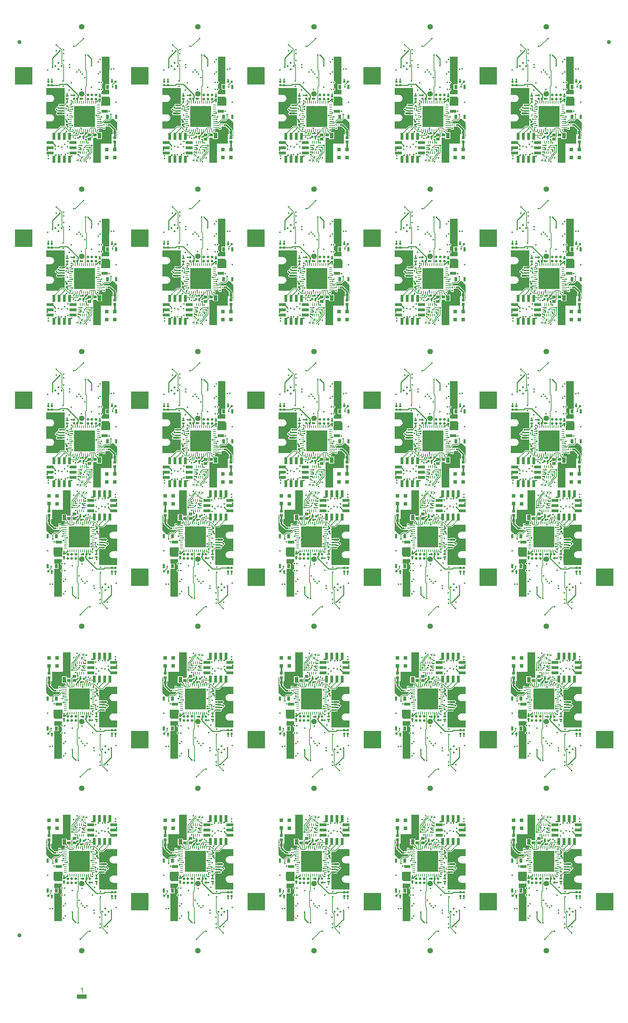
<source format=gtl>
G04*
G04 #@! TF.GenerationSoftware,Altium Limited,Altium Designer,23.6.0 (18)*
G04*
G04 Layer_Physical_Order=1*
G04 Layer_Color=255*
%FSLAX44Y44*%
%MOMM*%
G71*
G04*
G04 #@! TF.SameCoordinates,542A25E6-394C-4203-B619-F464005C6F94*
G04*
G04*
G04 #@! TF.FilePolarity,Positive*
G04*
G01*
G75*
%ADD10R,4.2000X4.2000*%
%ADD11R,0.1250X2.3750*%
%ADD12R,2.3750X1.0140*%
%ADD13R,2.3750X0.1250*%
%ADD14R,1.5000X0.7000*%
%ADD15R,0.8000X1.0000*%
%ADD16R,0.6000X1.0000*%
%ADD17R,0.9500X1.3500*%
%ADD18R,0.5200X0.5200*%
%ADD19R,0.5200X0.5200*%
%ADD20R,0.7200X0.4500*%
%ADD21R,0.5500X0.4500*%
%ADD22R,1.3500X0.4000*%
%ADD23R,1.9000X1.2000*%
%ADD24R,1.9000X1.6000*%
%ADD25R,2.0000X2.1000*%
%ADD26C,0.2200*%
G04:AMPARAMS|DCode=27|XSize=0.24mm|YSize=0.6mm|CornerRadius=0.0504mm|HoleSize=0mm|Usage=FLASHONLY|Rotation=90.000|XOffset=0mm|YOffset=0mm|HoleType=Round|Shape=RoundedRectangle|*
%AMROUNDEDRECTD27*
21,1,0.2400,0.4992,0,0,90.0*
21,1,0.1392,0.6000,0,0,90.0*
1,1,0.1008,0.2496,0.0696*
1,1,0.1008,0.2496,-0.0696*
1,1,0.1008,-0.2496,-0.0696*
1,1,0.1008,-0.2496,0.0696*
%
%ADD27ROUNDEDRECTD27*%
%ADD28R,0.2500X0.4500*%
G04:AMPARAMS|DCode=29|XSize=5.15mm|YSize=5.15mm|CornerRadius=0.0515mm|HoleSize=0mm|Usage=FLASHONLY|Rotation=360.000|XOffset=0mm|YOffset=0mm|HoleType=Round|Shape=RoundedRectangle|*
%AMROUNDEDRECTD29*
21,1,5.1500,5.0470,0,0,360.0*
21,1,5.0470,5.1500,0,0,360.0*
1,1,0.1030,2.5235,-2.5235*
1,1,0.1030,-2.5235,-2.5235*
1,1,0.1030,-2.5235,2.5235*
1,1,0.1030,2.5235,2.5235*
%
%ADD29ROUNDEDRECTD29*%
G04:AMPARAMS|DCode=30|XSize=0.24mm|YSize=0.6mm|CornerRadius=0.0504mm|HoleSize=0mm|Usage=FLASHONLY|Rotation=360.000|XOffset=0mm|YOffset=0mm|HoleType=Round|Shape=RoundedRectangle|*
%AMROUNDEDRECTD30*
21,1,0.2400,0.4992,0,0,360.0*
21,1,0.1392,0.6000,0,0,360.0*
1,1,0.1008,0.0696,-0.2496*
1,1,0.1008,-0.0696,-0.2496*
1,1,0.1008,-0.0696,0.2496*
1,1,0.1008,0.0696,0.2496*
%
%ADD30ROUNDEDRECTD30*%
%ADD31R,0.8700X0.8700*%
%ADD32R,0.6000X0.5000*%
%ADD33R,0.7400X0.7300*%
%ADD34R,0.8500X0.7500*%
%ADD35R,0.7200X0.7200*%
%ADD36R,0.2500X0.6750*%
%ADD37R,0.6750X0.2500*%
%ADD38R,0.6800X1.8000*%
%ADD39R,1.8000X0.6800*%
%ADD40R,0.6200X0.6200*%
%ADD41R,0.5000X0.6000*%
%ADD42C,0.2540*%
%ADD43C,0.2809*%
%ADD44C,0.1500*%
%ADD45C,0.5000*%
%ADD46C,0.3989*%
%ADD47C,1.0000*%
%ADD48C,1.3500*%
%ADD49C,0.6500*%
%ADD50C,0.4000*%
%ADD51C,0.5000*%
G36*
X1387502Y2288902D02*
X1387441Y2222400D01*
X1377398D01*
Y2209400D01*
X1386531D01*
X1387428Y2208502D01*
X1387419Y2198400D01*
X1368900D01*
Y2206196D01*
X1370128Y2206440D01*
X1371285Y2207214D01*
X1372059Y2208372D01*
X1372330Y2209737D01*
X1372059Y2211103D01*
X1371285Y2212260D01*
X1370128Y2213034D01*
X1368900Y2213278D01*
X1368900Y2223177D01*
X1370128Y2223421D01*
X1371285Y2224195D01*
X1372059Y2225352D01*
X1372330Y2226718D01*
X1372059Y2228084D01*
X1371285Y2229241D01*
X1370128Y2230015D01*
X1368900Y2230259D01*
X1368900Y2289800D01*
X1386604D01*
X1387502Y2288902D01*
D02*
G37*
G36*
X1104752D02*
X1104691Y2222400D01*
X1094648D01*
Y2209400D01*
X1103781D01*
X1104678Y2208502D01*
X1104669Y2198400D01*
X1086150D01*
Y2206196D01*
X1087377Y2206440D01*
X1088535Y2207214D01*
X1089309Y2208372D01*
X1089580Y2209737D01*
X1089309Y2211103D01*
X1088535Y2212260D01*
X1087377Y2213034D01*
X1086150Y2213278D01*
X1086150Y2223177D01*
X1087377Y2223421D01*
X1088535Y2224195D01*
X1089309Y2225352D01*
X1089580Y2226718D01*
X1089309Y2228084D01*
X1088535Y2229241D01*
X1087377Y2230015D01*
X1086150Y2230259D01*
X1086150Y2289800D01*
X1103854D01*
X1104752Y2288902D01*
D02*
G37*
G36*
X822002D02*
X821941Y2222400D01*
X811898D01*
Y2209400D01*
X821030D01*
X821928Y2208502D01*
X821919Y2198400D01*
X803400D01*
Y2206196D01*
X804627Y2206440D01*
X805785Y2207214D01*
X806559Y2208372D01*
X806830Y2209737D01*
X806559Y2211103D01*
X805785Y2212260D01*
X804627Y2213034D01*
X803400Y2213278D01*
X803400Y2223177D01*
X804627Y2223421D01*
X805785Y2224195D01*
X806559Y2225352D01*
X806830Y2226718D01*
X806559Y2228084D01*
X805785Y2229241D01*
X804627Y2230015D01*
X803400Y2230259D01*
X803400Y2289800D01*
X821104D01*
X822002Y2288902D01*
D02*
G37*
G36*
X539252D02*
X539191Y2222400D01*
X529148D01*
Y2209400D01*
X538280D01*
X539178Y2208502D01*
X539169Y2198400D01*
X520650D01*
Y2206196D01*
X521877Y2206440D01*
X523035Y2207214D01*
X523809Y2208372D01*
X524080Y2209737D01*
X523809Y2211103D01*
X523035Y2212260D01*
X521877Y2213034D01*
X520650Y2213278D01*
X520650Y2223177D01*
X521877Y2223421D01*
X523035Y2224195D01*
X523809Y2225352D01*
X524080Y2226718D01*
X523809Y2228084D01*
X523035Y2229241D01*
X521877Y2230015D01*
X520650Y2230259D01*
X520650Y2289800D01*
X538354D01*
X539252Y2288902D01*
D02*
G37*
G36*
X256502D02*
X256441Y2222400D01*
X246398D01*
Y2209400D01*
X255530D01*
X256428Y2208502D01*
X256419Y2198400D01*
X237900D01*
Y2206196D01*
X239127Y2206440D01*
X240285Y2207214D01*
X241059Y2208372D01*
X241330Y2209737D01*
X241059Y2211103D01*
X240285Y2212260D01*
X239127Y2213034D01*
X237900Y2213278D01*
X237900Y2223177D01*
X239127Y2223421D01*
X240285Y2224195D01*
X241059Y2225352D01*
X241330Y2226718D01*
X241059Y2228084D01*
X240285Y2229241D01*
X239127Y2230015D01*
X237900Y2230259D01*
X237900Y2289800D01*
X255604D01*
X256502Y2288902D01*
D02*
G37*
G36*
X1278750Y2206000D02*
X1278750Y2175724D01*
X1278701Y2175476D01*
X1277607Y2174382D01*
X1273125D01*
X1272904Y2174338D01*
X1263625D01*
Y2169928D01*
X1262700Y2169169D01*
X1261335Y2168897D01*
X1260177Y2168123D01*
X1259403Y2166966D01*
X1259132Y2165600D01*
X1258458Y2164926D01*
X1257092Y2164654D01*
X1255934Y2163881D01*
X1255161Y2162723D01*
X1254889Y2161357D01*
X1255161Y2159992D01*
X1255934Y2158834D01*
X1257092Y2158060D01*
X1258087Y2157863D01*
X1259610Y2156340D01*
X1259658Y2156307D01*
X1259716Y2156085D01*
X1259571Y2154838D01*
X1258649Y2154222D01*
X1257765Y2152899D01*
X1257454Y2151338D01*
X1257765Y2149777D01*
X1258649Y2148454D01*
X1259972Y2147570D01*
X1261532Y2147260D01*
X1271807D01*
X1273368Y2147570D01*
X1273769Y2147838D01*
X1278750D01*
X1278750Y2121266D01*
X1269422D01*
X1268544Y2121091D01*
X1267800Y2120594D01*
X1261956Y2114750D01*
X1234069D01*
Y2132070D01*
X1244500Y2132070D01*
X1244674Y2132104D01*
X1244850Y2132087D01*
X1245826Y2132183D01*
X1246327Y2132335D01*
X1246841Y2132437D01*
X1248644Y2133184D01*
X1249801Y2133958D01*
X1251181Y2135337D01*
X1251954Y2136495D01*
X1252701Y2138297D01*
X1252803Y2138811D01*
X1252955Y2139313D01*
X1253052Y2140288D01*
X1253017Y2140638D01*
X1253052Y2140988D01*
X1252955Y2141963D01*
X1252803Y2142465D01*
X1252701Y2142979D01*
X1251954Y2144781D01*
X1251181Y2145939D01*
X1249801Y2147319D01*
X1248644Y2148092D01*
X1246841Y2148839D01*
X1246327Y2148941D01*
X1245826Y2149093D01*
X1244850Y2149189D01*
X1244674Y2149172D01*
X1244500Y2149207D01*
X1234069D01*
Y2179470D01*
X1244500D01*
X1244674Y2179504D01*
X1244850Y2179487D01*
X1245826Y2179583D01*
X1246327Y2179735D01*
X1246841Y2179837D01*
X1248644Y2180584D01*
X1249801Y2181358D01*
X1251181Y2182737D01*
X1251954Y2183895D01*
X1252701Y2185697D01*
X1252803Y2186211D01*
X1252955Y2186713D01*
X1253052Y2187688D01*
X1253017Y2188038D01*
X1253052Y2188388D01*
X1252955Y2189363D01*
X1252803Y2189865D01*
X1252701Y2190379D01*
X1251954Y2192181D01*
X1251181Y2193339D01*
X1249801Y2194719D01*
X1248644Y2195492D01*
X1246841Y2196239D01*
X1246327Y2196341D01*
X1245826Y2196493D01*
X1244850Y2196589D01*
X1244674Y2196572D01*
X1244500Y2196606D01*
X1234069D01*
Y2213500D01*
X1278750D01*
Y2206000D01*
D02*
G37*
G36*
X996000D02*
X996000Y2175724D01*
X995951Y2175476D01*
X994857Y2174382D01*
X990375D01*
X990154Y2174338D01*
X980875D01*
Y2169928D01*
X979950Y2169169D01*
X978585Y2168897D01*
X977427Y2168123D01*
X976653Y2166966D01*
X976382Y2165600D01*
X975708Y2164926D01*
X974342Y2164654D01*
X973184Y2163881D01*
X972411Y2162723D01*
X972139Y2161357D01*
X972411Y2159992D01*
X973184Y2158834D01*
X974342Y2158060D01*
X975337Y2157863D01*
X976860Y2156340D01*
X976908Y2156307D01*
X976966Y2156085D01*
X976821Y2154838D01*
X975899Y2154222D01*
X975014Y2152899D01*
X974704Y2151338D01*
X975014Y2149777D01*
X975899Y2148454D01*
X977222Y2147570D01*
X978782Y2147260D01*
X989057D01*
X990618Y2147570D01*
X991019Y2147838D01*
X996000D01*
X996000Y2121266D01*
X986672D01*
X985794Y2121091D01*
X985050Y2120594D01*
X979206Y2114750D01*
X951319D01*
Y2132070D01*
X961750Y2132070D01*
X961924Y2132104D01*
X962100Y2132087D01*
X963075Y2132183D01*
X963577Y2132335D01*
X964091Y2132437D01*
X965894Y2133184D01*
X967051Y2133958D01*
X968431Y2135337D01*
X969204Y2136495D01*
X969951Y2138297D01*
X970053Y2138811D01*
X970205Y2139313D01*
X970302Y2140288D01*
X970267Y2140638D01*
X970302Y2140988D01*
X970205Y2141963D01*
X970053Y2142465D01*
X969951Y2142979D01*
X969204Y2144781D01*
X968431Y2145939D01*
X967051Y2147319D01*
X965894Y2148092D01*
X964091Y2148839D01*
X963577Y2148941D01*
X963075Y2149093D01*
X962100Y2149189D01*
X961924Y2149172D01*
X961750Y2149207D01*
X951319D01*
Y2179470D01*
X961750D01*
X961924Y2179504D01*
X962100Y2179487D01*
X963076Y2179583D01*
X963577Y2179735D01*
X964091Y2179837D01*
X965894Y2180584D01*
X967051Y2181358D01*
X968431Y2182737D01*
X969204Y2183895D01*
X969951Y2185697D01*
X970053Y2186211D01*
X970205Y2186713D01*
X970302Y2187688D01*
X970267Y2188038D01*
X970302Y2188388D01*
X970205Y2189363D01*
X970053Y2189865D01*
X969951Y2190379D01*
X969204Y2192181D01*
X968431Y2193339D01*
X967051Y2194719D01*
X965894Y2195492D01*
X964091Y2196239D01*
X963577Y2196341D01*
X963075Y2196493D01*
X962100Y2196589D01*
X961924Y2196572D01*
X961750Y2196606D01*
X951319D01*
Y2213500D01*
X996000D01*
Y2206000D01*
D02*
G37*
G36*
X713250D02*
X713250Y2175724D01*
X713201Y2175476D01*
X712107Y2174382D01*
X707625D01*
X707404Y2174338D01*
X698125D01*
Y2169928D01*
X697200Y2169169D01*
X695835Y2168897D01*
X694677Y2168123D01*
X693903Y2166966D01*
X693632Y2165600D01*
X692958Y2164926D01*
X691592Y2164654D01*
X690434Y2163881D01*
X689661Y2162723D01*
X689389Y2161357D01*
X689661Y2159992D01*
X690434Y2158834D01*
X691592Y2158060D01*
X692587Y2157863D01*
X694110Y2156340D01*
X694158Y2156307D01*
X694216Y2156085D01*
X694071Y2154838D01*
X693148Y2154222D01*
X692264Y2152899D01*
X691954Y2151338D01*
X692264Y2149777D01*
X693148Y2148454D01*
X694472Y2147570D01*
X696032Y2147260D01*
X706307D01*
X707868Y2147570D01*
X708269Y2147838D01*
X713250D01*
X713250Y2121266D01*
X703922D01*
X703044Y2121091D01*
X702300Y2120594D01*
X696456Y2114750D01*
X668569D01*
Y2132070D01*
X679000Y2132070D01*
X679174Y2132104D01*
X679350Y2132087D01*
X680325Y2132183D01*
X680827Y2132335D01*
X681341Y2132437D01*
X683143Y2133184D01*
X684301Y2133958D01*
X685681Y2135337D01*
X686454Y2136495D01*
X687201Y2138297D01*
X687303Y2138811D01*
X687455Y2139313D01*
X687551Y2140288D01*
X687517Y2140638D01*
X687551Y2140988D01*
X687455Y2141963D01*
X687303Y2142465D01*
X687201Y2142979D01*
X686454Y2144781D01*
X685681Y2145939D01*
X684301Y2147319D01*
X683144Y2148092D01*
X681341Y2148839D01*
X680827Y2148941D01*
X680325Y2149093D01*
X679350Y2149189D01*
X679174Y2149172D01*
X679000Y2149207D01*
X668569D01*
Y2179470D01*
X679000D01*
X679174Y2179504D01*
X679350Y2179487D01*
X680325Y2179583D01*
X680827Y2179735D01*
X681341Y2179837D01*
X683143Y2180584D01*
X684301Y2181358D01*
X685681Y2182737D01*
X686454Y2183895D01*
X687201Y2185697D01*
X687303Y2186211D01*
X687455Y2186713D01*
X687551Y2187688D01*
X687517Y2188038D01*
X687551Y2188388D01*
X687455Y2189363D01*
X687303Y2189865D01*
X687201Y2190379D01*
X686454Y2192181D01*
X685681Y2193339D01*
X684301Y2194719D01*
X683144Y2195492D01*
X681341Y2196239D01*
X680827Y2196341D01*
X680325Y2196493D01*
X679350Y2196589D01*
X679174Y2196572D01*
X679000Y2196606D01*
X668569D01*
Y2213500D01*
X713250D01*
Y2206000D01*
D02*
G37*
G36*
X430500D02*
X430500Y2175724D01*
X430451Y2175476D01*
X429357Y2174382D01*
X424875D01*
X424654Y2174338D01*
X415375D01*
Y2169928D01*
X414450Y2169169D01*
X413084Y2168897D01*
X411927Y2168123D01*
X411153Y2166966D01*
X410882Y2165600D01*
X410207Y2164926D01*
X408842Y2164654D01*
X407684Y2163881D01*
X406911Y2162723D01*
X406639Y2161357D01*
X406911Y2159992D01*
X407684Y2158834D01*
X408842Y2158060D01*
X409837Y2157863D01*
X411360Y2156340D01*
X411408Y2156307D01*
X411466Y2156085D01*
X411321Y2154838D01*
X410398Y2154222D01*
X409514Y2152899D01*
X409204Y2151338D01*
X409514Y2149777D01*
X410398Y2148454D01*
X411721Y2147570D01*
X413282Y2147260D01*
X423557D01*
X425118Y2147570D01*
X425519Y2147838D01*
X430500D01*
X430500Y2121266D01*
X421172D01*
X420294Y2121091D01*
X419550Y2120594D01*
X413706Y2114750D01*
X385818D01*
Y2132070D01*
X396250Y2132070D01*
X396424Y2132104D01*
X396600Y2132087D01*
X397575Y2132183D01*
X398077Y2132335D01*
X398591Y2132437D01*
X400393Y2133184D01*
X401551Y2133958D01*
X402931Y2135337D01*
X403704Y2136495D01*
X404451Y2138297D01*
X404553Y2138811D01*
X404705Y2139313D01*
X404801Y2140288D01*
X404767Y2140638D01*
X404801Y2140988D01*
X404705Y2141963D01*
X404553Y2142465D01*
X404451Y2142979D01*
X403704Y2144781D01*
X402931Y2145939D01*
X401551Y2147319D01*
X400393Y2148092D01*
X398591Y2148839D01*
X398077Y2148941D01*
X397575Y2149093D01*
X396600Y2149189D01*
X396424Y2149172D01*
X396250Y2149207D01*
X385818D01*
Y2179470D01*
X396250D01*
X396424Y2179504D01*
X396600Y2179487D01*
X397575Y2179583D01*
X398077Y2179735D01*
X398591Y2179837D01*
X400393Y2180584D01*
X401551Y2181358D01*
X402931Y2182737D01*
X403704Y2183895D01*
X404451Y2185697D01*
X404553Y2186211D01*
X404705Y2186713D01*
X404801Y2187688D01*
X404767Y2188038D01*
X404801Y2188388D01*
X404705Y2189363D01*
X404553Y2189865D01*
X404451Y2190379D01*
X403704Y2192181D01*
X402931Y2193339D01*
X401551Y2194719D01*
X400393Y2195492D01*
X398591Y2196239D01*
X398077Y2196341D01*
X397575Y2196493D01*
X396600Y2196589D01*
X396424Y2196572D01*
X396250Y2196606D01*
X385818D01*
Y2213500D01*
X430500D01*
Y2206000D01*
D02*
G37*
G36*
X147750D02*
X147750Y2175724D01*
X147701Y2175476D01*
X146607Y2174382D01*
X142125D01*
X141904Y2174338D01*
X132625D01*
Y2169928D01*
X131700Y2169169D01*
X130334Y2168897D01*
X129177Y2168123D01*
X128403Y2166966D01*
X128131Y2165600D01*
X127457Y2164926D01*
X126092Y2164654D01*
X124934Y2163881D01*
X124160Y2162723D01*
X123889Y2161357D01*
X124160Y2159992D01*
X124934Y2158834D01*
X126092Y2158060D01*
X127086Y2157863D01*
X128610Y2156340D01*
X128658Y2156307D01*
X128716Y2156085D01*
X128570Y2154838D01*
X127648Y2154222D01*
X126764Y2152899D01*
X126454Y2151338D01*
X126764Y2149777D01*
X127648Y2148454D01*
X128971Y2147570D01*
X130532Y2147260D01*
X140807D01*
X142368Y2147570D01*
X142769Y2147838D01*
X147750D01*
X147750Y2121266D01*
X138422D01*
X137544Y2121091D01*
X136800Y2120594D01*
X130956Y2114750D01*
X103069D01*
Y2132070D01*
X113500Y2132070D01*
X113674Y2132104D01*
X113850Y2132087D01*
X114825Y2132183D01*
X115327Y2132335D01*
X115841Y2132437D01*
X117643Y2133184D01*
X118801Y2133958D01*
X120181Y2135337D01*
X120954Y2136495D01*
X121701Y2138297D01*
X121803Y2138811D01*
X121955Y2139313D01*
X122051Y2140288D01*
X122017Y2140638D01*
X122051Y2140988D01*
X121955Y2141963D01*
X121803Y2142465D01*
X121701Y2142979D01*
X120954Y2144781D01*
X120181Y2145939D01*
X118801Y2147319D01*
X117643Y2148092D01*
X115841Y2148839D01*
X115327Y2148941D01*
X114825Y2149093D01*
X113850Y2149189D01*
X113674Y2149172D01*
X113500Y2149207D01*
X103069D01*
Y2179470D01*
X113500D01*
X113674Y2179504D01*
X113850Y2179487D01*
X114825Y2179583D01*
X115327Y2179735D01*
X115841Y2179837D01*
X117643Y2180584D01*
X118801Y2181358D01*
X120181Y2182737D01*
X120954Y2183895D01*
X121701Y2185697D01*
X121803Y2186211D01*
X121955Y2186713D01*
X122051Y2187688D01*
X122017Y2188038D01*
X122051Y2188388D01*
X121955Y2189363D01*
X121803Y2189865D01*
X121701Y2190379D01*
X120954Y2192181D01*
X120181Y2193339D01*
X118801Y2194719D01*
X117643Y2195492D01*
X115841Y2196239D01*
X115327Y2196341D01*
X114825Y2196493D01*
X113850Y2196589D01*
X113674Y2196572D01*
X113500Y2196606D01*
X103069D01*
Y2213500D01*
X147750D01*
Y2206000D01*
D02*
G37*
G36*
X1386579Y2192538D02*
X1386591Y2192442D01*
X1387347Y2190618D01*
X1388549Y2189051D01*
X1389250Y2188513D01*
X1389250Y2171500D01*
X1387996Y2170250D01*
X1367750Y2170250D01*
Y2179855D01*
X1367819Y2180200D01*
X1368350Y2181350D01*
X1368350D01*
Y2192538D01*
X1386579Y2192538D01*
D02*
G37*
G36*
X1103829D02*
X1103841Y2192442D01*
X1104597Y2190618D01*
X1105799Y2189051D01*
X1106500Y2188513D01*
X1106500Y2171500D01*
X1105246Y2170250D01*
X1085000Y2170250D01*
Y2179855D01*
X1085069Y2180200D01*
X1085600Y2181350D01*
X1085600D01*
Y2192538D01*
X1103829Y2192538D01*
D02*
G37*
G36*
X821079D02*
X821091Y2192442D01*
X821847Y2190618D01*
X823049Y2189051D01*
X823750Y2188513D01*
X823750Y2171500D01*
X822495Y2170250D01*
X802250Y2170250D01*
Y2179855D01*
X802319Y2180200D01*
X802850Y2181350D01*
X802850D01*
Y2192538D01*
X821079Y2192538D01*
D02*
G37*
G36*
X538329D02*
X538341Y2192442D01*
X539097Y2190618D01*
X540299Y2189051D01*
X541000Y2188513D01*
X541000Y2171500D01*
X539745Y2170250D01*
X519500Y2170250D01*
Y2179855D01*
X519569Y2180200D01*
X520100Y2181350D01*
X520100D01*
Y2192538D01*
X538329Y2192538D01*
D02*
G37*
G36*
X255578D02*
X255591Y2192442D01*
X256347Y2190618D01*
X257549Y2189051D01*
X258250Y2188513D01*
X258250Y2171500D01*
X256995Y2170250D01*
X236750Y2170250D01*
Y2179855D01*
X236819Y2180200D01*
X237350Y2181350D01*
X237350D01*
Y2192538D01*
X255578Y2192538D01*
D02*
G37*
G36*
X1395550Y2111806D02*
Y2109813D01*
X1395300D01*
Y2101113D01*
X1393000D01*
Y2078250D01*
X1366750Y2078250D01*
Y2031069D01*
X1348000D01*
X1348000Y2073155D01*
X1348069Y2073500D01*
X1348000Y2073845D01*
Y2092750D01*
X1357000D01*
Y2089250D01*
X1369500D01*
Y2105750D01*
X1361181D01*
X1360665Y2106223D01*
X1360297Y2106947D01*
X1360538Y2107481D01*
X1361546Y2108154D01*
X1362319Y2109312D01*
X1362591Y2110678D01*
X1362319Y2112043D01*
X1361716Y2112946D01*
X1362019Y2113856D01*
X1362279Y2114216D01*
X1363318D01*
X1364100Y2114372D01*
X1364534Y2114661D01*
X1369048D01*
X1369977Y2113733D01*
X1369977Y2113733D01*
X1370721Y2113236D01*
X1371599Y2113061D01*
X1372187Y2112043D01*
Y2111606D01*
X1377687D01*
Y2119105D01*
X1378710Y2119700D01*
X1387656D01*
X1395550Y2111806D01*
D02*
G37*
G36*
X1112800D02*
Y2109813D01*
X1112550D01*
Y2101113D01*
X1110250D01*
Y2078250D01*
X1084000Y2078250D01*
Y2031069D01*
X1065250D01*
X1065250Y2073155D01*
X1065319Y2073500D01*
X1065250Y2073845D01*
Y2092750D01*
X1074250D01*
Y2089250D01*
X1086750D01*
Y2105750D01*
X1078431D01*
X1077915Y2106223D01*
X1077547Y2106947D01*
X1077787Y2107481D01*
X1078796Y2108154D01*
X1079569Y2109312D01*
X1079841Y2110678D01*
X1079569Y2112043D01*
X1078966Y2112946D01*
X1079269Y2113856D01*
X1079529Y2114216D01*
X1080568D01*
X1081350Y2114372D01*
X1081784Y2114661D01*
X1086298D01*
X1087226Y2113733D01*
X1087226Y2113733D01*
X1087971Y2113236D01*
X1088848Y2113061D01*
X1089437Y2112043D01*
Y2111606D01*
X1094937D01*
Y2119105D01*
X1095960Y2119700D01*
X1104906D01*
X1112800Y2111806D01*
D02*
G37*
G36*
X830050D02*
Y2109813D01*
X829800D01*
Y2101113D01*
X827500D01*
Y2078250D01*
X801250Y2078250D01*
Y2031069D01*
X782500D01*
X782500Y2073155D01*
X782569Y2073500D01*
X782500Y2073845D01*
Y2092750D01*
X791500D01*
Y2089250D01*
X804000D01*
Y2105750D01*
X795681D01*
X795164Y2106223D01*
X794797Y2106947D01*
X795037Y2107481D01*
X796046Y2108154D01*
X796819Y2109312D01*
X797091Y2110678D01*
X796819Y2112043D01*
X796216Y2112946D01*
X796519Y2113856D01*
X796779Y2114216D01*
X797818D01*
X798600Y2114372D01*
X799034Y2114661D01*
X803548D01*
X804476Y2113733D01*
X804476Y2113733D01*
X805221Y2113236D01*
X806098Y2113061D01*
X806687Y2112043D01*
Y2111606D01*
X812187D01*
Y2119105D01*
X813210Y2119700D01*
X822156D01*
X830050Y2111806D01*
D02*
G37*
G36*
X547300D02*
Y2109813D01*
X547050D01*
Y2101113D01*
X544750D01*
Y2078250D01*
X518500Y2078250D01*
Y2031069D01*
X499750D01*
X499750Y2073155D01*
X499819Y2073500D01*
X499750Y2073845D01*
Y2092750D01*
X508750D01*
Y2089250D01*
X521250D01*
Y2105750D01*
X512931D01*
X512414Y2106223D01*
X512047Y2106947D01*
X512287Y2107481D01*
X513296Y2108154D01*
X514069Y2109312D01*
X514341Y2110678D01*
X514069Y2112043D01*
X513466Y2112946D01*
X513769Y2113856D01*
X514029Y2114216D01*
X515068D01*
X515850Y2114372D01*
X516284Y2114661D01*
X520798D01*
X521726Y2113733D01*
X521726Y2113733D01*
X522471Y2113236D01*
X523348Y2113061D01*
X523937Y2112043D01*
Y2111606D01*
X529437D01*
Y2119105D01*
X530460Y2119700D01*
X539406D01*
X547300Y2111806D01*
D02*
G37*
G36*
X264550D02*
Y2109813D01*
X264300D01*
Y2101113D01*
X262000D01*
Y2078250D01*
X235750Y2078250D01*
Y2031069D01*
X217000D01*
X217000Y2073155D01*
X217069Y2073500D01*
X217000Y2073845D01*
Y2092750D01*
X226000D01*
Y2089250D01*
X238500D01*
Y2105750D01*
X230181D01*
X229664Y2106223D01*
X229297Y2106947D01*
X229537Y2107481D01*
X230546Y2108154D01*
X231319Y2109312D01*
X231591Y2110678D01*
X231319Y2112043D01*
X230716Y2112946D01*
X231019Y2113856D01*
X231278Y2114216D01*
X232318D01*
X233100Y2114372D01*
X233534Y2114661D01*
X238048D01*
X238976Y2113733D01*
X238976Y2113733D01*
X239720Y2113236D01*
X240598Y2113061D01*
X241187Y2112043D01*
Y2111606D01*
X246686D01*
Y2119105D01*
X247710Y2119700D01*
X256656D01*
X264550Y2111806D01*
D02*
G37*
G36*
X1395266Y2138893D02*
X1396177Y2138584D01*
X1396178Y2138584D01*
X1396178Y2138584D01*
X1396962Y2138060D01*
X1396977Y2138050D01*
X1397839Y2137625D01*
X1397840Y2137624D01*
X1398176Y2137400D01*
X1398499Y2137184D01*
X1398499Y2137184D01*
X1398499Y2137184D01*
X1399223Y2136549D01*
X1399398Y2136432D01*
Y2136400D01*
X1399446D01*
X1400023Y2136015D01*
X1400341Y2135652D01*
X1400724Y2135358D01*
X1406932Y2129150D01*
X1406932Y2090841D01*
X1406870Y2090809D01*
X1405600Y2091579D01*
Y2097300D01*
X1403963D01*
Y2099613D01*
X1405500D01*
Y2109813D01*
X1404033D01*
Y2112020D01*
X1403971Y2112168D01*
X1404003Y2112326D01*
X1403848Y2113104D01*
X1403748Y2113253D01*
X1403722Y2113384D01*
X1403649Y2113494D01*
X1403613Y2113670D01*
X1403173Y2114330D01*
X1403039Y2114419D01*
X1402978Y2114567D01*
X1391455Y2126090D01*
X1391307Y2126151D01*
X1391217Y2126285D01*
X1390558Y2126726D01*
X1390382Y2126761D01*
X1390271Y2126834D01*
X1390141Y2126860D01*
X1389992Y2126960D01*
X1389214Y2127115D01*
X1389056Y2127083D01*
X1388908Y2127145D01*
X1387687D01*
Y2127305D01*
X1386352D01*
X1386187Y2127374D01*
X1383687D01*
X1383521Y2127305D01*
X1376352D01*
X1376187Y2127374D01*
X1373687D01*
X1373455Y2127472D01*
X1373019Y2128575D01*
X1377486Y2133043D01*
X1387517D01*
X1388395Y2133217D01*
X1389139Y2133715D01*
X1393123Y2137698D01*
X1393620Y2138442D01*
X1395028Y2139011D01*
X1395266Y2138893D01*
D02*
G37*
G36*
X1112516D02*
X1113427Y2138584D01*
X1113428Y2138584D01*
X1113428Y2138584D01*
X1114212Y2138060D01*
X1114227Y2138050D01*
X1115089Y2137625D01*
X1115090Y2137624D01*
X1115426Y2137400D01*
X1115749Y2137184D01*
X1115749Y2137184D01*
X1115749Y2137184D01*
X1116473Y2136549D01*
X1116648Y2136432D01*
Y2136400D01*
X1116696D01*
X1117273Y2136015D01*
X1117591Y2135652D01*
X1117974Y2135358D01*
X1124182Y2129150D01*
X1124182Y2090841D01*
X1124120Y2090809D01*
X1122850Y2091579D01*
Y2097300D01*
X1121213D01*
Y2099613D01*
X1122750D01*
Y2109813D01*
X1121283D01*
Y2112020D01*
X1121221Y2112168D01*
X1121252Y2112326D01*
X1121098Y2113104D01*
X1120998Y2113253D01*
X1120972Y2113384D01*
X1120898Y2113494D01*
X1120863Y2113670D01*
X1120423Y2114330D01*
X1120289Y2114419D01*
X1120228Y2114567D01*
X1108705Y2126090D01*
X1108557Y2126151D01*
X1108467Y2126285D01*
X1107807Y2126726D01*
X1107632Y2126761D01*
X1107521Y2126834D01*
X1107391Y2126860D01*
X1107242Y2126960D01*
X1106464Y2127115D01*
X1106306Y2127083D01*
X1106158Y2127145D01*
X1104937D01*
Y2127305D01*
X1103602D01*
X1103437Y2127374D01*
X1100937D01*
X1100771Y2127305D01*
X1093602D01*
X1093437Y2127374D01*
X1090937D01*
X1090705Y2127472D01*
X1090269Y2128575D01*
X1094736Y2133043D01*
X1104767D01*
X1105645Y2133217D01*
X1106389Y2133715D01*
X1110372Y2137698D01*
X1110870Y2138442D01*
X1112278Y2139011D01*
X1112516Y2138893D01*
D02*
G37*
G36*
X829766D02*
X830677Y2138584D01*
X830677Y2138584D01*
X830678Y2138584D01*
X831462Y2138060D01*
X831477Y2138050D01*
X832339Y2137625D01*
X832339Y2137624D01*
X832676Y2137400D01*
X832999Y2137184D01*
X832999Y2137184D01*
X832999Y2137184D01*
X833723Y2136549D01*
X833898Y2136432D01*
Y2136400D01*
X833946D01*
X834523Y2136015D01*
X834841Y2135652D01*
X835223Y2135358D01*
X841432Y2129150D01*
X841432Y2090841D01*
X841370Y2090809D01*
X840100Y2091579D01*
Y2097300D01*
X838463D01*
Y2099613D01*
X840000D01*
Y2109813D01*
X838532D01*
Y2112020D01*
X838471Y2112168D01*
X838502Y2112326D01*
X838347Y2113104D01*
X838248Y2113253D01*
X838222Y2113384D01*
X838148Y2113494D01*
X838113Y2113670D01*
X837673Y2114330D01*
X837539Y2114419D01*
X837477Y2114567D01*
X825955Y2126090D01*
X825807Y2126151D01*
X825717Y2126285D01*
X825057Y2126726D01*
X824882Y2126761D01*
X824771Y2126834D01*
X824641Y2126860D01*
X824492Y2126960D01*
X823714Y2127115D01*
X823556Y2127083D01*
X823408Y2127145D01*
X822187D01*
Y2127305D01*
X820852D01*
X820687Y2127374D01*
X818187D01*
X818021Y2127305D01*
X810852D01*
X810687Y2127374D01*
X808187D01*
X807955Y2127472D01*
X807518Y2128575D01*
X811986Y2133043D01*
X822017D01*
X822895Y2133217D01*
X823639Y2133715D01*
X827622Y2137698D01*
X828120Y2138442D01*
X829528Y2139011D01*
X829766Y2138893D01*
D02*
G37*
G36*
X547016D02*
X547927Y2138584D01*
X547927Y2138584D01*
X547928Y2138584D01*
X548712Y2138060D01*
X548727Y2138050D01*
X549589Y2137625D01*
X549589Y2137624D01*
X549926Y2137400D01*
X550249Y2137184D01*
X550249Y2137184D01*
X550249Y2137184D01*
X550973Y2136549D01*
X551148Y2136432D01*
Y2136400D01*
X551196D01*
X551773Y2136015D01*
X552091Y2135652D01*
X552473Y2135358D01*
X558682Y2129150D01*
X558682Y2090841D01*
X558620Y2090809D01*
X557350Y2091579D01*
Y2097300D01*
X555713D01*
Y2099613D01*
X557250D01*
Y2109813D01*
X555782D01*
Y2112020D01*
X555721Y2112168D01*
X555752Y2112326D01*
X555597Y2113104D01*
X555498Y2113253D01*
X555472Y2113384D01*
X555398Y2113494D01*
X555363Y2113670D01*
X554922Y2114330D01*
X554789Y2114419D01*
X554727Y2114567D01*
X543205Y2126090D01*
X543056Y2126151D01*
X542967Y2126285D01*
X542307Y2126726D01*
X542132Y2126761D01*
X542021Y2126834D01*
X541891Y2126860D01*
X541742Y2126960D01*
X540964Y2127115D01*
X540806Y2127083D01*
X540658Y2127145D01*
X539437D01*
Y2127305D01*
X538102D01*
X537937Y2127374D01*
X535437D01*
X535271Y2127305D01*
X528102D01*
X527937Y2127374D01*
X525437D01*
X525205Y2127472D01*
X524768Y2128575D01*
X529236Y2133043D01*
X539267D01*
X540145Y2133217D01*
X540889Y2133715D01*
X544872Y2137698D01*
X545369Y2138442D01*
X546778Y2139011D01*
X547016Y2138893D01*
D02*
G37*
G36*
X264266D02*
X265177Y2138584D01*
X265177Y2138584D01*
X265177Y2138584D01*
X265962Y2138060D01*
X265977Y2138050D01*
X266839Y2137625D01*
X266839Y2137624D01*
X267176Y2137400D01*
X267499Y2137184D01*
X267499Y2137184D01*
X267499Y2137184D01*
X268223Y2136549D01*
X268398Y2136432D01*
Y2136400D01*
X268446D01*
X269023Y2136015D01*
X269341Y2135652D01*
X269723Y2135358D01*
X275932Y2129150D01*
X275932Y2090841D01*
X275870Y2090809D01*
X274600Y2091579D01*
Y2097300D01*
X272963D01*
Y2099613D01*
X274500D01*
Y2109813D01*
X273032D01*
Y2112020D01*
X272971Y2112168D01*
X273002Y2112326D01*
X272847Y2113104D01*
X272748Y2113253D01*
X272722Y2113384D01*
X272648Y2113494D01*
X272613Y2113670D01*
X272172Y2114330D01*
X272039Y2114419D01*
X271977Y2114567D01*
X260455Y2126090D01*
X260306Y2126151D01*
X260217Y2126285D01*
X259557Y2126726D01*
X259381Y2126761D01*
X259271Y2126834D01*
X259141Y2126860D01*
X258992Y2126960D01*
X258214Y2127115D01*
X258056Y2127083D01*
X257908Y2127145D01*
X256686D01*
Y2127305D01*
X255352D01*
X255187Y2127374D01*
X252687D01*
X252521Y2127305D01*
X245352D01*
X245187Y2127374D01*
X242687D01*
X242455Y2127472D01*
X242018Y2128575D01*
X246486Y2133043D01*
X256517D01*
X257395Y2133217D01*
X258139Y2133715D01*
X262122Y2137698D01*
X262619Y2138442D01*
X264028Y2139011D01*
X264266Y2138893D01*
D02*
G37*
G36*
X1387502Y1893902D02*
X1387441Y1827400D01*
X1377398D01*
Y1814400D01*
X1386531D01*
X1387428Y1813502D01*
X1387419Y1803400D01*
X1368900D01*
Y1811196D01*
X1370128Y1811440D01*
X1371285Y1812214D01*
X1372059Y1813372D01*
X1372330Y1814737D01*
X1372059Y1816103D01*
X1371285Y1817261D01*
X1370128Y1818034D01*
X1368900Y1818278D01*
X1368900Y1828177D01*
X1370128Y1828421D01*
X1371285Y1829195D01*
X1372059Y1830352D01*
X1372330Y1831718D01*
X1372059Y1833084D01*
X1371285Y1834241D01*
X1370128Y1835015D01*
X1368900Y1835259D01*
X1368900Y1894800D01*
X1386604D01*
X1387502Y1893902D01*
D02*
G37*
G36*
X1104752D02*
X1104691Y1827400D01*
X1094648D01*
Y1814400D01*
X1103781D01*
X1104678Y1813502D01*
X1104669Y1803400D01*
X1086150D01*
Y1811196D01*
X1087377Y1811440D01*
X1088535Y1812214D01*
X1089309Y1813372D01*
X1089580Y1814737D01*
X1089309Y1816103D01*
X1088535Y1817261D01*
X1087377Y1818034D01*
X1086150Y1818278D01*
X1086150Y1828177D01*
X1087377Y1828421D01*
X1088535Y1829195D01*
X1089309Y1830352D01*
X1089580Y1831718D01*
X1089309Y1833084D01*
X1088535Y1834241D01*
X1087377Y1835015D01*
X1086150Y1835259D01*
X1086150Y1894800D01*
X1103854D01*
X1104752Y1893902D01*
D02*
G37*
G36*
X822002D02*
X821941Y1827400D01*
X811898D01*
Y1814400D01*
X821030D01*
X821928Y1813502D01*
X821919Y1803400D01*
X803400D01*
Y1811196D01*
X804627Y1811440D01*
X805785Y1812214D01*
X806559Y1813372D01*
X806830Y1814737D01*
X806559Y1816103D01*
X805785Y1817261D01*
X804627Y1818034D01*
X803400Y1818278D01*
X803400Y1828177D01*
X804627Y1828421D01*
X805785Y1829195D01*
X806559Y1830352D01*
X806830Y1831718D01*
X806559Y1833084D01*
X805785Y1834241D01*
X804627Y1835015D01*
X803400Y1835259D01*
X803400Y1894800D01*
X821104D01*
X822002Y1893902D01*
D02*
G37*
G36*
X539252D02*
X539191Y1827400D01*
X529148D01*
Y1814400D01*
X538280D01*
X539178Y1813502D01*
X539169Y1803400D01*
X520650D01*
Y1811196D01*
X521877Y1811440D01*
X523035Y1812214D01*
X523809Y1813372D01*
X524080Y1814737D01*
X523809Y1816103D01*
X523035Y1817261D01*
X521877Y1818034D01*
X520650Y1818278D01*
X520650Y1828177D01*
X521877Y1828421D01*
X523035Y1829195D01*
X523809Y1830352D01*
X524080Y1831718D01*
X523809Y1833084D01*
X523035Y1834241D01*
X521877Y1835015D01*
X520650Y1835259D01*
X520650Y1894800D01*
X538354D01*
X539252Y1893902D01*
D02*
G37*
G36*
X256502D02*
X256441Y1827400D01*
X246398D01*
Y1814400D01*
X255530D01*
X256428Y1813502D01*
X256419Y1803400D01*
X237900D01*
Y1811196D01*
X239127Y1811440D01*
X240285Y1812214D01*
X241059Y1813372D01*
X241330Y1814737D01*
X241059Y1816103D01*
X240285Y1817261D01*
X239127Y1818034D01*
X237900Y1818278D01*
X237900Y1828177D01*
X239127Y1828421D01*
X240285Y1829195D01*
X241059Y1830352D01*
X241330Y1831718D01*
X241059Y1833084D01*
X240285Y1834241D01*
X239127Y1835015D01*
X237900Y1835259D01*
X237900Y1894800D01*
X255604D01*
X256502Y1893902D01*
D02*
G37*
G36*
X1278750Y1811000D02*
X1278750Y1780724D01*
X1278701Y1780476D01*
X1277607Y1779382D01*
X1273125D01*
X1272904Y1779338D01*
X1263625D01*
Y1774928D01*
X1262700Y1774169D01*
X1261335Y1773897D01*
X1260177Y1773123D01*
X1259403Y1771966D01*
X1259132Y1770600D01*
X1258458Y1769926D01*
X1257092Y1769654D01*
X1255934Y1768881D01*
X1255161Y1767723D01*
X1254889Y1766357D01*
X1255161Y1764992D01*
X1255934Y1763834D01*
X1257092Y1763060D01*
X1258087Y1762863D01*
X1259610Y1761340D01*
X1259658Y1761307D01*
X1259716Y1761085D01*
X1259571Y1759838D01*
X1258649Y1759222D01*
X1257765Y1757899D01*
X1257454Y1756338D01*
X1257765Y1754777D01*
X1258649Y1753454D01*
X1259972Y1752570D01*
X1261532Y1752260D01*
X1271807D01*
X1273368Y1752570D01*
X1273769Y1752838D01*
X1278750D01*
X1278750Y1726266D01*
X1269422D01*
X1268544Y1726091D01*
X1267800Y1725594D01*
X1261956Y1719750D01*
X1234069D01*
Y1737070D01*
X1244500Y1737070D01*
X1244674Y1737104D01*
X1244850Y1737087D01*
X1245826Y1737183D01*
X1246327Y1737335D01*
X1246841Y1737437D01*
X1248644Y1738184D01*
X1249801Y1738958D01*
X1251181Y1740337D01*
X1251954Y1741495D01*
X1252701Y1743297D01*
X1252803Y1743811D01*
X1252955Y1744313D01*
X1253052Y1745288D01*
X1253017Y1745638D01*
X1253052Y1745988D01*
X1252955Y1746963D01*
X1252803Y1747465D01*
X1252701Y1747979D01*
X1251954Y1749781D01*
X1251181Y1750939D01*
X1249801Y1752319D01*
X1248644Y1753092D01*
X1246841Y1753839D01*
X1246327Y1753941D01*
X1245826Y1754093D01*
X1244850Y1754189D01*
X1244674Y1754172D01*
X1244500Y1754207D01*
X1234069D01*
Y1784470D01*
X1244500D01*
X1244674Y1784504D01*
X1244850Y1784487D01*
X1245826Y1784583D01*
X1246327Y1784735D01*
X1246841Y1784837D01*
X1248644Y1785584D01*
X1249801Y1786358D01*
X1251181Y1787737D01*
X1251954Y1788895D01*
X1252701Y1790697D01*
X1252803Y1791211D01*
X1252955Y1791713D01*
X1253052Y1792688D01*
X1253017Y1793038D01*
X1253052Y1793388D01*
X1252955Y1794363D01*
X1252803Y1794865D01*
X1252701Y1795379D01*
X1251954Y1797181D01*
X1251181Y1798339D01*
X1249801Y1799719D01*
X1248644Y1800492D01*
X1246841Y1801239D01*
X1246327Y1801341D01*
X1245826Y1801493D01*
X1244850Y1801589D01*
X1244674Y1801572D01*
X1244500Y1801606D01*
X1234069D01*
Y1818500D01*
X1278750D01*
Y1811000D01*
D02*
G37*
G36*
X996000D02*
X996000Y1780724D01*
X995951Y1780476D01*
X994857Y1779382D01*
X990375D01*
X990154Y1779338D01*
X980875D01*
Y1774928D01*
X979950Y1774169D01*
X978585Y1773897D01*
X977427Y1773123D01*
X976653Y1771966D01*
X976382Y1770600D01*
X975708Y1769926D01*
X974342Y1769654D01*
X973184Y1768881D01*
X972411Y1767723D01*
X972139Y1766357D01*
X972411Y1764992D01*
X973184Y1763834D01*
X974342Y1763060D01*
X975337Y1762863D01*
X976860Y1761340D01*
X976908Y1761307D01*
X976966Y1761085D01*
X976821Y1759838D01*
X975899Y1759222D01*
X975014Y1757899D01*
X974704Y1756338D01*
X975014Y1754777D01*
X975899Y1753454D01*
X977222Y1752570D01*
X978782Y1752260D01*
X989057D01*
X990618Y1752570D01*
X991019Y1752838D01*
X996000D01*
X996000Y1726266D01*
X986672D01*
X985794Y1726091D01*
X985050Y1725594D01*
X979206Y1719750D01*
X951319D01*
Y1737070D01*
X961750Y1737070D01*
X961924Y1737104D01*
X962100Y1737087D01*
X963075Y1737183D01*
X963577Y1737335D01*
X964091Y1737437D01*
X965894Y1738184D01*
X967051Y1738958D01*
X968431Y1740337D01*
X969204Y1741495D01*
X969951Y1743297D01*
X970053Y1743811D01*
X970205Y1744313D01*
X970302Y1745288D01*
X970267Y1745638D01*
X970302Y1745988D01*
X970205Y1746963D01*
X970053Y1747465D01*
X969951Y1747979D01*
X969204Y1749781D01*
X968431Y1750939D01*
X967051Y1752319D01*
X965894Y1753092D01*
X964091Y1753839D01*
X963577Y1753941D01*
X963075Y1754093D01*
X962100Y1754189D01*
X961924Y1754172D01*
X961750Y1754207D01*
X951319D01*
Y1784470D01*
X961750D01*
X961924Y1784504D01*
X962100Y1784487D01*
X963076Y1784583D01*
X963577Y1784735D01*
X964091Y1784837D01*
X965894Y1785584D01*
X967051Y1786358D01*
X968431Y1787737D01*
X969204Y1788895D01*
X969951Y1790697D01*
X970053Y1791211D01*
X970205Y1791713D01*
X970302Y1792688D01*
X970267Y1793038D01*
X970302Y1793388D01*
X970205Y1794363D01*
X970053Y1794865D01*
X969951Y1795379D01*
X969204Y1797181D01*
X968431Y1798339D01*
X967051Y1799719D01*
X965894Y1800492D01*
X964091Y1801239D01*
X963577Y1801341D01*
X963075Y1801493D01*
X962100Y1801589D01*
X961924Y1801572D01*
X961750Y1801606D01*
X951319D01*
Y1818500D01*
X996000D01*
Y1811000D01*
D02*
G37*
G36*
X713250D02*
X713250Y1780724D01*
X713201Y1780476D01*
X712107Y1779382D01*
X707625D01*
X707404Y1779338D01*
X698125D01*
Y1774928D01*
X697200Y1774169D01*
X695835Y1773897D01*
X694677Y1773123D01*
X693903Y1771966D01*
X693632Y1770600D01*
X692958Y1769926D01*
X691592Y1769654D01*
X690434Y1768881D01*
X689661Y1767723D01*
X689389Y1766357D01*
X689661Y1764992D01*
X690434Y1763834D01*
X691592Y1763060D01*
X692587Y1762863D01*
X694110Y1761340D01*
X694158Y1761307D01*
X694216Y1761085D01*
X694071Y1759838D01*
X693148Y1759222D01*
X692264Y1757899D01*
X691954Y1756338D01*
X692264Y1754777D01*
X693148Y1753454D01*
X694472Y1752570D01*
X696032Y1752260D01*
X706307D01*
X707868Y1752570D01*
X708269Y1752838D01*
X713250D01*
X713250Y1726266D01*
X703922D01*
X703044Y1726091D01*
X702300Y1725594D01*
X696456Y1719750D01*
X668569D01*
Y1737070D01*
X679000Y1737070D01*
X679174Y1737104D01*
X679350Y1737087D01*
X680325Y1737183D01*
X680827Y1737335D01*
X681341Y1737437D01*
X683143Y1738184D01*
X684301Y1738958D01*
X685681Y1740337D01*
X686454Y1741495D01*
X687201Y1743297D01*
X687303Y1743811D01*
X687455Y1744313D01*
X687551Y1745288D01*
X687517Y1745638D01*
X687551Y1745988D01*
X687455Y1746963D01*
X687303Y1747465D01*
X687201Y1747979D01*
X686454Y1749781D01*
X685681Y1750939D01*
X684301Y1752319D01*
X683144Y1753092D01*
X681341Y1753839D01*
X680827Y1753941D01*
X680325Y1754093D01*
X679350Y1754189D01*
X679174Y1754172D01*
X679000Y1754207D01*
X668569D01*
Y1784470D01*
X679000D01*
X679174Y1784504D01*
X679350Y1784487D01*
X680325Y1784583D01*
X680827Y1784735D01*
X681341Y1784837D01*
X683143Y1785584D01*
X684301Y1786358D01*
X685681Y1787737D01*
X686454Y1788895D01*
X687201Y1790697D01*
X687303Y1791211D01*
X687455Y1791713D01*
X687551Y1792688D01*
X687517Y1793038D01*
X687551Y1793388D01*
X687455Y1794363D01*
X687303Y1794865D01*
X687201Y1795379D01*
X686454Y1797181D01*
X685681Y1798339D01*
X684301Y1799719D01*
X683144Y1800492D01*
X681341Y1801239D01*
X680827Y1801341D01*
X680325Y1801493D01*
X679350Y1801589D01*
X679174Y1801572D01*
X679000Y1801606D01*
X668569D01*
Y1818500D01*
X713250D01*
Y1811000D01*
D02*
G37*
G36*
X430500D02*
X430500Y1780724D01*
X430451Y1780476D01*
X429357Y1779382D01*
X424875D01*
X424654Y1779338D01*
X415375D01*
Y1774928D01*
X414450Y1774169D01*
X413084Y1773897D01*
X411927Y1773123D01*
X411153Y1771966D01*
X410882Y1770600D01*
X410207Y1769926D01*
X408842Y1769654D01*
X407684Y1768881D01*
X406911Y1767723D01*
X406639Y1766357D01*
X406911Y1764992D01*
X407684Y1763834D01*
X408842Y1763060D01*
X409837Y1762863D01*
X411360Y1761340D01*
X411408Y1761307D01*
X411466Y1761085D01*
X411321Y1759838D01*
X410398Y1759222D01*
X409514Y1757899D01*
X409204Y1756338D01*
X409514Y1754777D01*
X410398Y1753454D01*
X411721Y1752570D01*
X413282Y1752260D01*
X423557D01*
X425118Y1752570D01*
X425519Y1752838D01*
X430500D01*
X430500Y1726266D01*
X421172D01*
X420294Y1726091D01*
X419550Y1725594D01*
X413706Y1719750D01*
X385818D01*
Y1737070D01*
X396250Y1737070D01*
X396424Y1737104D01*
X396600Y1737087D01*
X397575Y1737183D01*
X398077Y1737335D01*
X398591Y1737437D01*
X400393Y1738184D01*
X401551Y1738958D01*
X402931Y1740337D01*
X403704Y1741495D01*
X404451Y1743297D01*
X404553Y1743811D01*
X404705Y1744313D01*
X404801Y1745288D01*
X404767Y1745638D01*
X404801Y1745988D01*
X404705Y1746963D01*
X404553Y1747465D01*
X404451Y1747979D01*
X403704Y1749781D01*
X402931Y1750939D01*
X401551Y1752319D01*
X400393Y1753092D01*
X398591Y1753839D01*
X398077Y1753941D01*
X397575Y1754093D01*
X396600Y1754189D01*
X396424Y1754172D01*
X396250Y1754207D01*
X385818D01*
Y1784470D01*
X396250D01*
X396424Y1784504D01*
X396600Y1784487D01*
X397575Y1784583D01*
X398077Y1784735D01*
X398591Y1784837D01*
X400393Y1785584D01*
X401551Y1786358D01*
X402931Y1787737D01*
X403704Y1788895D01*
X404451Y1790697D01*
X404553Y1791211D01*
X404705Y1791713D01*
X404801Y1792688D01*
X404767Y1793038D01*
X404801Y1793388D01*
X404705Y1794363D01*
X404553Y1794865D01*
X404451Y1795379D01*
X403704Y1797181D01*
X402931Y1798339D01*
X401551Y1799719D01*
X400393Y1800492D01*
X398591Y1801239D01*
X398077Y1801341D01*
X397575Y1801493D01*
X396600Y1801589D01*
X396424Y1801572D01*
X396250Y1801606D01*
X385818D01*
Y1818500D01*
X430500D01*
Y1811000D01*
D02*
G37*
G36*
X147750D02*
X147750Y1780724D01*
X147701Y1780476D01*
X146607Y1779382D01*
X142125D01*
X141904Y1779338D01*
X132625D01*
Y1774928D01*
X131700Y1774169D01*
X130334Y1773897D01*
X129177Y1773123D01*
X128403Y1771966D01*
X128131Y1770600D01*
X127457Y1769926D01*
X126092Y1769654D01*
X124934Y1768881D01*
X124160Y1767723D01*
X123889Y1766357D01*
X124160Y1764992D01*
X124934Y1763834D01*
X126092Y1763060D01*
X127086Y1762863D01*
X128610Y1761340D01*
X128658Y1761307D01*
X128716Y1761085D01*
X128570Y1759838D01*
X127648Y1759222D01*
X126764Y1757899D01*
X126454Y1756338D01*
X126764Y1754777D01*
X127648Y1753454D01*
X128971Y1752570D01*
X130532Y1752260D01*
X140807D01*
X142368Y1752570D01*
X142769Y1752838D01*
X147750D01*
X147750Y1726266D01*
X138422D01*
X137544Y1726091D01*
X136800Y1725594D01*
X130956Y1719750D01*
X103069D01*
Y1737070D01*
X113500Y1737070D01*
X113674Y1737104D01*
X113850Y1737087D01*
X114825Y1737183D01*
X115327Y1737335D01*
X115841Y1737437D01*
X117643Y1738184D01*
X118801Y1738958D01*
X120181Y1740337D01*
X120954Y1741495D01*
X121701Y1743297D01*
X121803Y1743811D01*
X121955Y1744313D01*
X122051Y1745288D01*
X122017Y1745638D01*
X122051Y1745988D01*
X121955Y1746963D01*
X121803Y1747465D01*
X121701Y1747979D01*
X120954Y1749781D01*
X120181Y1750939D01*
X118801Y1752319D01*
X117643Y1753092D01*
X115841Y1753839D01*
X115327Y1753941D01*
X114825Y1754093D01*
X113850Y1754189D01*
X113674Y1754172D01*
X113500Y1754207D01*
X103069D01*
Y1784470D01*
X113500D01*
X113674Y1784504D01*
X113850Y1784487D01*
X114825Y1784583D01*
X115327Y1784735D01*
X115841Y1784837D01*
X117643Y1785584D01*
X118801Y1786358D01*
X120181Y1787737D01*
X120954Y1788895D01*
X121701Y1790697D01*
X121803Y1791211D01*
X121955Y1791713D01*
X122051Y1792688D01*
X122017Y1793038D01*
X122051Y1793388D01*
X121955Y1794363D01*
X121803Y1794865D01*
X121701Y1795379D01*
X120954Y1797181D01*
X120181Y1798339D01*
X118801Y1799719D01*
X117643Y1800492D01*
X115841Y1801239D01*
X115327Y1801341D01*
X114825Y1801493D01*
X113850Y1801589D01*
X113674Y1801572D01*
X113500Y1801606D01*
X103069D01*
Y1818500D01*
X147750D01*
Y1811000D01*
D02*
G37*
G36*
X1386579Y1797538D02*
X1386591Y1797442D01*
X1387347Y1795618D01*
X1388549Y1794051D01*
X1389250Y1793513D01*
X1389250Y1776500D01*
X1387996Y1775250D01*
X1367750Y1775250D01*
Y1784855D01*
X1367819Y1785200D01*
X1368350Y1786350D01*
X1368350D01*
Y1797538D01*
X1386579Y1797538D01*
D02*
G37*
G36*
X1103829D02*
X1103841Y1797442D01*
X1104597Y1795618D01*
X1105799Y1794051D01*
X1106500Y1793513D01*
X1106500Y1776500D01*
X1105246Y1775250D01*
X1085000Y1775250D01*
Y1784855D01*
X1085069Y1785200D01*
X1085600Y1786350D01*
X1085600D01*
Y1797538D01*
X1103829Y1797538D01*
D02*
G37*
G36*
X821079D02*
X821091Y1797442D01*
X821847Y1795618D01*
X823049Y1794051D01*
X823750Y1793513D01*
X823750Y1776500D01*
X822495Y1775250D01*
X802250Y1775250D01*
Y1784855D01*
X802319Y1785200D01*
X802850Y1786350D01*
X802850D01*
Y1797538D01*
X821079Y1797538D01*
D02*
G37*
G36*
X538329D02*
X538341Y1797442D01*
X539097Y1795618D01*
X540299Y1794051D01*
X541000Y1793513D01*
X541000Y1776500D01*
X539745Y1775250D01*
X519500Y1775250D01*
Y1784855D01*
X519569Y1785200D01*
X520100Y1786350D01*
X520100D01*
Y1797538D01*
X538329Y1797538D01*
D02*
G37*
G36*
X255578D02*
X255591Y1797442D01*
X256347Y1795618D01*
X257549Y1794051D01*
X258250Y1793513D01*
X258250Y1776500D01*
X256995Y1775250D01*
X236750Y1775250D01*
Y1784855D01*
X236819Y1785200D01*
X237350Y1786350D01*
X237350D01*
Y1797538D01*
X255578Y1797538D01*
D02*
G37*
G36*
X1395550Y1716806D02*
Y1714813D01*
X1395300D01*
Y1706113D01*
X1393000D01*
Y1683250D01*
X1366750Y1683250D01*
Y1636069D01*
X1348000D01*
X1348000Y1678155D01*
X1348069Y1678500D01*
X1348000Y1678845D01*
Y1697750D01*
X1357000D01*
Y1694250D01*
X1369500D01*
Y1710750D01*
X1361181D01*
X1360665Y1711223D01*
X1360297Y1711947D01*
X1360538Y1712481D01*
X1361546Y1713154D01*
X1362319Y1714312D01*
X1362591Y1715678D01*
X1362319Y1717043D01*
X1361716Y1717946D01*
X1362019Y1718856D01*
X1362279Y1719216D01*
X1363318D01*
X1364100Y1719372D01*
X1364534Y1719661D01*
X1369048D01*
X1369977Y1718733D01*
X1369977Y1718733D01*
X1370721Y1718236D01*
X1371599Y1718061D01*
X1372187Y1717043D01*
Y1716606D01*
X1377687D01*
Y1724105D01*
X1378710Y1724700D01*
X1387656D01*
X1395550Y1716806D01*
D02*
G37*
G36*
X1112800D02*
Y1714813D01*
X1112550D01*
Y1706113D01*
X1110250D01*
Y1683250D01*
X1084000Y1683250D01*
Y1636069D01*
X1065250D01*
X1065250Y1678155D01*
X1065319Y1678500D01*
X1065250Y1678845D01*
Y1697750D01*
X1074250D01*
Y1694250D01*
X1086750D01*
Y1710750D01*
X1078431D01*
X1077915Y1711223D01*
X1077547Y1711947D01*
X1077787Y1712481D01*
X1078796Y1713154D01*
X1079569Y1714312D01*
X1079841Y1715678D01*
X1079569Y1717043D01*
X1078966Y1717946D01*
X1079269Y1718856D01*
X1079529Y1719216D01*
X1080568D01*
X1081350Y1719372D01*
X1081784Y1719661D01*
X1086298D01*
X1087226Y1718733D01*
X1087226Y1718733D01*
X1087971Y1718236D01*
X1088848Y1718061D01*
X1089437Y1717043D01*
Y1716606D01*
X1094937D01*
Y1724105D01*
X1095960Y1724700D01*
X1104906D01*
X1112800Y1716806D01*
D02*
G37*
G36*
X830050D02*
Y1714813D01*
X829800D01*
Y1706113D01*
X827500D01*
Y1683250D01*
X801250Y1683250D01*
Y1636069D01*
X782500D01*
X782500Y1678155D01*
X782569Y1678500D01*
X782500Y1678845D01*
Y1697750D01*
X791500D01*
Y1694250D01*
X804000D01*
Y1710750D01*
X795681D01*
X795164Y1711223D01*
X794797Y1711947D01*
X795037Y1712481D01*
X796046Y1713154D01*
X796819Y1714312D01*
X797091Y1715678D01*
X796819Y1717043D01*
X796216Y1717946D01*
X796519Y1718856D01*
X796779Y1719216D01*
X797818D01*
X798600Y1719372D01*
X799034Y1719661D01*
X803548D01*
X804476Y1718733D01*
X804476Y1718733D01*
X805221Y1718236D01*
X806098Y1718061D01*
X806687Y1717043D01*
Y1716606D01*
X812187D01*
Y1724105D01*
X813210Y1724700D01*
X822156D01*
X830050Y1716806D01*
D02*
G37*
G36*
X547300D02*
Y1714813D01*
X547050D01*
Y1706113D01*
X544750D01*
Y1683250D01*
X518500Y1683250D01*
Y1636069D01*
X499750D01*
X499750Y1678155D01*
X499819Y1678500D01*
X499750Y1678845D01*
Y1697750D01*
X508750D01*
Y1694250D01*
X521250D01*
Y1710750D01*
X512931D01*
X512414Y1711223D01*
X512047Y1711947D01*
X512287Y1712481D01*
X513296Y1713154D01*
X514069Y1714312D01*
X514341Y1715678D01*
X514069Y1717043D01*
X513466Y1717946D01*
X513769Y1718856D01*
X514029Y1719216D01*
X515068D01*
X515850Y1719372D01*
X516284Y1719661D01*
X520798D01*
X521726Y1718733D01*
X521726Y1718733D01*
X522471Y1718236D01*
X523348Y1718061D01*
X523937Y1717043D01*
Y1716606D01*
X529437D01*
Y1724105D01*
X530460Y1724700D01*
X539406D01*
X547300Y1716806D01*
D02*
G37*
G36*
X264550D02*
Y1714813D01*
X264300D01*
Y1706113D01*
X262000D01*
Y1683250D01*
X235750Y1683250D01*
Y1636069D01*
X217000D01*
X217000Y1678155D01*
X217069Y1678500D01*
X217000Y1678845D01*
Y1697750D01*
X226000D01*
Y1694250D01*
X238500D01*
Y1710750D01*
X230181D01*
X229664Y1711223D01*
X229297Y1711947D01*
X229537Y1712481D01*
X230546Y1713154D01*
X231319Y1714312D01*
X231591Y1715678D01*
X231319Y1717043D01*
X230716Y1717946D01*
X231019Y1718856D01*
X231278Y1719216D01*
X232318D01*
X233100Y1719372D01*
X233534Y1719661D01*
X238048D01*
X238976Y1718733D01*
X238976Y1718733D01*
X239720Y1718236D01*
X240598Y1718061D01*
X241187Y1717043D01*
Y1716606D01*
X246686D01*
Y1724105D01*
X247710Y1724700D01*
X256656D01*
X264550Y1716806D01*
D02*
G37*
G36*
X1395266Y1743893D02*
X1396177Y1743584D01*
X1396178Y1743584D01*
X1396178Y1743584D01*
X1396962Y1743060D01*
X1396977Y1743050D01*
X1397839Y1742625D01*
X1397840Y1742624D01*
X1398176Y1742400D01*
X1398499Y1742184D01*
X1398499Y1742184D01*
X1398499Y1742184D01*
X1399223Y1741549D01*
X1399398Y1741432D01*
Y1741400D01*
X1399446D01*
X1400023Y1741015D01*
X1400341Y1740652D01*
X1400724Y1740358D01*
X1406932Y1734150D01*
X1406932Y1695841D01*
X1406870Y1695809D01*
X1405600Y1696579D01*
Y1702300D01*
X1403963D01*
Y1704613D01*
X1405500D01*
Y1714813D01*
X1404033D01*
Y1717020D01*
X1403971Y1717168D01*
X1404003Y1717326D01*
X1403848Y1718104D01*
X1403748Y1718253D01*
X1403722Y1718384D01*
X1403649Y1718494D01*
X1403613Y1718670D01*
X1403173Y1719330D01*
X1403039Y1719419D01*
X1402978Y1719567D01*
X1391455Y1731090D01*
X1391307Y1731151D01*
X1391217Y1731285D01*
X1390558Y1731726D01*
X1390382Y1731761D01*
X1390271Y1731834D01*
X1390141Y1731860D01*
X1389992Y1731960D01*
X1389214Y1732115D01*
X1389056Y1732083D01*
X1388908Y1732145D01*
X1387687D01*
Y1732305D01*
X1386352D01*
X1386187Y1732374D01*
X1383687D01*
X1383521Y1732305D01*
X1376352D01*
X1376187Y1732374D01*
X1373687D01*
X1373455Y1732472D01*
X1373019Y1733575D01*
X1377486Y1738043D01*
X1387517D01*
X1388395Y1738217D01*
X1389139Y1738715D01*
X1393123Y1742698D01*
X1393620Y1743442D01*
X1395028Y1744011D01*
X1395266Y1743893D01*
D02*
G37*
G36*
X1112516D02*
X1113427Y1743584D01*
X1113428Y1743584D01*
X1113428Y1743584D01*
X1114212Y1743060D01*
X1114227Y1743050D01*
X1115089Y1742625D01*
X1115090Y1742624D01*
X1115426Y1742400D01*
X1115749Y1742184D01*
X1115749Y1742184D01*
X1115749Y1742184D01*
X1116473Y1741549D01*
X1116648Y1741432D01*
Y1741400D01*
X1116696D01*
X1117273Y1741015D01*
X1117591Y1740652D01*
X1117974Y1740358D01*
X1124182Y1734150D01*
X1124182Y1695841D01*
X1124120Y1695809D01*
X1122850Y1696579D01*
Y1702300D01*
X1121213D01*
Y1704613D01*
X1122750D01*
Y1714813D01*
X1121283D01*
Y1717020D01*
X1121221Y1717168D01*
X1121252Y1717326D01*
X1121098Y1718104D01*
X1120998Y1718253D01*
X1120972Y1718384D01*
X1120898Y1718494D01*
X1120863Y1718670D01*
X1120423Y1719330D01*
X1120289Y1719419D01*
X1120228Y1719567D01*
X1108705Y1731090D01*
X1108557Y1731151D01*
X1108467Y1731285D01*
X1107807Y1731726D01*
X1107632Y1731761D01*
X1107521Y1731834D01*
X1107391Y1731860D01*
X1107242Y1731960D01*
X1106464Y1732115D01*
X1106306Y1732083D01*
X1106158Y1732145D01*
X1104937D01*
Y1732305D01*
X1103602D01*
X1103437Y1732374D01*
X1100937D01*
X1100771Y1732305D01*
X1093602D01*
X1093437Y1732374D01*
X1090937D01*
X1090705Y1732472D01*
X1090269Y1733575D01*
X1094736Y1738043D01*
X1104767D01*
X1105645Y1738217D01*
X1106389Y1738715D01*
X1110372Y1742698D01*
X1110870Y1743442D01*
X1112278Y1744011D01*
X1112516Y1743893D01*
D02*
G37*
G36*
X829766D02*
X830677Y1743584D01*
X830677Y1743584D01*
X830678Y1743584D01*
X831462Y1743060D01*
X831477Y1743050D01*
X832339Y1742625D01*
X832339Y1742624D01*
X832676Y1742400D01*
X832999Y1742184D01*
X832999Y1742184D01*
X832999Y1742184D01*
X833723Y1741549D01*
X833898Y1741432D01*
Y1741400D01*
X833946D01*
X834523Y1741015D01*
X834841Y1740652D01*
X835223Y1740358D01*
X841432Y1734150D01*
X841432Y1695841D01*
X841370Y1695809D01*
X840100Y1696579D01*
Y1702300D01*
X838463D01*
Y1704613D01*
X840000D01*
Y1714813D01*
X838532D01*
Y1717020D01*
X838471Y1717168D01*
X838502Y1717326D01*
X838347Y1718104D01*
X838248Y1718253D01*
X838222Y1718384D01*
X838148Y1718494D01*
X838113Y1718670D01*
X837673Y1719330D01*
X837539Y1719419D01*
X837477Y1719567D01*
X825955Y1731090D01*
X825807Y1731151D01*
X825717Y1731285D01*
X825057Y1731726D01*
X824882Y1731761D01*
X824771Y1731834D01*
X824641Y1731860D01*
X824492Y1731960D01*
X823714Y1732115D01*
X823556Y1732083D01*
X823408Y1732145D01*
X822187D01*
Y1732305D01*
X820852D01*
X820687Y1732374D01*
X818187D01*
X818021Y1732305D01*
X810852D01*
X810687Y1732374D01*
X808187D01*
X807955Y1732472D01*
X807518Y1733575D01*
X811986Y1738043D01*
X822017D01*
X822895Y1738217D01*
X823639Y1738715D01*
X827622Y1742698D01*
X828120Y1743442D01*
X829528Y1744011D01*
X829766Y1743893D01*
D02*
G37*
G36*
X547016D02*
X547927Y1743584D01*
X547927Y1743584D01*
X547928Y1743584D01*
X548712Y1743060D01*
X548727Y1743050D01*
X549589Y1742625D01*
X549589Y1742624D01*
X549926Y1742400D01*
X550249Y1742184D01*
X550249Y1742184D01*
X550249Y1742184D01*
X550973Y1741549D01*
X551148Y1741432D01*
Y1741400D01*
X551196D01*
X551773Y1741015D01*
X552091Y1740652D01*
X552473Y1740358D01*
X558682Y1734150D01*
X558682Y1695841D01*
X558620Y1695809D01*
X557350Y1696579D01*
Y1702300D01*
X555713D01*
Y1704613D01*
X557250D01*
Y1714813D01*
X555782D01*
Y1717020D01*
X555721Y1717168D01*
X555752Y1717326D01*
X555597Y1718104D01*
X555498Y1718253D01*
X555472Y1718384D01*
X555398Y1718494D01*
X555363Y1718670D01*
X554922Y1719330D01*
X554789Y1719419D01*
X554727Y1719567D01*
X543205Y1731090D01*
X543056Y1731151D01*
X542967Y1731285D01*
X542307Y1731726D01*
X542132Y1731761D01*
X542021Y1731834D01*
X541891Y1731860D01*
X541742Y1731960D01*
X540964Y1732115D01*
X540806Y1732083D01*
X540658Y1732145D01*
X539437D01*
Y1732305D01*
X538102D01*
X537937Y1732374D01*
X535437D01*
X535271Y1732305D01*
X528102D01*
X527937Y1732374D01*
X525437D01*
X525205Y1732472D01*
X524768Y1733575D01*
X529236Y1738043D01*
X539267D01*
X540145Y1738217D01*
X540889Y1738715D01*
X544872Y1742698D01*
X545369Y1743442D01*
X546778Y1744011D01*
X547016Y1743893D01*
D02*
G37*
G36*
X264266D02*
X265177Y1743584D01*
X265177Y1743584D01*
X265177Y1743584D01*
X265962Y1743060D01*
X265977Y1743050D01*
X266839Y1742625D01*
X266839Y1742624D01*
X267176Y1742400D01*
X267499Y1742184D01*
X267499Y1742184D01*
X267499Y1742184D01*
X268223Y1741549D01*
X268398Y1741432D01*
Y1741400D01*
X268446D01*
X269023Y1741015D01*
X269341Y1740652D01*
X269723Y1740358D01*
X275932Y1734150D01*
X275932Y1695841D01*
X275870Y1695809D01*
X274600Y1696579D01*
Y1702300D01*
X272963D01*
Y1704613D01*
X274500D01*
Y1714813D01*
X273032D01*
Y1717020D01*
X272971Y1717168D01*
X273002Y1717326D01*
X272847Y1718104D01*
X272748Y1718253D01*
X272722Y1718384D01*
X272648Y1718494D01*
X272613Y1718670D01*
X272172Y1719330D01*
X272039Y1719419D01*
X271977Y1719567D01*
X260455Y1731090D01*
X260306Y1731151D01*
X260217Y1731285D01*
X259557Y1731726D01*
X259381Y1731761D01*
X259271Y1731834D01*
X259141Y1731860D01*
X258992Y1731960D01*
X258214Y1732115D01*
X258056Y1732083D01*
X257908Y1732145D01*
X256686D01*
Y1732305D01*
X255352D01*
X255187Y1732374D01*
X252687D01*
X252521Y1732305D01*
X245352D01*
X245187Y1732374D01*
X242687D01*
X242455Y1732472D01*
X242018Y1733575D01*
X246486Y1738043D01*
X256517D01*
X257395Y1738217D01*
X258139Y1738715D01*
X262122Y1742698D01*
X262619Y1743442D01*
X264028Y1744011D01*
X264266Y1743893D01*
D02*
G37*
G36*
X1387502Y1498902D02*
X1387441Y1432400D01*
X1377398D01*
Y1419400D01*
X1386531D01*
X1387428Y1418502D01*
X1387419Y1408400D01*
X1368900D01*
Y1416196D01*
X1370128Y1416440D01*
X1371285Y1417214D01*
X1372059Y1418372D01*
X1372330Y1419737D01*
X1372059Y1421103D01*
X1371285Y1422261D01*
X1370128Y1423034D01*
X1368900Y1423278D01*
X1368900Y1433177D01*
X1370128Y1433421D01*
X1371285Y1434195D01*
X1372059Y1435352D01*
X1372330Y1436718D01*
X1372059Y1438084D01*
X1371285Y1439241D01*
X1370128Y1440015D01*
X1368900Y1440259D01*
X1368900Y1499800D01*
X1386604D01*
X1387502Y1498902D01*
D02*
G37*
G36*
X1104752D02*
X1104691Y1432400D01*
X1094648D01*
Y1419400D01*
X1103781D01*
X1104678Y1418502D01*
X1104669Y1408400D01*
X1086150D01*
Y1416196D01*
X1087377Y1416440D01*
X1088535Y1417214D01*
X1089309Y1418372D01*
X1089580Y1419737D01*
X1089309Y1421103D01*
X1088535Y1422261D01*
X1087377Y1423034D01*
X1086150Y1423278D01*
X1086150Y1433177D01*
X1087377Y1433421D01*
X1088535Y1434195D01*
X1089309Y1435352D01*
X1089580Y1436718D01*
X1089309Y1438084D01*
X1088535Y1439241D01*
X1087377Y1440015D01*
X1086150Y1440259D01*
X1086150Y1499800D01*
X1103854D01*
X1104752Y1498902D01*
D02*
G37*
G36*
X822002D02*
X821941Y1432400D01*
X811898D01*
Y1419400D01*
X821030D01*
X821928Y1418502D01*
X821919Y1408400D01*
X803400D01*
Y1416196D01*
X804627Y1416440D01*
X805785Y1417214D01*
X806559Y1418372D01*
X806830Y1419737D01*
X806559Y1421103D01*
X805785Y1422261D01*
X804627Y1423034D01*
X803400Y1423278D01*
X803400Y1433177D01*
X804627Y1433421D01*
X805785Y1434195D01*
X806559Y1435352D01*
X806830Y1436718D01*
X806559Y1438084D01*
X805785Y1439241D01*
X804627Y1440015D01*
X803400Y1440259D01*
X803400Y1499800D01*
X821104D01*
X822002Y1498902D01*
D02*
G37*
G36*
X539252D02*
X539191Y1432400D01*
X529148D01*
Y1419400D01*
X538280D01*
X539178Y1418502D01*
X539169Y1408400D01*
X520650D01*
Y1416196D01*
X521877Y1416440D01*
X523035Y1417214D01*
X523809Y1418372D01*
X524080Y1419737D01*
X523809Y1421103D01*
X523035Y1422261D01*
X521877Y1423034D01*
X520650Y1423278D01*
X520650Y1433177D01*
X521877Y1433421D01*
X523035Y1434195D01*
X523809Y1435352D01*
X524080Y1436718D01*
X523809Y1438084D01*
X523035Y1439241D01*
X521877Y1440015D01*
X520650Y1440259D01*
X520650Y1499800D01*
X538354D01*
X539252Y1498902D01*
D02*
G37*
G36*
X256502D02*
X256441Y1432400D01*
X246398D01*
Y1419400D01*
X255530D01*
X256428Y1418502D01*
X256419Y1408400D01*
X237900D01*
Y1416196D01*
X239127Y1416440D01*
X240285Y1417214D01*
X241059Y1418372D01*
X241330Y1419737D01*
X241059Y1421103D01*
X240285Y1422261D01*
X239127Y1423034D01*
X237900Y1423278D01*
X237900Y1433177D01*
X239127Y1433421D01*
X240285Y1434195D01*
X241059Y1435352D01*
X241330Y1436718D01*
X241059Y1438084D01*
X240285Y1439241D01*
X239127Y1440015D01*
X237900Y1440259D01*
X237900Y1499800D01*
X255604D01*
X256502Y1498902D01*
D02*
G37*
G36*
X1278750Y1416000D02*
X1278750Y1385724D01*
X1278701Y1385476D01*
X1277607Y1384382D01*
X1273125D01*
X1272904Y1384338D01*
X1263625D01*
Y1379928D01*
X1262700Y1379169D01*
X1261335Y1378897D01*
X1260177Y1378123D01*
X1259403Y1376966D01*
X1259132Y1375600D01*
X1258458Y1374926D01*
X1257092Y1374654D01*
X1255934Y1373881D01*
X1255161Y1372723D01*
X1254889Y1371357D01*
X1255161Y1369992D01*
X1255934Y1368834D01*
X1257092Y1368060D01*
X1258087Y1367863D01*
X1259610Y1366340D01*
X1259658Y1366307D01*
X1259716Y1366085D01*
X1259571Y1364838D01*
X1258649Y1364222D01*
X1257765Y1362899D01*
X1257454Y1361338D01*
X1257765Y1359777D01*
X1258649Y1358454D01*
X1259972Y1357570D01*
X1261532Y1357260D01*
X1271807D01*
X1273368Y1357570D01*
X1273769Y1357838D01*
X1278750D01*
X1278750Y1331266D01*
X1269422D01*
X1268544Y1331091D01*
X1267800Y1330594D01*
X1261956Y1324750D01*
X1234069D01*
Y1342070D01*
X1244500Y1342070D01*
X1244674Y1342104D01*
X1244850Y1342087D01*
X1245826Y1342183D01*
X1246327Y1342335D01*
X1246841Y1342437D01*
X1248644Y1343184D01*
X1249801Y1343958D01*
X1251181Y1345337D01*
X1251954Y1346495D01*
X1252701Y1348297D01*
X1252803Y1348811D01*
X1252955Y1349313D01*
X1253052Y1350288D01*
X1253017Y1350638D01*
X1253052Y1350988D01*
X1252955Y1351963D01*
X1252803Y1352465D01*
X1252701Y1352979D01*
X1251954Y1354781D01*
X1251181Y1355939D01*
X1249801Y1357319D01*
X1248644Y1358092D01*
X1246841Y1358839D01*
X1246327Y1358941D01*
X1245826Y1359093D01*
X1244850Y1359189D01*
X1244674Y1359172D01*
X1244500Y1359207D01*
X1234069D01*
Y1389470D01*
X1244500D01*
X1244674Y1389504D01*
X1244850Y1389487D01*
X1245826Y1389583D01*
X1246327Y1389735D01*
X1246841Y1389837D01*
X1248644Y1390584D01*
X1249801Y1391358D01*
X1251181Y1392737D01*
X1251954Y1393895D01*
X1252701Y1395697D01*
X1252803Y1396211D01*
X1252955Y1396713D01*
X1253052Y1397688D01*
X1253017Y1398038D01*
X1253052Y1398388D01*
X1252955Y1399363D01*
X1252803Y1399865D01*
X1252701Y1400379D01*
X1251954Y1402181D01*
X1251181Y1403339D01*
X1249801Y1404719D01*
X1248644Y1405492D01*
X1246841Y1406239D01*
X1246327Y1406341D01*
X1245826Y1406493D01*
X1244850Y1406589D01*
X1244674Y1406572D01*
X1244500Y1406606D01*
X1234069D01*
Y1423500D01*
X1278750D01*
Y1416000D01*
D02*
G37*
G36*
X996000D02*
X996000Y1385724D01*
X995951Y1385476D01*
X994857Y1384382D01*
X990375D01*
X990154Y1384338D01*
X980875D01*
Y1379928D01*
X979950Y1379169D01*
X978585Y1378897D01*
X977427Y1378123D01*
X976653Y1376966D01*
X976382Y1375600D01*
X975708Y1374926D01*
X974342Y1374654D01*
X973184Y1373881D01*
X972411Y1372723D01*
X972139Y1371357D01*
X972411Y1369992D01*
X973184Y1368834D01*
X974342Y1368060D01*
X975337Y1367863D01*
X976860Y1366340D01*
X976908Y1366307D01*
X976966Y1366085D01*
X976821Y1364838D01*
X975899Y1364222D01*
X975014Y1362899D01*
X974704Y1361338D01*
X975014Y1359777D01*
X975899Y1358454D01*
X977222Y1357570D01*
X978782Y1357260D01*
X989057D01*
X990618Y1357570D01*
X991019Y1357838D01*
X996000D01*
X996000Y1331266D01*
X986672D01*
X985794Y1331091D01*
X985050Y1330594D01*
X979206Y1324750D01*
X951319D01*
Y1342070D01*
X961750Y1342070D01*
X961924Y1342104D01*
X962100Y1342087D01*
X963075Y1342183D01*
X963577Y1342335D01*
X964091Y1342437D01*
X965894Y1343184D01*
X967051Y1343958D01*
X968431Y1345337D01*
X969204Y1346495D01*
X969951Y1348297D01*
X970053Y1348811D01*
X970205Y1349313D01*
X970302Y1350288D01*
X970267Y1350638D01*
X970302Y1350988D01*
X970205Y1351963D01*
X970053Y1352465D01*
X969951Y1352979D01*
X969204Y1354781D01*
X968431Y1355939D01*
X967051Y1357319D01*
X965894Y1358092D01*
X964091Y1358839D01*
X963577Y1358941D01*
X963075Y1359093D01*
X962100Y1359189D01*
X961924Y1359172D01*
X961750Y1359207D01*
X951319D01*
Y1389470D01*
X961750D01*
X961924Y1389504D01*
X962100Y1389487D01*
X963076Y1389583D01*
X963577Y1389735D01*
X964091Y1389837D01*
X965894Y1390584D01*
X967051Y1391358D01*
X968431Y1392737D01*
X969204Y1393895D01*
X969951Y1395697D01*
X970053Y1396211D01*
X970205Y1396713D01*
X970302Y1397688D01*
X970267Y1398038D01*
X970302Y1398388D01*
X970205Y1399363D01*
X970053Y1399865D01*
X969951Y1400379D01*
X969204Y1402181D01*
X968431Y1403339D01*
X967051Y1404719D01*
X965894Y1405492D01*
X964091Y1406239D01*
X963577Y1406341D01*
X963075Y1406493D01*
X962100Y1406589D01*
X961924Y1406572D01*
X961750Y1406606D01*
X951319D01*
Y1423500D01*
X996000D01*
Y1416000D01*
D02*
G37*
G36*
X713250D02*
X713250Y1385724D01*
X713201Y1385476D01*
X712107Y1384382D01*
X707625D01*
X707404Y1384338D01*
X698125D01*
Y1379928D01*
X697200Y1379169D01*
X695835Y1378897D01*
X694677Y1378123D01*
X693903Y1376966D01*
X693632Y1375600D01*
X692958Y1374926D01*
X691592Y1374654D01*
X690434Y1373881D01*
X689661Y1372723D01*
X689389Y1371357D01*
X689661Y1369992D01*
X690434Y1368834D01*
X691592Y1368060D01*
X692587Y1367863D01*
X694110Y1366340D01*
X694158Y1366307D01*
X694216Y1366085D01*
X694071Y1364838D01*
X693148Y1364222D01*
X692264Y1362899D01*
X691954Y1361338D01*
X692264Y1359777D01*
X693148Y1358454D01*
X694472Y1357570D01*
X696032Y1357260D01*
X706307D01*
X707868Y1357570D01*
X708269Y1357838D01*
X713250D01*
X713250Y1331266D01*
X703922D01*
X703044Y1331091D01*
X702300Y1330594D01*
X696456Y1324750D01*
X668569D01*
Y1342070D01*
X679000Y1342070D01*
X679174Y1342104D01*
X679350Y1342087D01*
X680325Y1342183D01*
X680827Y1342335D01*
X681341Y1342437D01*
X683143Y1343184D01*
X684301Y1343958D01*
X685681Y1345337D01*
X686454Y1346495D01*
X687201Y1348297D01*
X687303Y1348811D01*
X687455Y1349313D01*
X687551Y1350288D01*
X687517Y1350638D01*
X687551Y1350988D01*
X687455Y1351963D01*
X687303Y1352465D01*
X687201Y1352979D01*
X686454Y1354781D01*
X685681Y1355939D01*
X684301Y1357319D01*
X683144Y1358092D01*
X681341Y1358839D01*
X680827Y1358941D01*
X680325Y1359093D01*
X679350Y1359189D01*
X679174Y1359172D01*
X679000Y1359207D01*
X668569D01*
Y1389470D01*
X679000D01*
X679174Y1389504D01*
X679350Y1389487D01*
X680325Y1389583D01*
X680827Y1389735D01*
X681341Y1389837D01*
X683143Y1390584D01*
X684301Y1391358D01*
X685681Y1392737D01*
X686454Y1393895D01*
X687201Y1395697D01*
X687303Y1396211D01*
X687455Y1396713D01*
X687551Y1397688D01*
X687517Y1398038D01*
X687551Y1398388D01*
X687455Y1399363D01*
X687303Y1399865D01*
X687201Y1400379D01*
X686454Y1402181D01*
X685681Y1403339D01*
X684301Y1404719D01*
X683144Y1405492D01*
X681341Y1406239D01*
X680827Y1406341D01*
X680325Y1406493D01*
X679350Y1406589D01*
X679174Y1406572D01*
X679000Y1406606D01*
X668569D01*
Y1423500D01*
X713250D01*
Y1416000D01*
D02*
G37*
G36*
X430500D02*
X430500Y1385724D01*
X430451Y1385476D01*
X429357Y1384382D01*
X424875D01*
X424654Y1384338D01*
X415375D01*
Y1379928D01*
X414450Y1379169D01*
X413084Y1378897D01*
X411927Y1378123D01*
X411153Y1376966D01*
X410882Y1375600D01*
X410207Y1374926D01*
X408842Y1374654D01*
X407684Y1373881D01*
X406911Y1372723D01*
X406639Y1371357D01*
X406911Y1369992D01*
X407684Y1368834D01*
X408842Y1368060D01*
X409837Y1367863D01*
X411360Y1366340D01*
X411408Y1366307D01*
X411466Y1366085D01*
X411321Y1364838D01*
X410398Y1364222D01*
X409514Y1362899D01*
X409204Y1361338D01*
X409514Y1359777D01*
X410398Y1358454D01*
X411721Y1357570D01*
X413282Y1357260D01*
X423557D01*
X425118Y1357570D01*
X425519Y1357838D01*
X430500D01*
X430500Y1331266D01*
X421172D01*
X420294Y1331091D01*
X419550Y1330594D01*
X413706Y1324750D01*
X385818D01*
Y1342070D01*
X396250Y1342070D01*
X396424Y1342104D01*
X396600Y1342087D01*
X397575Y1342183D01*
X398077Y1342335D01*
X398591Y1342437D01*
X400393Y1343184D01*
X401551Y1343958D01*
X402931Y1345337D01*
X403704Y1346495D01*
X404451Y1348297D01*
X404553Y1348811D01*
X404705Y1349313D01*
X404801Y1350288D01*
X404767Y1350638D01*
X404801Y1350988D01*
X404705Y1351963D01*
X404553Y1352465D01*
X404451Y1352979D01*
X403704Y1354781D01*
X402931Y1355939D01*
X401551Y1357319D01*
X400393Y1358092D01*
X398591Y1358839D01*
X398077Y1358941D01*
X397575Y1359093D01*
X396600Y1359189D01*
X396424Y1359172D01*
X396250Y1359207D01*
X385818D01*
Y1389470D01*
X396250D01*
X396424Y1389504D01*
X396600Y1389487D01*
X397575Y1389583D01*
X398077Y1389735D01*
X398591Y1389837D01*
X400393Y1390584D01*
X401551Y1391358D01*
X402931Y1392737D01*
X403704Y1393895D01*
X404451Y1395697D01*
X404553Y1396211D01*
X404705Y1396713D01*
X404801Y1397688D01*
X404767Y1398038D01*
X404801Y1398388D01*
X404705Y1399363D01*
X404553Y1399865D01*
X404451Y1400379D01*
X403704Y1402181D01*
X402931Y1403339D01*
X401551Y1404719D01*
X400393Y1405492D01*
X398591Y1406239D01*
X398077Y1406341D01*
X397575Y1406493D01*
X396600Y1406589D01*
X396424Y1406572D01*
X396250Y1406606D01*
X385818D01*
Y1423500D01*
X430500D01*
Y1416000D01*
D02*
G37*
G36*
X147750D02*
X147750Y1385724D01*
X147701Y1385476D01*
X146607Y1384382D01*
X142125D01*
X141904Y1384338D01*
X132625D01*
Y1379928D01*
X131700Y1379169D01*
X130334Y1378897D01*
X129177Y1378123D01*
X128403Y1376966D01*
X128131Y1375600D01*
X127457Y1374926D01*
X126092Y1374654D01*
X124934Y1373881D01*
X124160Y1372723D01*
X123889Y1371357D01*
X124160Y1369992D01*
X124934Y1368834D01*
X126092Y1368060D01*
X127086Y1367863D01*
X128610Y1366340D01*
X128658Y1366307D01*
X128716Y1366085D01*
X128570Y1364838D01*
X127648Y1364222D01*
X126764Y1362899D01*
X126454Y1361338D01*
X126764Y1359777D01*
X127648Y1358454D01*
X128971Y1357570D01*
X130532Y1357260D01*
X140807D01*
X142368Y1357570D01*
X142769Y1357838D01*
X147750D01*
X147750Y1331266D01*
X138422D01*
X137544Y1331091D01*
X136800Y1330594D01*
X130956Y1324750D01*
X103069D01*
Y1342070D01*
X113500Y1342070D01*
X113674Y1342104D01*
X113850Y1342087D01*
X114825Y1342183D01*
X115327Y1342335D01*
X115841Y1342437D01*
X117643Y1343184D01*
X118801Y1343958D01*
X120181Y1345337D01*
X120954Y1346495D01*
X121701Y1348297D01*
X121803Y1348811D01*
X121955Y1349313D01*
X122051Y1350288D01*
X122017Y1350638D01*
X122051Y1350988D01*
X121955Y1351963D01*
X121803Y1352465D01*
X121701Y1352979D01*
X120954Y1354781D01*
X120181Y1355939D01*
X118801Y1357319D01*
X117643Y1358092D01*
X115841Y1358839D01*
X115327Y1358941D01*
X114825Y1359093D01*
X113850Y1359189D01*
X113674Y1359172D01*
X113500Y1359207D01*
X103069D01*
Y1389470D01*
X113500D01*
X113674Y1389504D01*
X113850Y1389487D01*
X114825Y1389583D01*
X115327Y1389735D01*
X115841Y1389837D01*
X117643Y1390584D01*
X118801Y1391358D01*
X120181Y1392737D01*
X120954Y1393895D01*
X121701Y1395697D01*
X121803Y1396211D01*
X121955Y1396713D01*
X122051Y1397688D01*
X122017Y1398038D01*
X122051Y1398388D01*
X121955Y1399363D01*
X121803Y1399865D01*
X121701Y1400379D01*
X120954Y1402181D01*
X120181Y1403339D01*
X118801Y1404719D01*
X117643Y1405492D01*
X115841Y1406239D01*
X115327Y1406341D01*
X114825Y1406493D01*
X113850Y1406589D01*
X113674Y1406572D01*
X113500Y1406606D01*
X103069D01*
Y1423500D01*
X147750D01*
Y1416000D01*
D02*
G37*
G36*
X1386579Y1402538D02*
X1386591Y1402442D01*
X1387347Y1400618D01*
X1388549Y1399051D01*
X1389250Y1398513D01*
X1389250Y1381500D01*
X1387996Y1380250D01*
X1367750Y1380250D01*
Y1389855D01*
X1367819Y1390200D01*
X1368350Y1391350D01*
X1368350D01*
Y1402538D01*
X1386579Y1402538D01*
D02*
G37*
G36*
X1103829D02*
X1103841Y1402442D01*
X1104597Y1400618D01*
X1105799Y1399051D01*
X1106500Y1398513D01*
X1106500Y1381500D01*
X1105246Y1380250D01*
X1085000Y1380250D01*
Y1389855D01*
X1085069Y1390200D01*
X1085600Y1391350D01*
X1085600D01*
Y1402538D01*
X1103829Y1402538D01*
D02*
G37*
G36*
X821079D02*
X821091Y1402442D01*
X821847Y1400618D01*
X823049Y1399051D01*
X823750Y1398513D01*
X823750Y1381500D01*
X822495Y1380250D01*
X802250Y1380250D01*
Y1389855D01*
X802319Y1390200D01*
X802850Y1391350D01*
X802850D01*
Y1402538D01*
X821079Y1402538D01*
D02*
G37*
G36*
X538329D02*
X538341Y1402442D01*
X539097Y1400618D01*
X540299Y1399051D01*
X541000Y1398513D01*
X541000Y1381500D01*
X539745Y1380250D01*
X519500Y1380250D01*
Y1389855D01*
X519569Y1390200D01*
X520100Y1391350D01*
X520100D01*
Y1402538D01*
X538329Y1402538D01*
D02*
G37*
G36*
X255578D02*
X255591Y1402442D01*
X256347Y1400618D01*
X257549Y1399051D01*
X258250Y1398513D01*
X258250Y1381500D01*
X256995Y1380250D01*
X236750Y1380250D01*
Y1389855D01*
X236819Y1390200D01*
X237350Y1391350D01*
X237350D01*
Y1402538D01*
X255578Y1402538D01*
D02*
G37*
G36*
X1395550Y1321806D02*
Y1319813D01*
X1395300D01*
Y1311113D01*
X1393000D01*
Y1288250D01*
X1366750Y1288250D01*
Y1241068D01*
X1348000D01*
X1348000Y1283155D01*
X1348069Y1283500D01*
X1348000Y1283845D01*
Y1302750D01*
X1357000D01*
Y1299250D01*
X1369500D01*
Y1315750D01*
X1361181D01*
X1360665Y1316223D01*
X1360297Y1316947D01*
X1360538Y1317481D01*
X1361546Y1318154D01*
X1362319Y1319312D01*
X1362591Y1320678D01*
X1362319Y1322043D01*
X1361716Y1322946D01*
X1362019Y1323856D01*
X1362279Y1324216D01*
X1363318D01*
X1364100Y1324372D01*
X1364534Y1324661D01*
X1369048D01*
X1369977Y1323733D01*
X1369977Y1323733D01*
X1370721Y1323236D01*
X1371599Y1323061D01*
X1372187Y1322043D01*
Y1321606D01*
X1377687D01*
Y1329105D01*
X1378710Y1329700D01*
X1387656D01*
X1395550Y1321806D01*
D02*
G37*
G36*
X1112800D02*
Y1319813D01*
X1112550D01*
Y1311113D01*
X1110250D01*
Y1288250D01*
X1084000Y1288250D01*
Y1241068D01*
X1065250D01*
X1065250Y1283155D01*
X1065319Y1283500D01*
X1065250Y1283845D01*
Y1302750D01*
X1074250D01*
Y1299250D01*
X1086750D01*
Y1315750D01*
X1078431D01*
X1077915Y1316223D01*
X1077547Y1316947D01*
X1077787Y1317481D01*
X1078796Y1318154D01*
X1079569Y1319312D01*
X1079841Y1320678D01*
X1079569Y1322043D01*
X1078966Y1322946D01*
X1079269Y1323856D01*
X1079529Y1324216D01*
X1080568D01*
X1081350Y1324372D01*
X1081784Y1324661D01*
X1086298D01*
X1087226Y1323733D01*
X1087226Y1323733D01*
X1087971Y1323236D01*
X1088848Y1323061D01*
X1089437Y1322043D01*
Y1321606D01*
X1094937D01*
Y1329105D01*
X1095960Y1329700D01*
X1104906D01*
X1112800Y1321806D01*
D02*
G37*
G36*
X830050D02*
Y1319813D01*
X829800D01*
Y1311113D01*
X827500D01*
Y1288250D01*
X801250Y1288250D01*
Y1241068D01*
X782500D01*
X782500Y1283155D01*
X782569Y1283500D01*
X782500Y1283845D01*
Y1302750D01*
X791500D01*
Y1299250D01*
X804000D01*
Y1315750D01*
X795681D01*
X795164Y1316223D01*
X794797Y1316947D01*
X795037Y1317481D01*
X796046Y1318154D01*
X796819Y1319312D01*
X797091Y1320678D01*
X796819Y1322043D01*
X796216Y1322946D01*
X796519Y1323856D01*
X796779Y1324216D01*
X797818D01*
X798600Y1324372D01*
X799034Y1324661D01*
X803548D01*
X804476Y1323733D01*
X804476Y1323733D01*
X805221Y1323236D01*
X806098Y1323061D01*
X806687Y1322043D01*
Y1321606D01*
X812187D01*
Y1329105D01*
X813210Y1329700D01*
X822156D01*
X830050Y1321806D01*
D02*
G37*
G36*
X547300D02*
Y1319813D01*
X547050D01*
Y1311113D01*
X544750D01*
Y1288250D01*
X518500Y1288250D01*
Y1241068D01*
X499750D01*
X499750Y1283155D01*
X499819Y1283500D01*
X499750Y1283845D01*
Y1302750D01*
X508750D01*
Y1299250D01*
X521250D01*
Y1315750D01*
X512931D01*
X512414Y1316223D01*
X512047Y1316947D01*
X512287Y1317481D01*
X513296Y1318154D01*
X514069Y1319312D01*
X514341Y1320678D01*
X514069Y1322043D01*
X513466Y1322946D01*
X513769Y1323856D01*
X514029Y1324216D01*
X515068D01*
X515850Y1324372D01*
X516284Y1324661D01*
X520798D01*
X521726Y1323733D01*
X521726Y1323733D01*
X522471Y1323236D01*
X523348Y1323061D01*
X523937Y1322043D01*
Y1321606D01*
X529437D01*
Y1329105D01*
X530460Y1329700D01*
X539406D01*
X547300Y1321806D01*
D02*
G37*
G36*
X264550D02*
Y1319813D01*
X264300D01*
Y1311113D01*
X262000D01*
Y1288250D01*
X235750Y1288250D01*
Y1241068D01*
X217000D01*
X217000Y1283155D01*
X217069Y1283500D01*
X217000Y1283845D01*
Y1302750D01*
X226000D01*
Y1299250D01*
X238500D01*
Y1315750D01*
X230181D01*
X229664Y1316223D01*
X229297Y1316947D01*
X229537Y1317481D01*
X230546Y1318154D01*
X231319Y1319312D01*
X231591Y1320678D01*
X231319Y1322043D01*
X230716Y1322946D01*
X231019Y1323856D01*
X231278Y1324216D01*
X232318D01*
X233100Y1324372D01*
X233534Y1324661D01*
X238048D01*
X238976Y1323733D01*
X238976Y1323733D01*
X239720Y1323236D01*
X240598Y1323061D01*
X241187Y1322043D01*
Y1321606D01*
X246686D01*
Y1329105D01*
X247710Y1329700D01*
X256656D01*
X264550Y1321806D01*
D02*
G37*
G36*
X1395266Y1348893D02*
X1396177Y1348584D01*
X1396178Y1348584D01*
X1396178Y1348584D01*
X1396962Y1348060D01*
X1396977Y1348050D01*
X1397839Y1347625D01*
X1397840Y1347624D01*
X1398176Y1347400D01*
X1398499Y1347184D01*
X1398499Y1347184D01*
X1398499Y1347184D01*
X1399223Y1346549D01*
X1399398Y1346432D01*
Y1346400D01*
X1399446D01*
X1400023Y1346015D01*
X1400341Y1345652D01*
X1400724Y1345358D01*
X1406932Y1339150D01*
X1406932Y1300841D01*
X1406870Y1300809D01*
X1405600Y1301579D01*
Y1307300D01*
X1403963D01*
Y1309613D01*
X1405500D01*
Y1319813D01*
X1404033D01*
Y1322020D01*
X1403971Y1322168D01*
X1404003Y1322326D01*
X1403848Y1323104D01*
X1403748Y1323253D01*
X1403722Y1323384D01*
X1403649Y1323494D01*
X1403613Y1323670D01*
X1403173Y1324330D01*
X1403039Y1324419D01*
X1402978Y1324567D01*
X1391455Y1336090D01*
X1391307Y1336151D01*
X1391217Y1336285D01*
X1390558Y1336726D01*
X1390382Y1336761D01*
X1390271Y1336834D01*
X1390141Y1336860D01*
X1389992Y1336960D01*
X1389214Y1337115D01*
X1389056Y1337083D01*
X1388908Y1337145D01*
X1387687D01*
Y1337305D01*
X1386352D01*
X1386187Y1337374D01*
X1383687D01*
X1383521Y1337305D01*
X1376352D01*
X1376187Y1337374D01*
X1373687D01*
X1373455Y1337472D01*
X1373019Y1338575D01*
X1377486Y1343043D01*
X1387517D01*
X1388395Y1343217D01*
X1389139Y1343715D01*
X1393123Y1347698D01*
X1393620Y1348442D01*
X1395028Y1349011D01*
X1395266Y1348893D01*
D02*
G37*
G36*
X1112516D02*
X1113427Y1348584D01*
X1113428Y1348584D01*
X1113428Y1348584D01*
X1114212Y1348060D01*
X1114227Y1348050D01*
X1115089Y1347625D01*
X1115090Y1347624D01*
X1115426Y1347400D01*
X1115749Y1347184D01*
X1115749Y1347184D01*
X1115749Y1347184D01*
X1116473Y1346549D01*
X1116648Y1346432D01*
Y1346400D01*
X1116696D01*
X1117273Y1346015D01*
X1117591Y1345652D01*
X1117974Y1345358D01*
X1124182Y1339150D01*
X1124182Y1300841D01*
X1124120Y1300809D01*
X1122850Y1301579D01*
Y1307300D01*
X1121213D01*
Y1309613D01*
X1122750D01*
Y1319813D01*
X1121283D01*
Y1322020D01*
X1121221Y1322168D01*
X1121252Y1322326D01*
X1121098Y1323104D01*
X1120998Y1323253D01*
X1120972Y1323384D01*
X1120898Y1323494D01*
X1120863Y1323670D01*
X1120423Y1324330D01*
X1120289Y1324419D01*
X1120228Y1324567D01*
X1108705Y1336090D01*
X1108557Y1336151D01*
X1108467Y1336285D01*
X1107807Y1336726D01*
X1107632Y1336761D01*
X1107521Y1336834D01*
X1107391Y1336860D01*
X1107242Y1336960D01*
X1106464Y1337115D01*
X1106306Y1337083D01*
X1106158Y1337145D01*
X1104937D01*
Y1337305D01*
X1103602D01*
X1103437Y1337374D01*
X1100937D01*
X1100771Y1337305D01*
X1093602D01*
X1093437Y1337374D01*
X1090937D01*
X1090705Y1337472D01*
X1090269Y1338575D01*
X1094736Y1343043D01*
X1104767D01*
X1105645Y1343217D01*
X1106389Y1343715D01*
X1110372Y1347698D01*
X1110870Y1348442D01*
X1112278Y1349011D01*
X1112516Y1348893D01*
D02*
G37*
G36*
X829766D02*
X830677Y1348584D01*
X830677Y1348584D01*
X830678Y1348584D01*
X831462Y1348060D01*
X831477Y1348050D01*
X832339Y1347625D01*
X832339Y1347624D01*
X832676Y1347400D01*
X832999Y1347184D01*
X832999Y1347184D01*
X832999Y1347184D01*
X833723Y1346549D01*
X833898Y1346432D01*
Y1346400D01*
X833946D01*
X834523Y1346015D01*
X834841Y1345652D01*
X835223Y1345358D01*
X841432Y1339150D01*
X841432Y1300841D01*
X841370Y1300809D01*
X840100Y1301579D01*
Y1307300D01*
X838463D01*
Y1309613D01*
X840000D01*
Y1319813D01*
X838532D01*
Y1322020D01*
X838471Y1322168D01*
X838502Y1322326D01*
X838347Y1323104D01*
X838248Y1323253D01*
X838222Y1323384D01*
X838148Y1323494D01*
X838113Y1323670D01*
X837673Y1324330D01*
X837539Y1324419D01*
X837477Y1324567D01*
X825955Y1336090D01*
X825807Y1336151D01*
X825717Y1336285D01*
X825057Y1336726D01*
X824882Y1336761D01*
X824771Y1336834D01*
X824641Y1336860D01*
X824492Y1336960D01*
X823714Y1337115D01*
X823556Y1337083D01*
X823408Y1337145D01*
X822187D01*
Y1337305D01*
X820852D01*
X820687Y1337374D01*
X818187D01*
X818021Y1337305D01*
X810852D01*
X810687Y1337374D01*
X808187D01*
X807955Y1337472D01*
X807518Y1338575D01*
X811986Y1343043D01*
X822017D01*
X822895Y1343217D01*
X823639Y1343715D01*
X827622Y1347698D01*
X828120Y1348442D01*
X829528Y1349011D01*
X829766Y1348893D01*
D02*
G37*
G36*
X547016D02*
X547927Y1348584D01*
X547927Y1348584D01*
X547928Y1348584D01*
X548712Y1348060D01*
X548727Y1348050D01*
X549589Y1347625D01*
X549589Y1347624D01*
X549926Y1347400D01*
X550249Y1347184D01*
X550249Y1347184D01*
X550249Y1347184D01*
X550973Y1346549D01*
X551148Y1346432D01*
Y1346400D01*
X551196D01*
X551773Y1346015D01*
X552091Y1345652D01*
X552473Y1345358D01*
X558682Y1339150D01*
X558682Y1300841D01*
X558620Y1300809D01*
X557350Y1301579D01*
Y1307300D01*
X555713D01*
Y1309613D01*
X557250D01*
Y1319813D01*
X555782D01*
Y1322020D01*
X555721Y1322168D01*
X555752Y1322326D01*
X555597Y1323104D01*
X555498Y1323253D01*
X555472Y1323384D01*
X555398Y1323494D01*
X555363Y1323670D01*
X554922Y1324330D01*
X554789Y1324419D01*
X554727Y1324567D01*
X543205Y1336090D01*
X543056Y1336151D01*
X542967Y1336285D01*
X542307Y1336726D01*
X542132Y1336761D01*
X542021Y1336834D01*
X541891Y1336860D01*
X541742Y1336960D01*
X540964Y1337115D01*
X540806Y1337083D01*
X540658Y1337145D01*
X539437D01*
Y1337305D01*
X538102D01*
X537937Y1337374D01*
X535437D01*
X535271Y1337305D01*
X528102D01*
X527937Y1337374D01*
X525437D01*
X525205Y1337472D01*
X524768Y1338575D01*
X529236Y1343043D01*
X539267D01*
X540145Y1343217D01*
X540889Y1343715D01*
X544872Y1347698D01*
X545369Y1348442D01*
X546778Y1349011D01*
X547016Y1348893D01*
D02*
G37*
G36*
X264266D02*
X265177Y1348584D01*
X265177Y1348584D01*
X265177Y1348584D01*
X265962Y1348060D01*
X265977Y1348050D01*
X266839Y1347625D01*
X266839Y1347624D01*
X267176Y1347400D01*
X267499Y1347184D01*
X267499Y1347184D01*
X267499Y1347184D01*
X268223Y1346549D01*
X268398Y1346432D01*
Y1346400D01*
X268446D01*
X269023Y1346015D01*
X269341Y1345652D01*
X269723Y1345358D01*
X275932Y1339150D01*
X275932Y1300841D01*
X275870Y1300809D01*
X274600Y1301579D01*
Y1307300D01*
X272963D01*
Y1309613D01*
X274500D01*
Y1319813D01*
X273032D01*
Y1322020D01*
X272971Y1322168D01*
X273002Y1322326D01*
X272847Y1323104D01*
X272748Y1323253D01*
X272722Y1323384D01*
X272648Y1323494D01*
X272613Y1323670D01*
X272172Y1324330D01*
X272039Y1324419D01*
X271977Y1324567D01*
X260455Y1336090D01*
X260306Y1336151D01*
X260217Y1336285D01*
X259557Y1336726D01*
X259381Y1336761D01*
X259271Y1336834D01*
X259141Y1336860D01*
X258992Y1336960D01*
X258214Y1337115D01*
X258056Y1337083D01*
X257908Y1337145D01*
X256686D01*
Y1337305D01*
X255352D01*
X255187Y1337374D01*
X252687D01*
X252521Y1337305D01*
X245352D01*
X245187Y1337374D01*
X242687D01*
X242455Y1337472D01*
X242018Y1338575D01*
X246486Y1343043D01*
X256517D01*
X257395Y1343217D01*
X258139Y1343715D01*
X262122Y1347698D01*
X262619Y1348442D01*
X264028Y1349011D01*
X264266Y1348893D01*
D02*
G37*
G36*
X1293000Y1191845D02*
X1292931Y1191500D01*
X1293000Y1191155D01*
Y1172250D01*
X1284000D01*
Y1175750D01*
X1271500D01*
Y1159250D01*
X1279819D01*
X1280336Y1158777D01*
X1280703Y1158053D01*
X1280463Y1157519D01*
X1279454Y1156846D01*
X1278681Y1155688D01*
X1278409Y1154322D01*
X1278681Y1152957D01*
X1279284Y1152054D01*
X1278981Y1151144D01*
X1278722Y1150784D01*
X1277682D01*
X1276900Y1150628D01*
X1276466Y1150339D01*
X1271952D01*
X1271024Y1151267D01*
X1271024Y1151267D01*
X1270280Y1151764D01*
X1269402Y1151939D01*
X1268813Y1152957D01*
Y1153394D01*
X1263314D01*
Y1145895D01*
X1262290Y1145300D01*
X1253344D01*
X1245450Y1153195D01*
Y1155187D01*
X1245700D01*
Y1163887D01*
X1248000D01*
Y1186750D01*
X1274250Y1186750D01*
Y1233932D01*
X1293000D01*
X1293000Y1191845D01*
D02*
G37*
G36*
X1010250D02*
X1010181Y1191500D01*
X1010250Y1191155D01*
Y1172250D01*
X1001250D01*
Y1175750D01*
X988750D01*
Y1159250D01*
X997069D01*
X997586Y1158777D01*
X997953Y1158053D01*
X997713Y1157519D01*
X996704Y1156846D01*
X995931Y1155688D01*
X995659Y1154322D01*
X995931Y1152957D01*
X996534Y1152054D01*
X996231Y1151144D01*
X995972Y1150784D01*
X994932D01*
X994150Y1150628D01*
X993716Y1150339D01*
X989202D01*
X988274Y1151267D01*
X988274Y1151267D01*
X987530Y1151764D01*
X986652Y1151939D01*
X986063Y1152957D01*
Y1153394D01*
X980563D01*
Y1145895D01*
X979540Y1145300D01*
X970594D01*
X962700Y1153195D01*
Y1155187D01*
X962950D01*
Y1163887D01*
X965250D01*
Y1186750D01*
X991500Y1186750D01*
Y1233932D01*
X1010250D01*
X1010250Y1191845D01*
D02*
G37*
G36*
X727500D02*
X727431Y1191500D01*
X727500Y1191155D01*
Y1172250D01*
X718500D01*
Y1175750D01*
X706000D01*
Y1159250D01*
X714319D01*
X714836Y1158777D01*
X715203Y1158053D01*
X714963Y1157519D01*
X713954Y1156846D01*
X713181Y1155688D01*
X712909Y1154322D01*
X713181Y1152957D01*
X713784Y1152054D01*
X713481Y1151144D01*
X713221Y1150784D01*
X712182D01*
X711400Y1150628D01*
X710966Y1150339D01*
X706452D01*
X705524Y1151267D01*
X705524Y1151267D01*
X704779Y1151764D01*
X703902Y1151939D01*
X703313Y1152957D01*
Y1153394D01*
X697813D01*
Y1145895D01*
X696790Y1145300D01*
X687844D01*
X679950Y1153195D01*
Y1155187D01*
X680200D01*
Y1163887D01*
X682500D01*
Y1186750D01*
X708750Y1186750D01*
Y1233932D01*
X727500D01*
X727500Y1191845D01*
D02*
G37*
G36*
X444750D02*
X444681Y1191500D01*
X444750Y1191155D01*
Y1172250D01*
X435750D01*
Y1175750D01*
X423250D01*
Y1159250D01*
X431569D01*
X432085Y1158777D01*
X432453Y1158053D01*
X432213Y1157519D01*
X431204Y1156846D01*
X430431Y1155688D01*
X430159Y1154322D01*
X430431Y1152957D01*
X431034Y1152054D01*
X430731Y1151144D01*
X430471Y1150784D01*
X429432D01*
X428650Y1150628D01*
X428216Y1150339D01*
X423702D01*
X422774Y1151267D01*
X422774Y1151267D01*
X422029Y1151764D01*
X421152Y1151939D01*
X420563Y1152957D01*
Y1153394D01*
X415063D01*
Y1145895D01*
X414040Y1145300D01*
X405094D01*
X397200Y1153195D01*
Y1155187D01*
X397450D01*
Y1163887D01*
X399750D01*
Y1186750D01*
X426000Y1186750D01*
Y1233932D01*
X444750D01*
X444750Y1191845D01*
D02*
G37*
G36*
X162000D02*
X161931Y1191500D01*
X162000Y1191155D01*
Y1172250D01*
X153000D01*
Y1175750D01*
X140500D01*
Y1159250D01*
X148819D01*
X149335Y1158777D01*
X149703Y1158053D01*
X149462Y1157519D01*
X148454Y1156846D01*
X147681Y1155688D01*
X147409Y1154322D01*
X147681Y1152957D01*
X148284Y1152054D01*
X147981Y1151144D01*
X147721Y1150784D01*
X146681D01*
X145900Y1150628D01*
X145466Y1150339D01*
X140952D01*
X140023Y1151267D01*
X140023Y1151267D01*
X139279Y1151764D01*
X138401Y1151939D01*
X137813Y1152957D01*
Y1153394D01*
X132313D01*
Y1145895D01*
X131290Y1145300D01*
X122344D01*
X114450Y1153195D01*
Y1155187D01*
X114700D01*
Y1163887D01*
X117000D01*
Y1186750D01*
X143250Y1186750D01*
Y1233932D01*
X162000D01*
X162000Y1191845D01*
D02*
G37*
G36*
X1406932Y1132930D02*
X1396500Y1132930D01*
X1396326Y1132896D01*
X1396150Y1132913D01*
X1395175Y1132817D01*
X1394673Y1132665D01*
X1394159Y1132563D01*
X1392357Y1131816D01*
X1391199Y1131042D01*
X1389819Y1129663D01*
X1389046Y1128505D01*
X1388299Y1126703D01*
X1388197Y1126189D01*
X1388045Y1125687D01*
X1387949Y1124712D01*
X1387983Y1124362D01*
X1387949Y1124012D01*
X1388045Y1123037D01*
X1388197Y1122535D01*
X1388299Y1122021D01*
X1389046Y1120219D01*
X1389819Y1119061D01*
X1391199Y1117681D01*
X1392357Y1116908D01*
X1394159Y1116161D01*
X1394673Y1116059D01*
X1395175Y1115907D01*
X1396150Y1115811D01*
X1396326Y1115828D01*
X1396500Y1115794D01*
X1406932D01*
Y1085530D01*
X1396500D01*
X1396326Y1085496D01*
X1396150Y1085513D01*
X1395175Y1085417D01*
X1394673Y1085265D01*
X1394159Y1085163D01*
X1392357Y1084416D01*
X1391199Y1083643D01*
X1389819Y1082263D01*
X1389046Y1081105D01*
X1388299Y1079303D01*
X1388197Y1078789D01*
X1388045Y1078287D01*
X1387949Y1077312D01*
X1387983Y1076962D01*
X1387949Y1076612D01*
X1388045Y1075637D01*
X1388197Y1075135D01*
X1388299Y1074621D01*
X1389046Y1072819D01*
X1389819Y1071661D01*
X1391199Y1070281D01*
X1392357Y1069508D01*
X1394159Y1068761D01*
X1394673Y1068659D01*
X1395175Y1068507D01*
X1396150Y1068411D01*
X1396326Y1068428D01*
X1396500Y1068393D01*
X1406932D01*
Y1051500D01*
X1362250D01*
Y1059000D01*
X1362250Y1089276D01*
X1362299Y1089524D01*
X1363393Y1090618D01*
X1367875D01*
X1368096Y1090662D01*
X1377375D01*
Y1095072D01*
X1378300Y1095831D01*
X1379666Y1096103D01*
X1380823Y1096877D01*
X1381597Y1098034D01*
X1381869Y1099400D01*
X1382543Y1100074D01*
X1383908Y1100346D01*
X1385066Y1101119D01*
X1385840Y1102277D01*
X1386111Y1103643D01*
X1385840Y1105008D01*
X1385066Y1106166D01*
X1383908Y1106940D01*
X1382914Y1107137D01*
X1381391Y1108661D01*
X1381342Y1108693D01*
X1381284Y1108915D01*
X1381429Y1110162D01*
X1382352Y1110778D01*
X1383236Y1112101D01*
X1383546Y1113662D01*
X1383236Y1115223D01*
X1382352Y1116546D01*
X1381029Y1117430D01*
X1379468Y1117740D01*
X1369193D01*
X1367632Y1117430D01*
X1367231Y1117162D01*
X1362250D01*
X1362250Y1143734D01*
X1371578D01*
X1372456Y1143909D01*
X1373200Y1144406D01*
X1379044Y1150250D01*
X1406932D01*
Y1132930D01*
D02*
G37*
G36*
X1124182D02*
X1113750Y1132930D01*
X1113576Y1132896D01*
X1113400Y1132913D01*
X1112425Y1132817D01*
X1111923Y1132665D01*
X1111409Y1132563D01*
X1109606Y1131816D01*
X1108449Y1131042D01*
X1107069Y1129663D01*
X1106296Y1128505D01*
X1105549Y1126703D01*
X1105447Y1126189D01*
X1105295Y1125687D01*
X1105199Y1124712D01*
X1105233Y1124362D01*
X1105199Y1124012D01*
X1105295Y1123037D01*
X1105447Y1122535D01*
X1105549Y1122021D01*
X1106296Y1120219D01*
X1107069Y1119061D01*
X1108449Y1117681D01*
X1109606Y1116908D01*
X1111409Y1116161D01*
X1111923Y1116059D01*
X1112425Y1115907D01*
X1113400Y1115811D01*
X1113576Y1115828D01*
X1113750Y1115794D01*
X1124182D01*
Y1085530D01*
X1113750D01*
X1113576Y1085496D01*
X1113400Y1085513D01*
X1112425Y1085417D01*
X1111923Y1085265D01*
X1111409Y1085163D01*
X1109606Y1084416D01*
X1108449Y1083643D01*
X1107069Y1082263D01*
X1106296Y1081105D01*
X1105549Y1079303D01*
X1105447Y1078789D01*
X1105295Y1078287D01*
X1105199Y1077312D01*
X1105233Y1076962D01*
X1105199Y1076612D01*
X1105295Y1075637D01*
X1105447Y1075135D01*
X1105549Y1074621D01*
X1106296Y1072819D01*
X1107069Y1071661D01*
X1108449Y1070281D01*
X1109606Y1069508D01*
X1111409Y1068761D01*
X1111923Y1068659D01*
X1112425Y1068507D01*
X1113400Y1068411D01*
X1113576Y1068428D01*
X1113750Y1068393D01*
X1124182D01*
Y1051500D01*
X1079500D01*
Y1059000D01*
X1079500Y1089276D01*
X1079549Y1089524D01*
X1080643Y1090618D01*
X1085125D01*
X1085346Y1090662D01*
X1094625D01*
Y1095072D01*
X1095550Y1095831D01*
X1096916Y1096103D01*
X1098073Y1096877D01*
X1098847Y1098034D01*
X1099118Y1099400D01*
X1099793Y1100074D01*
X1101158Y1100346D01*
X1102316Y1101119D01*
X1103090Y1102277D01*
X1103361Y1103643D01*
X1103090Y1105008D01*
X1102316Y1106166D01*
X1101158Y1106940D01*
X1100163Y1107137D01*
X1098640Y1108661D01*
X1098592Y1108693D01*
X1098534Y1108915D01*
X1098679Y1110162D01*
X1099602Y1110778D01*
X1100486Y1112101D01*
X1100796Y1113662D01*
X1100486Y1115223D01*
X1099602Y1116546D01*
X1098279Y1117430D01*
X1096718Y1117740D01*
X1086443D01*
X1084882Y1117430D01*
X1084481Y1117162D01*
X1079500D01*
X1079500Y1143734D01*
X1088828D01*
X1089706Y1143909D01*
X1090450Y1144406D01*
X1096294Y1150250D01*
X1124182D01*
Y1132930D01*
D02*
G37*
G36*
X841431D02*
X831000Y1132930D01*
X830826Y1132896D01*
X830650Y1132913D01*
X829675Y1132817D01*
X829173Y1132665D01*
X828659Y1132563D01*
X826857Y1131816D01*
X825699Y1131042D01*
X824319Y1129663D01*
X823546Y1128505D01*
X822799Y1126703D01*
X822697Y1126189D01*
X822545Y1125687D01*
X822449Y1124712D01*
X822483Y1124362D01*
X822449Y1124012D01*
X822545Y1123037D01*
X822697Y1122535D01*
X822799Y1122021D01*
X823546Y1120219D01*
X824319Y1119061D01*
X825699Y1117681D01*
X826856Y1116908D01*
X828659Y1116161D01*
X829173Y1116059D01*
X829675Y1115907D01*
X830650Y1115811D01*
X830826Y1115828D01*
X831000Y1115794D01*
X841431D01*
Y1085530D01*
X831000D01*
X830826Y1085496D01*
X830650Y1085513D01*
X829675Y1085417D01*
X829173Y1085265D01*
X828659Y1085163D01*
X826857Y1084416D01*
X825699Y1083643D01*
X824319Y1082263D01*
X823546Y1081105D01*
X822799Y1079303D01*
X822697Y1078789D01*
X822545Y1078287D01*
X822449Y1077312D01*
X822483Y1076962D01*
X822449Y1076612D01*
X822545Y1075637D01*
X822697Y1075135D01*
X822799Y1074621D01*
X823546Y1072819D01*
X824319Y1071661D01*
X825699Y1070281D01*
X826856Y1069508D01*
X828659Y1068761D01*
X829173Y1068659D01*
X829675Y1068507D01*
X830650Y1068411D01*
X830826Y1068428D01*
X831000Y1068393D01*
X841431D01*
Y1051500D01*
X796750D01*
Y1059000D01*
X796750Y1089276D01*
X796799Y1089524D01*
X797893Y1090618D01*
X802375D01*
X802596Y1090662D01*
X811875D01*
Y1095072D01*
X812800Y1095831D01*
X814165Y1096103D01*
X815323Y1096877D01*
X816097Y1098034D01*
X816368Y1099400D01*
X817042Y1100074D01*
X818408Y1100346D01*
X819566Y1101119D01*
X820339Y1102277D01*
X820611Y1103643D01*
X820339Y1105008D01*
X819566Y1106166D01*
X818408Y1106940D01*
X817413Y1107137D01*
X815890Y1108661D01*
X815842Y1108693D01*
X815784Y1108915D01*
X815929Y1110162D01*
X816852Y1110778D01*
X817736Y1112101D01*
X818046Y1113662D01*
X817736Y1115223D01*
X816852Y1116546D01*
X815528Y1117430D01*
X813968Y1117740D01*
X803693D01*
X802132Y1117430D01*
X801731Y1117162D01*
X796750D01*
X796750Y1143734D01*
X806078D01*
X806956Y1143909D01*
X807700Y1144406D01*
X813544Y1150250D01*
X841431D01*
Y1132930D01*
D02*
G37*
G36*
X558681D02*
X548250Y1132930D01*
X548076Y1132896D01*
X547900Y1132913D01*
X546925Y1132817D01*
X546423Y1132665D01*
X545909Y1132563D01*
X544106Y1131816D01*
X542949Y1131042D01*
X541569Y1129663D01*
X540796Y1128505D01*
X540049Y1126703D01*
X539947Y1126189D01*
X539795Y1125687D01*
X539698Y1124712D01*
X539733Y1124362D01*
X539698Y1124012D01*
X539795Y1123037D01*
X539947Y1122535D01*
X540049Y1122021D01*
X540796Y1120219D01*
X541569Y1119061D01*
X542949Y1117681D01*
X544106Y1116908D01*
X545909Y1116161D01*
X546423Y1116059D01*
X546925Y1115907D01*
X547900Y1115811D01*
X548076Y1115828D01*
X548250Y1115794D01*
X558681D01*
Y1085530D01*
X548250D01*
X548076Y1085496D01*
X547900Y1085513D01*
X546924Y1085417D01*
X546423Y1085265D01*
X545909Y1085163D01*
X544106Y1084416D01*
X542949Y1083643D01*
X541569Y1082263D01*
X540796Y1081105D01*
X540049Y1079303D01*
X539947Y1078789D01*
X539795Y1078287D01*
X539698Y1077312D01*
X539733Y1076962D01*
X539698Y1076612D01*
X539795Y1075637D01*
X539947Y1075135D01*
X540049Y1074621D01*
X540796Y1072819D01*
X541569Y1071661D01*
X542949Y1070281D01*
X544106Y1069508D01*
X545909Y1068761D01*
X546423Y1068659D01*
X546925Y1068507D01*
X547900Y1068411D01*
X548076Y1068428D01*
X548250Y1068393D01*
X558681D01*
Y1051500D01*
X514000D01*
Y1059000D01*
X514000Y1089276D01*
X514049Y1089524D01*
X515143Y1090618D01*
X519625D01*
X519846Y1090662D01*
X529125D01*
Y1095072D01*
X530050Y1095831D01*
X531415Y1096103D01*
X532573Y1096877D01*
X533347Y1098034D01*
X533618Y1099400D01*
X534292Y1100074D01*
X535658Y1100346D01*
X536816Y1101119D01*
X537589Y1102277D01*
X537861Y1103643D01*
X537589Y1105008D01*
X536816Y1106166D01*
X535658Y1106940D01*
X534663Y1107137D01*
X533140Y1108661D01*
X533092Y1108693D01*
X533034Y1108915D01*
X533179Y1110162D01*
X534101Y1110778D01*
X534986Y1112101D01*
X535296Y1113662D01*
X534986Y1115223D01*
X534101Y1116546D01*
X532778Y1117430D01*
X531218Y1117740D01*
X520943D01*
X519382Y1117430D01*
X518981Y1117162D01*
X514000D01*
X514000Y1143734D01*
X523328D01*
X524206Y1143909D01*
X524950Y1144406D01*
X530794Y1150250D01*
X558681D01*
Y1132930D01*
D02*
G37*
G36*
X275931D02*
X265500Y1132930D01*
X265326Y1132896D01*
X265150Y1132913D01*
X264174Y1132817D01*
X263673Y1132665D01*
X263159Y1132563D01*
X261356Y1131816D01*
X260198Y1131042D01*
X258819Y1129663D01*
X258046Y1128505D01*
X257299Y1126703D01*
X257197Y1126189D01*
X257045Y1125687D01*
X256948Y1124712D01*
X256983Y1124362D01*
X256948Y1124012D01*
X257045Y1123037D01*
X257197Y1122535D01*
X257299Y1122021D01*
X258046Y1120219D01*
X258819Y1119061D01*
X260198Y1117681D01*
X261356Y1116908D01*
X263159Y1116161D01*
X263673Y1116059D01*
X264174Y1115907D01*
X265150Y1115811D01*
X265326Y1115828D01*
X265500Y1115794D01*
X275931D01*
Y1085530D01*
X265500D01*
X265326Y1085496D01*
X265150Y1085513D01*
X264174Y1085417D01*
X263673Y1085265D01*
X263159Y1085163D01*
X261356Y1084416D01*
X260198Y1083643D01*
X258819Y1082263D01*
X258046Y1081105D01*
X257299Y1079303D01*
X257197Y1078789D01*
X257045Y1078287D01*
X256948Y1077312D01*
X256983Y1076962D01*
X256948Y1076612D01*
X257045Y1075637D01*
X257197Y1075135D01*
X257299Y1074621D01*
X258046Y1072819D01*
X258819Y1071661D01*
X260198Y1070281D01*
X261356Y1069508D01*
X263159Y1068761D01*
X263673Y1068659D01*
X264174Y1068507D01*
X265150Y1068411D01*
X265326Y1068428D01*
X265500Y1068393D01*
X275931D01*
Y1051500D01*
X231250D01*
Y1059000D01*
X231250Y1089276D01*
X231299Y1089524D01*
X232393Y1090618D01*
X236875D01*
X237096Y1090662D01*
X246375D01*
Y1095072D01*
X247300Y1095831D01*
X248665Y1096103D01*
X249823Y1096877D01*
X250597Y1098034D01*
X250868Y1099400D01*
X251542Y1100074D01*
X252908Y1100346D01*
X254066Y1101119D01*
X254839Y1102277D01*
X255111Y1103643D01*
X254839Y1105008D01*
X254066Y1106166D01*
X252908Y1106940D01*
X251913Y1107137D01*
X250390Y1108661D01*
X250342Y1108693D01*
X250284Y1108915D01*
X250429Y1110162D01*
X251351Y1110778D01*
X252236Y1112101D01*
X252546Y1113662D01*
X252236Y1115223D01*
X251351Y1116546D01*
X250028Y1117430D01*
X248468Y1117740D01*
X238193D01*
X236632Y1117430D01*
X236231Y1117162D01*
X231250D01*
X231250Y1143734D01*
X240578D01*
X241456Y1143909D01*
X242200Y1144406D01*
X248044Y1150250D01*
X275931D01*
Y1132930D01*
D02*
G37*
G36*
X1235400Y1173421D02*
Y1167700D01*
X1237037D01*
Y1165387D01*
X1235500D01*
Y1155187D01*
X1236968D01*
Y1152980D01*
X1237029Y1152832D01*
X1236998Y1152674D01*
X1237153Y1151896D01*
X1237252Y1151747D01*
X1237278Y1151616D01*
X1237352Y1151506D01*
X1237387Y1151330D01*
X1237828Y1150670D01*
X1237961Y1150581D01*
X1238023Y1150433D01*
X1249545Y1138910D01*
X1249694Y1138849D01*
X1249783Y1138715D01*
X1250443Y1138274D01*
X1250619Y1138239D01*
X1250729Y1138166D01*
X1250859Y1138140D01*
X1251008Y1138040D01*
X1251786Y1137885D01*
X1251944Y1137917D01*
X1252093Y1137855D01*
X1253314D01*
Y1137695D01*
X1254648D01*
X1254814Y1137626D01*
X1257314D01*
X1257479Y1137695D01*
X1264648D01*
X1264814Y1137626D01*
X1267314D01*
X1267545Y1137528D01*
X1267982Y1136425D01*
X1263514Y1131957D01*
X1253483D01*
X1252605Y1131783D01*
X1251861Y1131285D01*
X1247878Y1127302D01*
X1247381Y1126558D01*
X1245973Y1125989D01*
X1245734Y1126107D01*
X1244823Y1126416D01*
X1244823Y1126416D01*
X1244822Y1126416D01*
X1244038Y1126940D01*
X1244023Y1126950D01*
X1243161Y1127375D01*
X1243161Y1127376D01*
X1242824Y1127600D01*
X1242501Y1127816D01*
X1242501Y1127816D01*
X1242501Y1127816D01*
X1241778Y1128451D01*
X1241602Y1128568D01*
Y1128600D01*
X1241554D01*
X1240977Y1128985D01*
X1240659Y1129348D01*
X1240277Y1129642D01*
X1234068Y1135850D01*
X1234068Y1174159D01*
X1234130Y1174191D01*
X1235400Y1173421D01*
D02*
G37*
G36*
X952650D02*
Y1167700D01*
X954287D01*
Y1165387D01*
X952750D01*
Y1155187D01*
X954218D01*
Y1152980D01*
X954279Y1152832D01*
X954248Y1152674D01*
X954403Y1151896D01*
X954502Y1151747D01*
X954528Y1151616D01*
X954602Y1151506D01*
X954637Y1151330D01*
X955078Y1150670D01*
X955211Y1150581D01*
X955273Y1150433D01*
X966795Y1138910D01*
X966944Y1138849D01*
X967033Y1138715D01*
X967693Y1138274D01*
X967868Y1138239D01*
X967979Y1138166D01*
X968109Y1138140D01*
X968258Y1138040D01*
X969036Y1137885D01*
X969194Y1137917D01*
X969342Y1137855D01*
X970563D01*
Y1137695D01*
X971898D01*
X972063Y1137626D01*
X974563D01*
X974729Y1137695D01*
X981898D01*
X982063Y1137626D01*
X984563D01*
X984795Y1137528D01*
X985232Y1136425D01*
X980764Y1131957D01*
X970733D01*
X969855Y1131783D01*
X969111Y1131285D01*
X965128Y1127302D01*
X964631Y1126558D01*
X963222Y1125989D01*
X962984Y1126107D01*
X962073Y1126416D01*
X962073Y1126416D01*
X962072Y1126416D01*
X961288Y1126940D01*
X961273Y1126950D01*
X960411Y1127375D01*
X960411Y1127376D01*
X960074Y1127600D01*
X959751Y1127816D01*
X959751Y1127816D01*
X959751Y1127816D01*
X959027Y1128451D01*
X958852Y1128568D01*
Y1128600D01*
X958804D01*
X958227Y1128985D01*
X957909Y1129348D01*
X957527Y1129642D01*
X951318Y1135850D01*
X951318Y1174159D01*
X951380Y1174191D01*
X952650Y1173421D01*
D02*
G37*
G36*
X669900D02*
Y1167700D01*
X671537D01*
Y1165387D01*
X670000D01*
Y1155187D01*
X671468D01*
Y1152980D01*
X671529Y1152832D01*
X671498Y1152674D01*
X671653Y1151896D01*
X671752Y1151747D01*
X671778Y1151616D01*
X671852Y1151506D01*
X671887Y1151330D01*
X672327Y1150670D01*
X672461Y1150581D01*
X672523Y1150433D01*
X684045Y1138910D01*
X684193Y1138849D01*
X684283Y1138715D01*
X684943Y1138274D01*
X685118Y1138239D01*
X685229Y1138166D01*
X685359Y1138140D01*
X685508Y1138040D01*
X686286Y1137885D01*
X686444Y1137917D01*
X686592Y1137855D01*
X687813D01*
Y1137695D01*
X689148D01*
X689313Y1137626D01*
X691813D01*
X691979Y1137695D01*
X699148D01*
X699313Y1137626D01*
X701813D01*
X702045Y1137528D01*
X702482Y1136425D01*
X698014Y1131957D01*
X687983D01*
X687105Y1131783D01*
X686361Y1131285D01*
X682378Y1127302D01*
X681880Y1126558D01*
X680472Y1125989D01*
X680234Y1126107D01*
X679323Y1126416D01*
X679323Y1126416D01*
X679322Y1126416D01*
X678538Y1126940D01*
X678523Y1126950D01*
X677661Y1127375D01*
X677661Y1127376D01*
X677324Y1127600D01*
X677001Y1127816D01*
X677001Y1127816D01*
X677001Y1127816D01*
X676277Y1128451D01*
X676102Y1128568D01*
Y1128600D01*
X676054D01*
X675477Y1128985D01*
X675159Y1129348D01*
X674777Y1129642D01*
X668568Y1135850D01*
X668568Y1174159D01*
X668630Y1174191D01*
X669900Y1173421D01*
D02*
G37*
G36*
X387150D02*
Y1167700D01*
X388787D01*
Y1165387D01*
X387250D01*
Y1155187D01*
X388717D01*
Y1152980D01*
X388779Y1152832D01*
X388748Y1152674D01*
X388902Y1151896D01*
X389002Y1151747D01*
X389028Y1151616D01*
X389102Y1151506D01*
X389137Y1151330D01*
X389577Y1150670D01*
X389711Y1150581D01*
X389772Y1150433D01*
X401295Y1138910D01*
X401443Y1138849D01*
X401533Y1138715D01*
X402192Y1138274D01*
X402368Y1138239D01*
X402479Y1138166D01*
X402609Y1138140D01*
X402758Y1138040D01*
X403536Y1137885D01*
X403694Y1137917D01*
X403842Y1137855D01*
X405063D01*
Y1137695D01*
X406398D01*
X406563Y1137626D01*
X409063D01*
X409229Y1137695D01*
X416398D01*
X416563Y1137626D01*
X419063D01*
X419295Y1137528D01*
X419731Y1136425D01*
X415264Y1131957D01*
X405233D01*
X404355Y1131783D01*
X403611Y1131285D01*
X399628Y1127302D01*
X399130Y1126558D01*
X397722Y1125989D01*
X397484Y1126107D01*
X396573Y1126416D01*
X396572Y1126416D01*
X396572Y1126416D01*
X395788Y1126940D01*
X395773Y1126950D01*
X394911Y1127375D01*
X394910Y1127376D01*
X394574Y1127600D01*
X394251Y1127816D01*
X394251Y1127816D01*
X394251Y1127816D01*
X393527Y1128451D01*
X393352Y1128568D01*
Y1128600D01*
X393304D01*
X392727Y1128985D01*
X392409Y1129348D01*
X392026Y1129642D01*
X385818Y1135850D01*
X385818Y1174159D01*
X385880Y1174191D01*
X387150Y1173421D01*
D02*
G37*
G36*
X104400D02*
Y1167700D01*
X106037D01*
Y1165387D01*
X104500D01*
Y1155187D01*
X105967D01*
Y1152980D01*
X106029Y1152832D01*
X105997Y1152674D01*
X106152Y1151896D01*
X106252Y1151747D01*
X106278Y1151616D01*
X106351Y1151506D01*
X106386Y1151330D01*
X106827Y1150670D01*
X106961Y1150581D01*
X107022Y1150433D01*
X118545Y1138910D01*
X118693Y1138849D01*
X118783Y1138715D01*
X119443Y1138274D01*
X119618Y1138239D01*
X119729Y1138166D01*
X119859Y1138140D01*
X120008Y1138040D01*
X120786Y1137885D01*
X120944Y1137917D01*
X121092Y1137855D01*
X122313D01*
Y1137695D01*
X123648D01*
X123813Y1137626D01*
X126313D01*
X126479Y1137695D01*
X133648D01*
X133813Y1137626D01*
X136313D01*
X136545Y1137528D01*
X136981Y1136425D01*
X132514Y1131957D01*
X122483D01*
X121605Y1131783D01*
X120861Y1131285D01*
X116877Y1127302D01*
X116380Y1126558D01*
X114972Y1125989D01*
X114734Y1126107D01*
X113823Y1126416D01*
X113822Y1126416D01*
X113822Y1126416D01*
X113038Y1126940D01*
X113023Y1126950D01*
X112161Y1127375D01*
X112160Y1127376D01*
X111824Y1127600D01*
X111501Y1127816D01*
X111501Y1127816D01*
X111501Y1127816D01*
X110777Y1128451D01*
X110602Y1128568D01*
Y1128600D01*
X110554D01*
X109977Y1128985D01*
X109659Y1129348D01*
X109276Y1129642D01*
X103068Y1135850D01*
X103068Y1174159D01*
X103130Y1174191D01*
X104400Y1173421D01*
D02*
G37*
G36*
X1273250Y1094750D02*
Y1085145D01*
X1273181Y1084800D01*
X1272650Y1083650D01*
X1272650D01*
Y1072462D01*
X1254422Y1072462D01*
X1254409Y1072558D01*
X1253653Y1074382D01*
X1252451Y1075949D01*
X1251750Y1076487D01*
X1251750Y1093500D01*
X1253005Y1094750D01*
X1273250Y1094750D01*
D02*
G37*
G36*
X990500D02*
Y1085145D01*
X990431Y1084800D01*
X989900Y1083650D01*
X989900D01*
Y1072462D01*
X971672Y1072462D01*
X971659Y1072558D01*
X970903Y1074382D01*
X969701Y1075949D01*
X969000Y1076487D01*
X969000Y1093500D01*
X970255Y1094750D01*
X990500Y1094750D01*
D02*
G37*
G36*
X707750D02*
Y1085145D01*
X707681Y1084800D01*
X707150Y1083650D01*
X707150D01*
Y1072462D01*
X688921Y1072462D01*
X688909Y1072558D01*
X688153Y1074382D01*
X686951Y1075949D01*
X686250Y1076487D01*
X686250Y1093500D01*
X687505Y1094750D01*
X707750Y1094750D01*
D02*
G37*
G36*
X425000D02*
Y1085145D01*
X424931Y1084800D01*
X424400Y1083650D01*
X424400D01*
Y1072462D01*
X406171Y1072462D01*
X406159Y1072558D01*
X405403Y1074382D01*
X404201Y1075949D01*
X403500Y1076487D01*
X403500Y1093500D01*
X404754Y1094750D01*
X425000Y1094750D01*
D02*
G37*
G36*
X142250D02*
Y1085145D01*
X142181Y1084800D01*
X141650Y1083650D01*
X141650D01*
Y1072462D01*
X123421Y1072462D01*
X123409Y1072558D01*
X122653Y1074382D01*
X121451Y1075949D01*
X120750Y1076487D01*
X120750Y1093500D01*
X122004Y1094750D01*
X142250Y1094750D01*
D02*
G37*
G36*
X1272100Y1058804D02*
X1270873Y1058560D01*
X1269715Y1057786D01*
X1268941Y1056628D01*
X1268670Y1055263D01*
X1268941Y1053897D01*
X1269715Y1052739D01*
X1270873Y1051966D01*
X1272100Y1051722D01*
X1272100Y1041823D01*
X1270873Y1041579D01*
X1269715Y1040805D01*
X1268941Y1039648D01*
X1268670Y1038282D01*
X1268941Y1036916D01*
X1269715Y1035759D01*
X1270873Y1034985D01*
X1272100Y1034741D01*
X1272100Y975200D01*
X1254396D01*
X1253499Y976098D01*
X1253559Y1042600D01*
X1263602D01*
Y1055600D01*
X1254470D01*
X1253572Y1056498D01*
X1253581Y1066600D01*
X1272100D01*
Y1058804D01*
D02*
G37*
G36*
X989350D02*
X988123Y1058560D01*
X986965Y1057786D01*
X986191Y1056628D01*
X985920Y1055263D01*
X986191Y1053897D01*
X986965Y1052739D01*
X988123Y1051966D01*
X989350Y1051722D01*
X989350Y1041823D01*
X988123Y1041579D01*
X986965Y1040805D01*
X986191Y1039648D01*
X985920Y1038282D01*
X986191Y1036916D01*
X986965Y1035759D01*
X988123Y1034985D01*
X989350Y1034741D01*
X989350Y975200D01*
X971646D01*
X970748Y976098D01*
X970809Y1042600D01*
X980852D01*
Y1055600D01*
X971720D01*
X970822Y1056498D01*
X970831Y1066600D01*
X989350D01*
Y1058804D01*
D02*
G37*
G36*
X706600D02*
X705373Y1058560D01*
X704215Y1057786D01*
X703441Y1056628D01*
X703170Y1055263D01*
X703441Y1053897D01*
X704215Y1052739D01*
X705373Y1051966D01*
X706600Y1051722D01*
X706600Y1041823D01*
X705373Y1041579D01*
X704215Y1040805D01*
X703441Y1039648D01*
X703170Y1038282D01*
X703441Y1036916D01*
X704215Y1035759D01*
X705373Y1034985D01*
X706600Y1034741D01*
X706600Y975200D01*
X688896D01*
X687998Y976098D01*
X688059Y1042600D01*
X698102D01*
Y1055600D01*
X688970D01*
X688072Y1056498D01*
X688081Y1066600D01*
X706600D01*
Y1058804D01*
D02*
G37*
G36*
X423850D02*
X422622Y1058560D01*
X421465Y1057786D01*
X420691Y1056628D01*
X420420Y1055263D01*
X420691Y1053897D01*
X421465Y1052739D01*
X422622Y1051966D01*
X423850Y1051722D01*
X423850Y1041823D01*
X422622Y1041579D01*
X421465Y1040805D01*
X420691Y1039648D01*
X420420Y1038282D01*
X420691Y1036916D01*
X421465Y1035759D01*
X422622Y1034985D01*
X423850Y1034741D01*
X423850Y975200D01*
X406146D01*
X405248Y976098D01*
X405309Y1042600D01*
X415352D01*
Y1055600D01*
X406219D01*
X405322Y1056498D01*
X405331Y1066600D01*
X423850D01*
Y1058804D01*
D02*
G37*
G36*
X141100D02*
X139872Y1058560D01*
X138715Y1057786D01*
X137941Y1056628D01*
X137669Y1055263D01*
X137941Y1053897D01*
X138715Y1052739D01*
X139872Y1051966D01*
X141100Y1051722D01*
X141100Y1041823D01*
X139872Y1041579D01*
X138715Y1040805D01*
X137941Y1039648D01*
X137669Y1038282D01*
X137941Y1036916D01*
X138715Y1035759D01*
X139872Y1034985D01*
X141100Y1034741D01*
X141100Y975200D01*
X123396D01*
X122498Y976098D01*
X122559Y1042600D01*
X132602D01*
Y1055600D01*
X123469D01*
X122572Y1056498D01*
X122581Y1066600D01*
X141100D01*
Y1058804D01*
D02*
G37*
G36*
X1293000Y796845D02*
X1292931Y796500D01*
X1293000Y796155D01*
Y777250D01*
X1284000D01*
Y780750D01*
X1271500D01*
Y764250D01*
X1279819D01*
X1280336Y763777D01*
X1280703Y763053D01*
X1280463Y762519D01*
X1279454Y761846D01*
X1278681Y760688D01*
X1278409Y759322D01*
X1278681Y757957D01*
X1279284Y757054D01*
X1278981Y756144D01*
X1278722Y755784D01*
X1277682D01*
X1276900Y755628D01*
X1276466Y755339D01*
X1271952D01*
X1271024Y756267D01*
X1271024Y756267D01*
X1270280Y756764D01*
X1269402Y756939D01*
X1268813Y757957D01*
Y758394D01*
X1263314D01*
Y750895D01*
X1262290Y750300D01*
X1253344D01*
X1245450Y758195D01*
Y760187D01*
X1245700D01*
Y768887D01*
X1248000D01*
Y791750D01*
X1274250Y791750D01*
Y838932D01*
X1293000D01*
X1293000Y796845D01*
D02*
G37*
G36*
X1010250D02*
X1010181Y796500D01*
X1010250Y796155D01*
Y777250D01*
X1001250D01*
Y780750D01*
X988750D01*
Y764250D01*
X997069D01*
X997586Y763777D01*
X997953Y763053D01*
X997713Y762519D01*
X996704Y761846D01*
X995931Y760688D01*
X995659Y759322D01*
X995931Y757957D01*
X996534Y757054D01*
X996231Y756144D01*
X995972Y755784D01*
X994932D01*
X994150Y755628D01*
X993716Y755339D01*
X989202D01*
X988274Y756267D01*
X988274Y756267D01*
X987530Y756764D01*
X986652Y756939D01*
X986063Y757957D01*
Y758394D01*
X980563D01*
Y750895D01*
X979540Y750300D01*
X970594D01*
X962700Y758195D01*
Y760187D01*
X962950D01*
Y768887D01*
X965250D01*
Y791750D01*
X991500Y791750D01*
Y838932D01*
X1010250D01*
X1010250Y796845D01*
D02*
G37*
G36*
X727500D02*
X727431Y796500D01*
X727500Y796155D01*
Y777250D01*
X718500D01*
Y780750D01*
X706000D01*
Y764250D01*
X714319D01*
X714836Y763777D01*
X715203Y763053D01*
X714963Y762519D01*
X713954Y761846D01*
X713181Y760688D01*
X712909Y759322D01*
X713181Y757957D01*
X713784Y757054D01*
X713481Y756144D01*
X713221Y755784D01*
X712182D01*
X711400Y755628D01*
X710966Y755339D01*
X706452D01*
X705524Y756267D01*
X705524Y756267D01*
X704779Y756764D01*
X703902Y756939D01*
X703313Y757957D01*
Y758394D01*
X697813D01*
Y750895D01*
X696790Y750300D01*
X687844D01*
X679950Y758195D01*
Y760187D01*
X680200D01*
Y768887D01*
X682500D01*
Y791750D01*
X708750Y791750D01*
Y838932D01*
X727500D01*
X727500Y796845D01*
D02*
G37*
G36*
X444750D02*
X444681Y796500D01*
X444750Y796155D01*
Y777250D01*
X435750D01*
Y780750D01*
X423250D01*
Y764250D01*
X431569D01*
X432085Y763777D01*
X432453Y763053D01*
X432213Y762519D01*
X431204Y761846D01*
X430431Y760688D01*
X430159Y759322D01*
X430431Y757957D01*
X431034Y757054D01*
X430731Y756144D01*
X430471Y755784D01*
X429432D01*
X428650Y755628D01*
X428216Y755339D01*
X423702D01*
X422774Y756267D01*
X422774Y756267D01*
X422029Y756764D01*
X421152Y756939D01*
X420563Y757957D01*
Y758394D01*
X415063D01*
Y750895D01*
X414040Y750300D01*
X405094D01*
X397200Y758195D01*
Y760187D01*
X397450D01*
Y768887D01*
X399750D01*
Y791750D01*
X426000Y791750D01*
Y838932D01*
X444750D01*
X444750Y796845D01*
D02*
G37*
G36*
X162000D02*
X161931Y796500D01*
X162000Y796155D01*
Y777250D01*
X153000D01*
Y780750D01*
X140500D01*
Y764250D01*
X148819D01*
X149335Y763777D01*
X149703Y763053D01*
X149462Y762519D01*
X148454Y761846D01*
X147681Y760688D01*
X147409Y759322D01*
X147681Y757957D01*
X148284Y757054D01*
X147981Y756144D01*
X147721Y755784D01*
X146681D01*
X145900Y755628D01*
X145466Y755339D01*
X140952D01*
X140023Y756267D01*
X140023Y756267D01*
X139279Y756764D01*
X138401Y756939D01*
X137813Y757957D01*
Y758394D01*
X132313D01*
Y750895D01*
X131290Y750300D01*
X122344D01*
X114450Y758195D01*
Y760187D01*
X114700D01*
Y768887D01*
X117000D01*
Y791750D01*
X143250Y791750D01*
Y838932D01*
X162000D01*
X162000Y796845D01*
D02*
G37*
G36*
X1406932Y737930D02*
X1396500Y737930D01*
X1396326Y737896D01*
X1396150Y737913D01*
X1395175Y737817D01*
X1394673Y737665D01*
X1394159Y737563D01*
X1392357Y736816D01*
X1391199Y736042D01*
X1389819Y734663D01*
X1389046Y733505D01*
X1388299Y731703D01*
X1388197Y731189D01*
X1388045Y730687D01*
X1387949Y729712D01*
X1387983Y729362D01*
X1387949Y729012D01*
X1388045Y728037D01*
X1388197Y727535D01*
X1388299Y727021D01*
X1389046Y725219D01*
X1389819Y724061D01*
X1391199Y722681D01*
X1392357Y721908D01*
X1394159Y721161D01*
X1394673Y721059D01*
X1395175Y720907D01*
X1396150Y720811D01*
X1396326Y720828D01*
X1396500Y720794D01*
X1406932D01*
Y690530D01*
X1396500D01*
X1396326Y690496D01*
X1396150Y690513D01*
X1395175Y690417D01*
X1394673Y690265D01*
X1394159Y690163D01*
X1392357Y689416D01*
X1391199Y688643D01*
X1389819Y687263D01*
X1389046Y686105D01*
X1388299Y684303D01*
X1388197Y683789D01*
X1388045Y683287D01*
X1387949Y682312D01*
X1387983Y681962D01*
X1387949Y681612D01*
X1388045Y680637D01*
X1388197Y680135D01*
X1388299Y679621D01*
X1389046Y677819D01*
X1389819Y676661D01*
X1391199Y675281D01*
X1392357Y674508D01*
X1394159Y673761D01*
X1394673Y673659D01*
X1395175Y673507D01*
X1396150Y673411D01*
X1396326Y673428D01*
X1396500Y673393D01*
X1406932D01*
Y656500D01*
X1362250D01*
Y664000D01*
X1362250Y694276D01*
X1362299Y694524D01*
X1363393Y695618D01*
X1367875D01*
X1368096Y695662D01*
X1377375D01*
Y700072D01*
X1378300Y700831D01*
X1379666Y701103D01*
X1380823Y701877D01*
X1381597Y703034D01*
X1381869Y704400D01*
X1382543Y705074D01*
X1383908Y705346D01*
X1385066Y706119D01*
X1385840Y707277D01*
X1386111Y708643D01*
X1385840Y710008D01*
X1385066Y711166D01*
X1383908Y711940D01*
X1382914Y712137D01*
X1381391Y713661D01*
X1381342Y713693D01*
X1381284Y713915D01*
X1381429Y715162D01*
X1382352Y715778D01*
X1383236Y717101D01*
X1383546Y718662D01*
X1383236Y720223D01*
X1382352Y721546D01*
X1381029Y722430D01*
X1379468Y722740D01*
X1369193D01*
X1367632Y722430D01*
X1367231Y722162D01*
X1362250D01*
X1362250Y748734D01*
X1371578D01*
X1372456Y748909D01*
X1373200Y749406D01*
X1379044Y755250D01*
X1406932D01*
Y737930D01*
D02*
G37*
G36*
X1124182D02*
X1113750Y737930D01*
X1113576Y737896D01*
X1113400Y737913D01*
X1112425Y737817D01*
X1111923Y737665D01*
X1111409Y737563D01*
X1109606Y736816D01*
X1108449Y736042D01*
X1107069Y734663D01*
X1106296Y733505D01*
X1105549Y731703D01*
X1105447Y731189D01*
X1105295Y730687D01*
X1105199Y729712D01*
X1105233Y729362D01*
X1105199Y729012D01*
X1105295Y728037D01*
X1105447Y727535D01*
X1105549Y727021D01*
X1106296Y725219D01*
X1107069Y724061D01*
X1108449Y722681D01*
X1109606Y721908D01*
X1111409Y721161D01*
X1111923Y721059D01*
X1112425Y720907D01*
X1113400Y720811D01*
X1113576Y720828D01*
X1113750Y720794D01*
X1124182D01*
Y690530D01*
X1113750D01*
X1113576Y690496D01*
X1113400Y690513D01*
X1112425Y690417D01*
X1111923Y690265D01*
X1111409Y690163D01*
X1109606Y689416D01*
X1108449Y688643D01*
X1107069Y687263D01*
X1106296Y686105D01*
X1105549Y684303D01*
X1105447Y683789D01*
X1105295Y683287D01*
X1105199Y682312D01*
X1105233Y681962D01*
X1105199Y681612D01*
X1105295Y680637D01*
X1105447Y680135D01*
X1105549Y679621D01*
X1106296Y677819D01*
X1107069Y676661D01*
X1108449Y675281D01*
X1109606Y674508D01*
X1111409Y673761D01*
X1111923Y673659D01*
X1112425Y673507D01*
X1113400Y673411D01*
X1113576Y673428D01*
X1113750Y673393D01*
X1124182D01*
Y656500D01*
X1079500D01*
Y664000D01*
X1079500Y694276D01*
X1079549Y694524D01*
X1080643Y695618D01*
X1085125D01*
X1085346Y695662D01*
X1094625D01*
Y700072D01*
X1095550Y700831D01*
X1096916Y701103D01*
X1098073Y701877D01*
X1098847Y703034D01*
X1099118Y704400D01*
X1099793Y705074D01*
X1101158Y705346D01*
X1102316Y706119D01*
X1103090Y707277D01*
X1103361Y708643D01*
X1103090Y710008D01*
X1102316Y711166D01*
X1101158Y711940D01*
X1100163Y712137D01*
X1098640Y713661D01*
X1098592Y713693D01*
X1098534Y713915D01*
X1098679Y715162D01*
X1099602Y715778D01*
X1100486Y717101D01*
X1100796Y718662D01*
X1100486Y720223D01*
X1099602Y721546D01*
X1098279Y722430D01*
X1096718Y722740D01*
X1086443D01*
X1084882Y722430D01*
X1084481Y722162D01*
X1079500D01*
X1079500Y748734D01*
X1088828D01*
X1089706Y748909D01*
X1090450Y749406D01*
X1096294Y755250D01*
X1124182D01*
Y737930D01*
D02*
G37*
G36*
X841431D02*
X831000Y737930D01*
X830826Y737896D01*
X830650Y737913D01*
X829675Y737817D01*
X829173Y737665D01*
X828659Y737563D01*
X826857Y736816D01*
X825699Y736042D01*
X824319Y734663D01*
X823546Y733505D01*
X822799Y731703D01*
X822697Y731189D01*
X822545Y730687D01*
X822449Y729712D01*
X822483Y729362D01*
X822449Y729012D01*
X822545Y728037D01*
X822697Y727535D01*
X822799Y727021D01*
X823546Y725219D01*
X824319Y724061D01*
X825699Y722681D01*
X826856Y721908D01*
X828659Y721161D01*
X829173Y721059D01*
X829675Y720907D01*
X830650Y720811D01*
X830826Y720828D01*
X831000Y720794D01*
X841431D01*
Y690530D01*
X831000D01*
X830826Y690496D01*
X830650Y690513D01*
X829675Y690417D01*
X829173Y690265D01*
X828659Y690163D01*
X826857Y689416D01*
X825699Y688643D01*
X824319Y687263D01*
X823546Y686105D01*
X822799Y684303D01*
X822697Y683789D01*
X822545Y683287D01*
X822449Y682312D01*
X822483Y681962D01*
X822449Y681612D01*
X822545Y680637D01*
X822697Y680135D01*
X822799Y679621D01*
X823546Y677819D01*
X824319Y676661D01*
X825699Y675281D01*
X826856Y674508D01*
X828659Y673761D01*
X829173Y673659D01*
X829675Y673507D01*
X830650Y673411D01*
X830826Y673428D01*
X831000Y673393D01*
X841431D01*
Y656500D01*
X796750D01*
Y664000D01*
X796750Y694276D01*
X796799Y694524D01*
X797893Y695618D01*
X802375D01*
X802596Y695662D01*
X811875D01*
Y700072D01*
X812800Y700831D01*
X814165Y701103D01*
X815323Y701877D01*
X816097Y703034D01*
X816368Y704400D01*
X817042Y705074D01*
X818408Y705346D01*
X819566Y706119D01*
X820339Y707277D01*
X820611Y708643D01*
X820339Y710008D01*
X819566Y711166D01*
X818408Y711940D01*
X817413Y712137D01*
X815890Y713661D01*
X815842Y713693D01*
X815784Y713915D01*
X815929Y715162D01*
X816852Y715778D01*
X817736Y717101D01*
X818046Y718662D01*
X817736Y720223D01*
X816852Y721546D01*
X815528Y722430D01*
X813968Y722740D01*
X803693D01*
X802132Y722430D01*
X801731Y722162D01*
X796750D01*
X796750Y748734D01*
X806078D01*
X806956Y748909D01*
X807700Y749406D01*
X813544Y755250D01*
X841431D01*
Y737930D01*
D02*
G37*
G36*
X558681D02*
X548250Y737930D01*
X548076Y737896D01*
X547900Y737913D01*
X546925Y737817D01*
X546423Y737665D01*
X545909Y737563D01*
X544106Y736816D01*
X542949Y736042D01*
X541569Y734663D01*
X540796Y733505D01*
X540049Y731703D01*
X539947Y731189D01*
X539795Y730687D01*
X539698Y729712D01*
X539733Y729362D01*
X539698Y729012D01*
X539795Y728037D01*
X539947Y727535D01*
X540049Y727021D01*
X540796Y725219D01*
X541569Y724061D01*
X542949Y722681D01*
X544106Y721908D01*
X545909Y721161D01*
X546423Y721059D01*
X546925Y720907D01*
X547900Y720811D01*
X548076Y720828D01*
X548250Y720794D01*
X558681D01*
Y690530D01*
X548250D01*
X548076Y690496D01*
X547900Y690513D01*
X546924Y690417D01*
X546423Y690265D01*
X545909Y690163D01*
X544106Y689416D01*
X542949Y688643D01*
X541569Y687263D01*
X540796Y686105D01*
X540049Y684303D01*
X539947Y683789D01*
X539795Y683287D01*
X539698Y682312D01*
X539733Y681962D01*
X539698Y681612D01*
X539795Y680637D01*
X539947Y680135D01*
X540049Y679621D01*
X540796Y677819D01*
X541569Y676661D01*
X542949Y675281D01*
X544106Y674508D01*
X545909Y673761D01*
X546423Y673659D01*
X546925Y673507D01*
X547900Y673411D01*
X548076Y673428D01*
X548250Y673393D01*
X558681D01*
Y656500D01*
X514000D01*
Y664000D01*
X514000Y694276D01*
X514049Y694524D01*
X515143Y695618D01*
X519625D01*
X519846Y695662D01*
X529125D01*
Y700072D01*
X530050Y700831D01*
X531415Y701103D01*
X532573Y701877D01*
X533347Y703034D01*
X533618Y704400D01*
X534292Y705074D01*
X535658Y705346D01*
X536816Y706119D01*
X537589Y707277D01*
X537861Y708643D01*
X537589Y710008D01*
X536816Y711166D01*
X535658Y711940D01*
X534663Y712137D01*
X533140Y713661D01*
X533092Y713693D01*
X533034Y713915D01*
X533179Y715162D01*
X534101Y715778D01*
X534986Y717101D01*
X535296Y718662D01*
X534986Y720223D01*
X534101Y721546D01*
X532778Y722430D01*
X531218Y722740D01*
X520943D01*
X519382Y722430D01*
X518981Y722162D01*
X514000D01*
X514000Y748734D01*
X523328D01*
X524206Y748909D01*
X524950Y749406D01*
X530794Y755250D01*
X558681D01*
Y737930D01*
D02*
G37*
G36*
X275931D02*
X265500Y737930D01*
X265326Y737896D01*
X265150Y737913D01*
X264174Y737817D01*
X263673Y737665D01*
X263159Y737563D01*
X261356Y736816D01*
X260198Y736042D01*
X258819Y734663D01*
X258046Y733505D01*
X257299Y731703D01*
X257197Y731189D01*
X257045Y730687D01*
X256948Y729712D01*
X256983Y729362D01*
X256948Y729012D01*
X257045Y728037D01*
X257197Y727535D01*
X257299Y727021D01*
X258046Y725219D01*
X258819Y724061D01*
X260198Y722681D01*
X261356Y721908D01*
X263159Y721161D01*
X263673Y721059D01*
X264174Y720907D01*
X265150Y720811D01*
X265326Y720828D01*
X265500Y720794D01*
X275931D01*
Y690530D01*
X265500D01*
X265326Y690496D01*
X265150Y690513D01*
X264174Y690417D01*
X263673Y690265D01*
X263159Y690163D01*
X261356Y689416D01*
X260198Y688643D01*
X258819Y687263D01*
X258046Y686105D01*
X257299Y684303D01*
X257197Y683789D01*
X257045Y683287D01*
X256948Y682312D01*
X256983Y681962D01*
X256948Y681612D01*
X257045Y680637D01*
X257197Y680135D01*
X257299Y679621D01*
X258046Y677819D01*
X258819Y676661D01*
X260198Y675281D01*
X261356Y674508D01*
X263159Y673761D01*
X263673Y673659D01*
X264174Y673507D01*
X265150Y673411D01*
X265326Y673428D01*
X265500Y673393D01*
X275931D01*
Y656500D01*
X231250D01*
Y664000D01*
X231250Y694276D01*
X231299Y694524D01*
X232393Y695618D01*
X236875D01*
X237096Y695662D01*
X246375D01*
Y700072D01*
X247300Y700831D01*
X248665Y701103D01*
X249823Y701877D01*
X250597Y703034D01*
X250868Y704400D01*
X251542Y705074D01*
X252908Y705346D01*
X254066Y706119D01*
X254839Y707277D01*
X255111Y708643D01*
X254839Y710008D01*
X254066Y711166D01*
X252908Y711940D01*
X251913Y712137D01*
X250390Y713661D01*
X250342Y713693D01*
X250284Y713915D01*
X250429Y715162D01*
X251351Y715778D01*
X252236Y717101D01*
X252546Y718662D01*
X252236Y720223D01*
X251351Y721546D01*
X250028Y722430D01*
X248468Y722740D01*
X238193D01*
X236632Y722430D01*
X236231Y722162D01*
X231250D01*
X231250Y748734D01*
X240578D01*
X241456Y748909D01*
X242200Y749406D01*
X248044Y755250D01*
X275931D01*
Y737930D01*
D02*
G37*
G36*
X1235400Y778421D02*
Y772700D01*
X1237037D01*
Y770387D01*
X1235500D01*
Y760187D01*
X1236968D01*
Y757980D01*
X1237029Y757832D01*
X1236998Y757674D01*
X1237153Y756896D01*
X1237252Y756747D01*
X1237278Y756616D01*
X1237352Y756506D01*
X1237387Y756330D01*
X1237828Y755670D01*
X1237961Y755581D01*
X1238023Y755433D01*
X1249545Y743910D01*
X1249694Y743849D01*
X1249783Y743715D01*
X1250443Y743274D01*
X1250619Y743239D01*
X1250729Y743166D01*
X1250859Y743140D01*
X1251008Y743040D01*
X1251786Y742885D01*
X1251944Y742917D01*
X1252093Y742855D01*
X1253314D01*
Y742695D01*
X1254648D01*
X1254814Y742626D01*
X1257314D01*
X1257479Y742695D01*
X1264648D01*
X1264814Y742626D01*
X1267314D01*
X1267545Y742528D01*
X1267982Y741425D01*
X1263514Y736957D01*
X1253483D01*
X1252605Y736783D01*
X1251861Y736285D01*
X1247878Y732302D01*
X1247381Y731558D01*
X1245973Y730989D01*
X1245734Y731107D01*
X1244823Y731416D01*
X1244823Y731416D01*
X1244822Y731416D01*
X1244038Y731940D01*
X1244023Y731950D01*
X1243161Y732375D01*
X1243161Y732376D01*
X1242824Y732600D01*
X1242501Y732816D01*
X1242501Y732816D01*
X1242501Y732816D01*
X1241778Y733451D01*
X1241602Y733568D01*
Y733600D01*
X1241554D01*
X1240977Y733985D01*
X1240659Y734348D01*
X1240277Y734642D01*
X1234068Y740850D01*
X1234068Y779159D01*
X1234130Y779191D01*
X1235400Y778421D01*
D02*
G37*
G36*
X952650D02*
Y772700D01*
X954287D01*
Y770387D01*
X952750D01*
Y760187D01*
X954218D01*
Y757980D01*
X954279Y757832D01*
X954248Y757674D01*
X954403Y756896D01*
X954502Y756747D01*
X954528Y756616D01*
X954602Y756506D01*
X954637Y756330D01*
X955078Y755670D01*
X955211Y755581D01*
X955273Y755433D01*
X966795Y743910D01*
X966944Y743849D01*
X967033Y743715D01*
X967693Y743274D01*
X967868Y743239D01*
X967979Y743166D01*
X968109Y743140D01*
X968258Y743040D01*
X969036Y742885D01*
X969194Y742917D01*
X969342Y742855D01*
X970563D01*
Y742695D01*
X971898D01*
X972063Y742626D01*
X974563D01*
X974729Y742695D01*
X981898D01*
X982063Y742626D01*
X984563D01*
X984795Y742528D01*
X985232Y741425D01*
X980764Y736957D01*
X970733D01*
X969855Y736783D01*
X969111Y736285D01*
X965128Y732302D01*
X964631Y731558D01*
X963222Y730989D01*
X962984Y731107D01*
X962073Y731416D01*
X962073Y731416D01*
X962072Y731416D01*
X961288Y731940D01*
X961273Y731950D01*
X960411Y732375D01*
X960411Y732376D01*
X960074Y732600D01*
X959751Y732816D01*
X959751Y732816D01*
X959751Y732816D01*
X959027Y733451D01*
X958852Y733568D01*
Y733600D01*
X958804D01*
X958227Y733985D01*
X957909Y734348D01*
X957527Y734642D01*
X951318Y740850D01*
X951318Y779159D01*
X951380Y779191D01*
X952650Y778421D01*
D02*
G37*
G36*
X669900D02*
Y772700D01*
X671537D01*
Y770387D01*
X670000D01*
Y760187D01*
X671468D01*
Y757980D01*
X671529Y757832D01*
X671498Y757674D01*
X671653Y756896D01*
X671752Y756747D01*
X671778Y756616D01*
X671852Y756506D01*
X671887Y756330D01*
X672327Y755670D01*
X672461Y755581D01*
X672523Y755433D01*
X684045Y743910D01*
X684193Y743849D01*
X684283Y743715D01*
X684943Y743274D01*
X685118Y743239D01*
X685229Y743166D01*
X685359Y743140D01*
X685508Y743040D01*
X686286Y742885D01*
X686444Y742917D01*
X686592Y742855D01*
X687813D01*
Y742695D01*
X689148D01*
X689313Y742626D01*
X691813D01*
X691979Y742695D01*
X699148D01*
X699313Y742626D01*
X701813D01*
X702045Y742528D01*
X702482Y741425D01*
X698014Y736957D01*
X687983D01*
X687105Y736783D01*
X686361Y736285D01*
X682378Y732302D01*
X681880Y731558D01*
X680472Y730989D01*
X680234Y731107D01*
X679323Y731416D01*
X679323Y731416D01*
X679322Y731416D01*
X678538Y731940D01*
X678523Y731950D01*
X677661Y732375D01*
X677661Y732376D01*
X677324Y732600D01*
X677001Y732816D01*
X677001Y732816D01*
X677001Y732816D01*
X676277Y733451D01*
X676102Y733568D01*
Y733600D01*
X676054D01*
X675477Y733985D01*
X675159Y734348D01*
X674777Y734642D01*
X668568Y740850D01*
X668568Y779159D01*
X668630Y779191D01*
X669900Y778421D01*
D02*
G37*
G36*
X387150D02*
Y772700D01*
X388787D01*
Y770387D01*
X387250D01*
Y760187D01*
X388717D01*
Y757980D01*
X388779Y757832D01*
X388748Y757674D01*
X388902Y756896D01*
X389002Y756747D01*
X389028Y756616D01*
X389102Y756506D01*
X389137Y756330D01*
X389577Y755670D01*
X389711Y755581D01*
X389772Y755433D01*
X401295Y743910D01*
X401443Y743849D01*
X401533Y743715D01*
X402192Y743274D01*
X402368Y743239D01*
X402479Y743166D01*
X402609Y743140D01*
X402758Y743040D01*
X403536Y742885D01*
X403694Y742917D01*
X403842Y742855D01*
X405063D01*
Y742695D01*
X406398D01*
X406563Y742626D01*
X409063D01*
X409229Y742695D01*
X416398D01*
X416563Y742626D01*
X419063D01*
X419295Y742528D01*
X419731Y741425D01*
X415264Y736957D01*
X405233D01*
X404355Y736783D01*
X403611Y736285D01*
X399628Y732302D01*
X399130Y731558D01*
X397722Y730989D01*
X397484Y731107D01*
X396573Y731416D01*
X396572Y731416D01*
X396572Y731416D01*
X395788Y731940D01*
X395773Y731950D01*
X394911Y732375D01*
X394910Y732376D01*
X394574Y732600D01*
X394251Y732816D01*
X394251Y732816D01*
X394251Y732816D01*
X393527Y733451D01*
X393352Y733568D01*
Y733600D01*
X393304D01*
X392727Y733985D01*
X392409Y734348D01*
X392026Y734642D01*
X385818Y740850D01*
X385818Y779159D01*
X385880Y779191D01*
X387150Y778421D01*
D02*
G37*
G36*
X104400D02*
Y772700D01*
X106037D01*
Y770387D01*
X104500D01*
Y760187D01*
X105967D01*
Y757980D01*
X106029Y757832D01*
X105997Y757674D01*
X106152Y756896D01*
X106252Y756747D01*
X106278Y756616D01*
X106351Y756506D01*
X106386Y756330D01*
X106827Y755670D01*
X106961Y755581D01*
X107022Y755433D01*
X118545Y743910D01*
X118693Y743849D01*
X118783Y743715D01*
X119443Y743274D01*
X119618Y743239D01*
X119729Y743166D01*
X119859Y743140D01*
X120008Y743040D01*
X120786Y742885D01*
X120944Y742917D01*
X121092Y742855D01*
X122313D01*
Y742695D01*
X123648D01*
X123813Y742626D01*
X126313D01*
X126479Y742695D01*
X133648D01*
X133813Y742626D01*
X136313D01*
X136545Y742528D01*
X136981Y741425D01*
X132514Y736957D01*
X122483D01*
X121605Y736783D01*
X120861Y736285D01*
X116877Y732302D01*
X116380Y731558D01*
X114972Y730989D01*
X114734Y731107D01*
X113823Y731416D01*
X113822Y731416D01*
X113822Y731416D01*
X113038Y731940D01*
X113023Y731950D01*
X112161Y732375D01*
X112160Y732376D01*
X111824Y732600D01*
X111501Y732816D01*
X111501Y732816D01*
X111501Y732816D01*
X110777Y733451D01*
X110602Y733568D01*
Y733600D01*
X110554D01*
X109977Y733985D01*
X109659Y734348D01*
X109276Y734642D01*
X103068Y740850D01*
X103068Y779159D01*
X103130Y779191D01*
X104400Y778421D01*
D02*
G37*
G36*
X1273250Y699750D02*
Y690145D01*
X1273181Y689800D01*
X1272650Y688650D01*
X1272650D01*
Y677462D01*
X1254422Y677462D01*
X1254409Y677558D01*
X1253653Y679382D01*
X1252451Y680949D01*
X1251750Y681487D01*
X1251750Y698500D01*
X1253005Y699750D01*
X1273250Y699750D01*
D02*
G37*
G36*
X990500D02*
Y690145D01*
X990431Y689800D01*
X989900Y688650D01*
X989900D01*
Y677462D01*
X971672Y677462D01*
X971659Y677558D01*
X970903Y679382D01*
X969701Y680949D01*
X969000Y681487D01*
X969000Y698500D01*
X970255Y699750D01*
X990500Y699750D01*
D02*
G37*
G36*
X707750D02*
Y690145D01*
X707681Y689800D01*
X707150Y688650D01*
X707150D01*
Y677462D01*
X688921Y677462D01*
X688909Y677558D01*
X688153Y679382D01*
X686951Y680949D01*
X686250Y681487D01*
X686250Y698500D01*
X687505Y699750D01*
X707750Y699750D01*
D02*
G37*
G36*
X425000D02*
Y690145D01*
X424931Y689800D01*
X424400Y688650D01*
X424400D01*
Y677462D01*
X406171Y677462D01*
X406159Y677558D01*
X405403Y679382D01*
X404201Y680949D01*
X403500Y681487D01*
X403500Y698500D01*
X404754Y699750D01*
X425000Y699750D01*
D02*
G37*
G36*
X142250D02*
Y690145D01*
X142181Y689800D01*
X141650Y688650D01*
X141650D01*
Y677462D01*
X123421Y677462D01*
X123409Y677558D01*
X122653Y679382D01*
X121451Y680949D01*
X120750Y681487D01*
X120750Y698500D01*
X122004Y699750D01*
X142250Y699750D01*
D02*
G37*
G36*
X1272100Y663804D02*
X1270873Y663560D01*
X1269715Y662786D01*
X1268941Y661628D01*
X1268670Y660263D01*
X1268941Y658897D01*
X1269715Y657739D01*
X1270873Y656966D01*
X1272100Y656722D01*
X1272100Y646823D01*
X1270873Y646579D01*
X1269715Y645805D01*
X1268941Y644648D01*
X1268670Y643282D01*
X1268941Y641916D01*
X1269715Y640759D01*
X1270873Y639985D01*
X1272100Y639741D01*
X1272100Y580200D01*
X1254396D01*
X1253499Y581098D01*
X1253559Y647600D01*
X1263602D01*
Y660600D01*
X1254470D01*
X1253572Y661498D01*
X1253581Y671600D01*
X1272100D01*
Y663804D01*
D02*
G37*
G36*
X989350D02*
X988123Y663560D01*
X986965Y662786D01*
X986191Y661628D01*
X985920Y660263D01*
X986191Y658897D01*
X986965Y657739D01*
X988123Y656966D01*
X989350Y656722D01*
X989350Y646823D01*
X988123Y646579D01*
X986965Y645805D01*
X986191Y644648D01*
X985920Y643282D01*
X986191Y641916D01*
X986965Y640759D01*
X988123Y639985D01*
X989350Y639741D01*
X989350Y580200D01*
X971646D01*
X970748Y581098D01*
X970809Y647600D01*
X980852D01*
Y660600D01*
X971720D01*
X970822Y661498D01*
X970831Y671600D01*
X989350D01*
Y663804D01*
D02*
G37*
G36*
X706600D02*
X705373Y663560D01*
X704215Y662786D01*
X703441Y661628D01*
X703170Y660263D01*
X703441Y658897D01*
X704215Y657739D01*
X705373Y656966D01*
X706600Y656722D01*
X706600Y646823D01*
X705373Y646579D01*
X704215Y645805D01*
X703441Y644648D01*
X703170Y643282D01*
X703441Y641916D01*
X704215Y640759D01*
X705373Y639985D01*
X706600Y639741D01*
X706600Y580200D01*
X688896D01*
X687998Y581098D01*
X688059Y647600D01*
X698102D01*
Y660600D01*
X688970D01*
X688072Y661498D01*
X688081Y671600D01*
X706600D01*
Y663804D01*
D02*
G37*
G36*
X423850D02*
X422622Y663560D01*
X421465Y662786D01*
X420691Y661628D01*
X420420Y660263D01*
X420691Y658897D01*
X421465Y657739D01*
X422622Y656966D01*
X423850Y656722D01*
X423850Y646823D01*
X422622Y646579D01*
X421465Y645805D01*
X420691Y644648D01*
X420420Y643282D01*
X420691Y641916D01*
X421465Y640759D01*
X422622Y639985D01*
X423850Y639741D01*
X423850Y580200D01*
X406146D01*
X405248Y581098D01*
X405309Y647600D01*
X415352D01*
Y660600D01*
X406219D01*
X405322Y661498D01*
X405331Y671600D01*
X423850D01*
Y663804D01*
D02*
G37*
G36*
X141100D02*
X139872Y663560D01*
X138715Y662786D01*
X137941Y661628D01*
X137669Y660263D01*
X137941Y658897D01*
X138715Y657739D01*
X139872Y656966D01*
X141100Y656722D01*
X141100Y646823D01*
X139872Y646579D01*
X138715Y645805D01*
X137941Y644648D01*
X137669Y643282D01*
X137941Y641916D01*
X138715Y640759D01*
X139872Y639985D01*
X141100Y639741D01*
X141100Y580200D01*
X123396D01*
X122498Y581098D01*
X122559Y647600D01*
X132602D01*
Y660600D01*
X123469D01*
X122572Y661498D01*
X122581Y671600D01*
X141100D01*
Y663804D01*
D02*
G37*
G36*
X1293000Y401845D02*
X1292931Y401500D01*
X1293000Y401155D01*
Y382250D01*
X1284000D01*
Y385750D01*
X1271500D01*
Y369250D01*
X1279819D01*
X1280336Y368777D01*
X1280703Y368052D01*
X1280463Y367519D01*
X1279454Y366846D01*
X1278681Y365688D01*
X1278409Y364322D01*
X1278681Y362957D01*
X1279284Y362054D01*
X1278981Y361144D01*
X1278722Y360784D01*
X1277682D01*
X1276900Y360628D01*
X1276466Y360339D01*
X1271952D01*
X1271024Y361267D01*
X1271024Y361267D01*
X1270280Y361764D01*
X1269402Y361939D01*
X1268813Y362957D01*
Y363395D01*
X1263314D01*
Y355895D01*
X1262290Y355300D01*
X1253344D01*
X1245450Y363195D01*
Y365187D01*
X1245700D01*
Y373887D01*
X1248000D01*
Y396750D01*
X1274250Y396750D01*
Y443932D01*
X1293000D01*
X1293000Y401845D01*
D02*
G37*
G36*
X1010250D02*
X1010181Y401500D01*
X1010250Y401155D01*
Y382250D01*
X1001250D01*
Y385750D01*
X988750D01*
Y369250D01*
X997069D01*
X997586Y368777D01*
X997953Y368052D01*
X997713Y367519D01*
X996704Y366846D01*
X995931Y365688D01*
X995659Y364322D01*
X995931Y362957D01*
X996534Y362054D01*
X996231Y361144D01*
X995972Y360784D01*
X994932D01*
X994150Y360628D01*
X993716Y360339D01*
X989202D01*
X988274Y361267D01*
X988274Y361267D01*
X987530Y361764D01*
X986652Y361939D01*
X986063Y362957D01*
Y363395D01*
X980563D01*
Y355895D01*
X979540Y355300D01*
X970594D01*
X962700Y363195D01*
Y365187D01*
X962950D01*
Y373887D01*
X965250D01*
Y396750D01*
X991500Y396750D01*
Y443932D01*
X1010250D01*
X1010250Y401845D01*
D02*
G37*
G36*
X727500D02*
X727431Y401500D01*
X727500Y401155D01*
Y382250D01*
X718500D01*
Y385750D01*
X706000D01*
Y369250D01*
X714319D01*
X714836Y368777D01*
X715203Y368052D01*
X714963Y367519D01*
X713954Y366846D01*
X713181Y365688D01*
X712909Y364322D01*
X713181Y362957D01*
X713784Y362054D01*
X713481Y361144D01*
X713221Y360784D01*
X712182D01*
X711400Y360628D01*
X710966Y360339D01*
X706452D01*
X705524Y361267D01*
X705524Y361267D01*
X704779Y361764D01*
X703902Y361939D01*
X703313Y362957D01*
Y363395D01*
X697813D01*
Y355895D01*
X696790Y355300D01*
X687844D01*
X679950Y363195D01*
Y365187D01*
X680200D01*
Y373887D01*
X682500D01*
Y396750D01*
X708750Y396750D01*
Y443932D01*
X727500D01*
X727500Y401845D01*
D02*
G37*
G36*
X444750D02*
X444681Y401500D01*
X444750Y401155D01*
Y382250D01*
X435750D01*
Y385750D01*
X423250D01*
Y369250D01*
X431569D01*
X432085Y368777D01*
X432453Y368052D01*
X432213Y367519D01*
X431204Y366846D01*
X430431Y365688D01*
X430159Y364322D01*
X430431Y362957D01*
X431034Y362054D01*
X430731Y361144D01*
X430471Y360784D01*
X429432D01*
X428650Y360628D01*
X428216Y360339D01*
X423702D01*
X422774Y361267D01*
X422774Y361267D01*
X422029Y361764D01*
X421152Y361939D01*
X420563Y362957D01*
Y363395D01*
X415063D01*
Y355895D01*
X414040Y355300D01*
X405094D01*
X397200Y363195D01*
Y365187D01*
X397450D01*
Y373887D01*
X399750D01*
Y396750D01*
X426000Y396750D01*
Y443932D01*
X444750D01*
X444750Y401845D01*
D02*
G37*
G36*
X162000D02*
X161931Y401500D01*
X162000Y401155D01*
Y382250D01*
X153000D01*
Y385750D01*
X140500D01*
Y369250D01*
X148819D01*
X149335Y368777D01*
X149703Y368052D01*
X149462Y367519D01*
X148454Y366846D01*
X147681Y365688D01*
X147409Y364322D01*
X147681Y362957D01*
X148284Y362054D01*
X147981Y361144D01*
X147721Y360784D01*
X146681D01*
X145900Y360628D01*
X145466Y360339D01*
X140952D01*
X140023Y361267D01*
X140023Y361267D01*
X139279Y361764D01*
X138401Y361939D01*
X137813Y362957D01*
Y363395D01*
X132313D01*
Y355895D01*
X131290Y355300D01*
X122344D01*
X114450Y363195D01*
Y365187D01*
X114700D01*
Y373887D01*
X117000D01*
Y396750D01*
X143250Y396750D01*
Y443932D01*
X162000D01*
X162000Y401845D01*
D02*
G37*
G36*
X1406932Y342930D02*
X1396500Y342930D01*
X1396326Y342896D01*
X1396150Y342913D01*
X1395175Y342817D01*
X1394673Y342665D01*
X1394159Y342563D01*
X1392357Y341816D01*
X1391199Y341043D01*
X1389819Y339663D01*
X1389046Y338505D01*
X1388299Y336703D01*
X1388197Y336189D01*
X1388045Y335687D01*
X1387949Y334712D01*
X1387983Y334362D01*
X1387949Y334012D01*
X1388045Y333037D01*
X1388197Y332535D01*
X1388299Y332021D01*
X1389046Y330219D01*
X1389819Y329061D01*
X1391199Y327681D01*
X1392357Y326908D01*
X1394159Y326161D01*
X1394673Y326059D01*
X1395175Y325907D01*
X1396150Y325811D01*
X1396326Y325828D01*
X1396500Y325793D01*
X1406932D01*
Y295530D01*
X1396500D01*
X1396326Y295496D01*
X1396150Y295513D01*
X1395175Y295417D01*
X1394673Y295265D01*
X1394159Y295163D01*
X1392357Y294416D01*
X1391199Y293643D01*
X1389819Y292263D01*
X1389046Y291105D01*
X1388299Y289303D01*
X1388197Y288789D01*
X1388045Y288287D01*
X1387949Y287312D01*
X1387983Y286962D01*
X1387949Y286612D01*
X1388045Y285637D01*
X1388197Y285135D01*
X1388299Y284621D01*
X1389046Y282819D01*
X1389819Y281661D01*
X1391199Y280281D01*
X1392357Y279508D01*
X1394159Y278761D01*
X1394673Y278659D01*
X1395175Y278507D01*
X1396150Y278411D01*
X1396326Y278428D01*
X1396500Y278393D01*
X1406932D01*
Y261500D01*
X1362250D01*
Y269000D01*
X1362250Y299276D01*
X1362299Y299524D01*
X1363393Y300618D01*
X1367875D01*
X1368096Y300662D01*
X1377375D01*
Y305072D01*
X1378300Y305831D01*
X1379666Y306103D01*
X1380823Y306877D01*
X1381597Y308034D01*
X1381869Y309400D01*
X1382543Y310074D01*
X1383908Y310346D01*
X1385066Y311119D01*
X1385840Y312277D01*
X1386111Y313643D01*
X1385840Y315008D01*
X1385066Y316166D01*
X1383908Y316940D01*
X1382914Y317137D01*
X1381391Y318661D01*
X1381342Y318693D01*
X1381284Y318915D01*
X1381429Y320162D01*
X1382352Y320778D01*
X1383236Y322101D01*
X1383546Y323662D01*
X1383236Y325223D01*
X1382352Y326546D01*
X1381029Y327430D01*
X1379468Y327740D01*
X1369193D01*
X1367632Y327430D01*
X1367231Y327162D01*
X1362250D01*
X1362250Y353734D01*
X1371578D01*
X1372456Y353909D01*
X1373200Y354406D01*
X1379044Y360250D01*
X1406932D01*
Y342930D01*
D02*
G37*
G36*
X1124182D02*
X1113750Y342930D01*
X1113576Y342896D01*
X1113400Y342913D01*
X1112425Y342817D01*
X1111923Y342665D01*
X1111409Y342563D01*
X1109606Y341816D01*
X1108449Y341043D01*
X1107069Y339663D01*
X1106296Y338505D01*
X1105549Y336703D01*
X1105447Y336189D01*
X1105295Y335687D01*
X1105199Y334712D01*
X1105233Y334362D01*
X1105199Y334012D01*
X1105295Y333037D01*
X1105447Y332535D01*
X1105549Y332021D01*
X1106296Y330219D01*
X1107069Y329061D01*
X1108449Y327681D01*
X1109606Y326908D01*
X1111409Y326161D01*
X1111923Y326059D01*
X1112425Y325907D01*
X1113400Y325811D01*
X1113576Y325828D01*
X1113750Y325793D01*
X1124182D01*
Y295530D01*
X1113750D01*
X1113576Y295496D01*
X1113400Y295513D01*
X1112425Y295417D01*
X1111923Y295265D01*
X1111409Y295163D01*
X1109606Y294416D01*
X1108449Y293643D01*
X1107069Y292263D01*
X1106296Y291105D01*
X1105549Y289303D01*
X1105447Y288789D01*
X1105295Y288287D01*
X1105199Y287312D01*
X1105233Y286962D01*
X1105199Y286612D01*
X1105295Y285637D01*
X1105447Y285135D01*
X1105549Y284621D01*
X1106296Y282819D01*
X1107069Y281661D01*
X1108449Y280281D01*
X1109606Y279508D01*
X1111409Y278761D01*
X1111923Y278659D01*
X1112425Y278507D01*
X1113400Y278411D01*
X1113576Y278428D01*
X1113750Y278393D01*
X1124182D01*
Y261500D01*
X1079500D01*
Y269000D01*
X1079500Y299276D01*
X1079549Y299524D01*
X1080643Y300618D01*
X1085125D01*
X1085346Y300662D01*
X1094625D01*
Y305072D01*
X1095550Y305831D01*
X1096916Y306103D01*
X1098073Y306877D01*
X1098847Y308034D01*
X1099118Y309400D01*
X1099793Y310074D01*
X1101158Y310346D01*
X1102316Y311119D01*
X1103090Y312277D01*
X1103361Y313643D01*
X1103090Y315008D01*
X1102316Y316166D01*
X1101158Y316940D01*
X1100163Y317137D01*
X1098640Y318661D01*
X1098592Y318693D01*
X1098534Y318915D01*
X1098679Y320162D01*
X1099602Y320778D01*
X1100486Y322101D01*
X1100796Y323662D01*
X1100486Y325223D01*
X1099602Y326546D01*
X1098279Y327430D01*
X1096718Y327740D01*
X1086443D01*
X1084882Y327430D01*
X1084481Y327162D01*
X1079500D01*
X1079500Y353734D01*
X1088828D01*
X1089706Y353909D01*
X1090450Y354406D01*
X1096294Y360250D01*
X1124182D01*
Y342930D01*
D02*
G37*
G36*
X841431D02*
X831000Y342930D01*
X830826Y342896D01*
X830650Y342913D01*
X829675Y342817D01*
X829173Y342665D01*
X828659Y342563D01*
X826857Y341816D01*
X825699Y341043D01*
X824319Y339663D01*
X823546Y338505D01*
X822799Y336703D01*
X822697Y336189D01*
X822545Y335687D01*
X822449Y334712D01*
X822483Y334362D01*
X822449Y334012D01*
X822545Y333037D01*
X822697Y332535D01*
X822799Y332021D01*
X823546Y330219D01*
X824319Y329061D01*
X825699Y327681D01*
X826856Y326908D01*
X828659Y326161D01*
X829173Y326059D01*
X829675Y325907D01*
X830650Y325811D01*
X830826Y325828D01*
X831000Y325793D01*
X841431D01*
Y295530D01*
X831000D01*
X830826Y295496D01*
X830650Y295513D01*
X829675Y295417D01*
X829173Y295265D01*
X828659Y295163D01*
X826857Y294416D01*
X825699Y293643D01*
X824319Y292263D01*
X823546Y291105D01*
X822799Y289303D01*
X822697Y288789D01*
X822545Y288287D01*
X822449Y287312D01*
X822483Y286962D01*
X822449Y286612D01*
X822545Y285637D01*
X822697Y285135D01*
X822799Y284621D01*
X823546Y282819D01*
X824319Y281661D01*
X825699Y280281D01*
X826856Y279508D01*
X828659Y278761D01*
X829173Y278659D01*
X829675Y278507D01*
X830650Y278411D01*
X830826Y278428D01*
X831000Y278393D01*
X841431D01*
Y261500D01*
X796750D01*
Y269000D01*
X796750Y299276D01*
X796799Y299524D01*
X797893Y300618D01*
X802375D01*
X802596Y300662D01*
X811875D01*
Y305072D01*
X812800Y305831D01*
X814165Y306103D01*
X815323Y306877D01*
X816097Y308034D01*
X816368Y309400D01*
X817042Y310074D01*
X818408Y310346D01*
X819566Y311119D01*
X820339Y312277D01*
X820611Y313643D01*
X820339Y315008D01*
X819566Y316166D01*
X818408Y316940D01*
X817413Y317137D01*
X815890Y318661D01*
X815842Y318693D01*
X815784Y318915D01*
X815929Y320162D01*
X816852Y320778D01*
X817736Y322101D01*
X818046Y323662D01*
X817736Y325223D01*
X816852Y326546D01*
X815528Y327430D01*
X813968Y327740D01*
X803693D01*
X802132Y327430D01*
X801731Y327162D01*
X796750D01*
X796750Y353734D01*
X806078D01*
X806956Y353909D01*
X807700Y354406D01*
X813544Y360250D01*
X841431D01*
Y342930D01*
D02*
G37*
G36*
X558681D02*
X548250Y342930D01*
X548076Y342896D01*
X547900Y342913D01*
X546925Y342817D01*
X546423Y342665D01*
X545909Y342563D01*
X544106Y341816D01*
X542949Y341043D01*
X541569Y339663D01*
X540796Y338505D01*
X540049Y336703D01*
X539947Y336189D01*
X539795Y335687D01*
X539698Y334712D01*
X539733Y334362D01*
X539698Y334012D01*
X539795Y333037D01*
X539947Y332535D01*
X540049Y332021D01*
X540796Y330219D01*
X541569Y329061D01*
X542949Y327681D01*
X544106Y326908D01*
X545909Y326161D01*
X546423Y326059D01*
X546925Y325907D01*
X547900Y325811D01*
X548076Y325828D01*
X548250Y325793D01*
X558681D01*
Y295530D01*
X548250D01*
X548076Y295496D01*
X547900Y295513D01*
X546924Y295417D01*
X546423Y295265D01*
X545909Y295163D01*
X544106Y294416D01*
X542949Y293643D01*
X541569Y292263D01*
X540796Y291105D01*
X540049Y289303D01*
X539947Y288789D01*
X539795Y288287D01*
X539698Y287312D01*
X539733Y286962D01*
X539698Y286612D01*
X539795Y285637D01*
X539947Y285135D01*
X540049Y284621D01*
X540796Y282819D01*
X541569Y281661D01*
X542949Y280281D01*
X544106Y279508D01*
X545909Y278761D01*
X546423Y278659D01*
X546925Y278507D01*
X547900Y278411D01*
X548076Y278428D01*
X548250Y278393D01*
X558681D01*
Y261500D01*
X514000D01*
Y269000D01*
X514000Y299276D01*
X514049Y299524D01*
X515143Y300618D01*
X519625D01*
X519846Y300662D01*
X529125D01*
Y305072D01*
X530050Y305831D01*
X531415Y306103D01*
X532573Y306877D01*
X533347Y308034D01*
X533618Y309400D01*
X534292Y310074D01*
X535658Y310346D01*
X536816Y311119D01*
X537589Y312277D01*
X537861Y313643D01*
X537589Y315008D01*
X536816Y316166D01*
X535658Y316940D01*
X534663Y317137D01*
X533140Y318661D01*
X533092Y318693D01*
X533034Y318915D01*
X533179Y320162D01*
X534101Y320778D01*
X534986Y322101D01*
X535296Y323662D01*
X534986Y325223D01*
X534101Y326546D01*
X532778Y327430D01*
X531218Y327740D01*
X520943D01*
X519382Y327430D01*
X518981Y327162D01*
X514000D01*
X514000Y353734D01*
X523328D01*
X524206Y353909D01*
X524950Y354406D01*
X530794Y360250D01*
X558681D01*
Y342930D01*
D02*
G37*
G36*
X275931D02*
X265500Y342930D01*
X265326Y342896D01*
X265150Y342913D01*
X264174Y342817D01*
X263673Y342665D01*
X263159Y342563D01*
X261356Y341816D01*
X260198Y341043D01*
X258819Y339663D01*
X258046Y338505D01*
X257299Y336703D01*
X257197Y336189D01*
X257045Y335687D01*
X256948Y334712D01*
X256983Y334362D01*
X256948Y334012D01*
X257045Y333037D01*
X257197Y332535D01*
X257299Y332021D01*
X258046Y330219D01*
X258819Y329061D01*
X260198Y327681D01*
X261356Y326908D01*
X263159Y326161D01*
X263673Y326059D01*
X264174Y325907D01*
X265150Y325811D01*
X265326Y325828D01*
X265500Y325793D01*
X275931D01*
Y295530D01*
X265500D01*
X265326Y295496D01*
X265150Y295513D01*
X264174Y295417D01*
X263673Y295265D01*
X263159Y295163D01*
X261356Y294416D01*
X260198Y293643D01*
X258819Y292263D01*
X258046Y291105D01*
X257299Y289303D01*
X257197Y288789D01*
X257045Y288287D01*
X256948Y287312D01*
X256983Y286962D01*
X256948Y286612D01*
X257045Y285637D01*
X257197Y285135D01*
X257299Y284621D01*
X258046Y282819D01*
X258819Y281661D01*
X260198Y280281D01*
X261356Y279508D01*
X263159Y278761D01*
X263673Y278659D01*
X264174Y278507D01*
X265150Y278411D01*
X265326Y278428D01*
X265500Y278393D01*
X275931D01*
Y261500D01*
X231250D01*
Y269000D01*
X231250Y299276D01*
X231299Y299524D01*
X232393Y300618D01*
X236875D01*
X237096Y300662D01*
X246375D01*
Y305072D01*
X247300Y305831D01*
X248665Y306103D01*
X249823Y306877D01*
X250597Y308034D01*
X250868Y309400D01*
X251542Y310074D01*
X252908Y310346D01*
X254066Y311119D01*
X254839Y312277D01*
X255111Y313643D01*
X254839Y315008D01*
X254066Y316166D01*
X252908Y316940D01*
X251913Y317137D01*
X250390Y318661D01*
X250342Y318693D01*
X250284Y318915D01*
X250429Y320162D01*
X251351Y320778D01*
X252236Y322101D01*
X252546Y323662D01*
X252236Y325223D01*
X251351Y326546D01*
X250028Y327430D01*
X248468Y327740D01*
X238193D01*
X236632Y327430D01*
X236231Y327162D01*
X231250D01*
X231250Y353734D01*
X240578D01*
X241456Y353909D01*
X242200Y354406D01*
X248044Y360250D01*
X275931D01*
Y342930D01*
D02*
G37*
G36*
X1235400Y383421D02*
Y377700D01*
X1237037D01*
Y375387D01*
X1235500D01*
Y365187D01*
X1236968D01*
Y362980D01*
X1237029Y362832D01*
X1236998Y362674D01*
X1237153Y361896D01*
X1237252Y361747D01*
X1237278Y361616D01*
X1237352Y361506D01*
X1237387Y361330D01*
X1237828Y360671D01*
X1237961Y360581D01*
X1238023Y360433D01*
X1249545Y348910D01*
X1249694Y348849D01*
X1249783Y348715D01*
X1250443Y348274D01*
X1250619Y348239D01*
X1250729Y348166D01*
X1250859Y348140D01*
X1251008Y348040D01*
X1251786Y347885D01*
X1251944Y347917D01*
X1252093Y347855D01*
X1253314D01*
Y347695D01*
X1254648D01*
X1254814Y347626D01*
X1257314D01*
X1257479Y347695D01*
X1264648D01*
X1264814Y347626D01*
X1267314D01*
X1267545Y347528D01*
X1267982Y346425D01*
X1263514Y341957D01*
X1253483D01*
X1252605Y341782D01*
X1251861Y341285D01*
X1247878Y337302D01*
X1247381Y336558D01*
X1245973Y335989D01*
X1245734Y336107D01*
X1244823Y336416D01*
X1244823Y336416D01*
X1244822Y336416D01*
X1244038Y336940D01*
X1244023Y336950D01*
X1243161Y337375D01*
X1243161Y337376D01*
X1242824Y337600D01*
X1242501Y337816D01*
X1242501Y337816D01*
X1242501Y337816D01*
X1241778Y338451D01*
X1241602Y338568D01*
Y338600D01*
X1241554D01*
X1240977Y338985D01*
X1240659Y339348D01*
X1240277Y339642D01*
X1234068Y345850D01*
X1234068Y384159D01*
X1234130Y384191D01*
X1235400Y383421D01*
D02*
G37*
G36*
X952650D02*
Y377700D01*
X954287D01*
Y375387D01*
X952750D01*
Y365187D01*
X954218D01*
Y362980D01*
X954279Y362832D01*
X954248Y362674D01*
X954403Y361896D01*
X954502Y361747D01*
X954528Y361616D01*
X954602Y361506D01*
X954637Y361330D01*
X955078Y360671D01*
X955211Y360581D01*
X955273Y360433D01*
X966795Y348910D01*
X966944Y348849D01*
X967033Y348715D01*
X967693Y348274D01*
X967868Y348239D01*
X967979Y348166D01*
X968109Y348140D01*
X968258Y348040D01*
X969036Y347885D01*
X969194Y347917D01*
X969342Y347855D01*
X970563D01*
Y347695D01*
X971898D01*
X972063Y347626D01*
X974563D01*
X974729Y347695D01*
X981898D01*
X982063Y347626D01*
X984563D01*
X984795Y347528D01*
X985232Y346425D01*
X980764Y341957D01*
X970733D01*
X969855Y341782D01*
X969111Y341285D01*
X965128Y337302D01*
X964631Y336558D01*
X963222Y335989D01*
X962984Y336107D01*
X962073Y336416D01*
X962073Y336416D01*
X962072Y336416D01*
X961288Y336940D01*
X961273Y336950D01*
X960411Y337375D01*
X960411Y337376D01*
X960074Y337600D01*
X959751Y337816D01*
X959751Y337816D01*
X959751Y337816D01*
X959027Y338451D01*
X958852Y338568D01*
Y338600D01*
X958804D01*
X958227Y338985D01*
X957909Y339348D01*
X957527Y339642D01*
X951318Y345850D01*
X951318Y384159D01*
X951380Y384191D01*
X952650Y383421D01*
D02*
G37*
G36*
X669900D02*
Y377700D01*
X671537D01*
Y375387D01*
X670000D01*
Y365187D01*
X671468D01*
Y362980D01*
X671529Y362832D01*
X671498Y362674D01*
X671653Y361896D01*
X671752Y361747D01*
X671778Y361616D01*
X671852Y361506D01*
X671887Y361330D01*
X672327Y360671D01*
X672461Y360581D01*
X672523Y360433D01*
X684045Y348910D01*
X684193Y348849D01*
X684283Y348715D01*
X684943Y348274D01*
X685118Y348239D01*
X685229Y348166D01*
X685359Y348140D01*
X685508Y348040D01*
X686286Y347885D01*
X686444Y347917D01*
X686592Y347855D01*
X687813D01*
Y347695D01*
X689148D01*
X689313Y347626D01*
X691813D01*
X691979Y347695D01*
X699148D01*
X699313Y347626D01*
X701813D01*
X702045Y347528D01*
X702482Y346425D01*
X698014Y341957D01*
X687983D01*
X687105Y341782D01*
X686361Y341285D01*
X682378Y337302D01*
X681880Y336558D01*
X680472Y335989D01*
X680234Y336107D01*
X679323Y336416D01*
X679323Y336416D01*
X679322Y336416D01*
X678538Y336940D01*
X678523Y336950D01*
X677661Y337375D01*
X677661Y337376D01*
X677324Y337600D01*
X677001Y337816D01*
X677001Y337816D01*
X677001Y337816D01*
X676277Y338451D01*
X676102Y338568D01*
Y338600D01*
X676054D01*
X675477Y338985D01*
X675159Y339348D01*
X674777Y339642D01*
X668568Y345850D01*
X668568Y384159D01*
X668630Y384191D01*
X669900Y383421D01*
D02*
G37*
G36*
X387150D02*
Y377700D01*
X388787D01*
Y375387D01*
X387250D01*
Y365187D01*
X388717D01*
Y362980D01*
X388779Y362832D01*
X388748Y362674D01*
X388902Y361896D01*
X389002Y361747D01*
X389028Y361616D01*
X389102Y361506D01*
X389137Y361330D01*
X389577Y360671D01*
X389711Y360581D01*
X389772Y360433D01*
X401295Y348910D01*
X401443Y348849D01*
X401533Y348715D01*
X402192Y348274D01*
X402368Y348239D01*
X402479Y348166D01*
X402609Y348140D01*
X402758Y348040D01*
X403536Y347885D01*
X403694Y347917D01*
X403842Y347855D01*
X405063D01*
Y347695D01*
X406398D01*
X406563Y347626D01*
X409063D01*
X409229Y347695D01*
X416398D01*
X416563Y347626D01*
X419063D01*
X419295Y347528D01*
X419731Y346425D01*
X415264Y341957D01*
X405233D01*
X404355Y341782D01*
X403611Y341285D01*
X399628Y337302D01*
X399130Y336558D01*
X397722Y335989D01*
X397484Y336107D01*
X396573Y336416D01*
X396572Y336416D01*
X396572Y336416D01*
X395788Y336940D01*
X395773Y336950D01*
X394911Y337375D01*
X394910Y337376D01*
X394574Y337600D01*
X394251Y337816D01*
X394251Y337816D01*
X394251Y337816D01*
X393527Y338451D01*
X393352Y338568D01*
Y338600D01*
X393304D01*
X392727Y338985D01*
X392409Y339348D01*
X392026Y339642D01*
X385818Y345850D01*
X385818Y384159D01*
X385880Y384191D01*
X387150Y383421D01*
D02*
G37*
G36*
X104400D02*
Y377700D01*
X106037D01*
Y375387D01*
X104500D01*
Y365187D01*
X105967D01*
Y362980D01*
X106029Y362832D01*
X105997Y362674D01*
X106152Y361896D01*
X106252Y361747D01*
X106278Y361616D01*
X106351Y361506D01*
X106386Y361330D01*
X106827Y360671D01*
X106961Y360581D01*
X107022Y360433D01*
X118545Y348910D01*
X118693Y348849D01*
X118783Y348715D01*
X119443Y348274D01*
X119618Y348239D01*
X119729Y348166D01*
X119859Y348140D01*
X120008Y348040D01*
X120786Y347885D01*
X120944Y347917D01*
X121092Y347855D01*
X122313D01*
Y347695D01*
X123648D01*
X123813Y347626D01*
X126313D01*
X126479Y347695D01*
X133648D01*
X133813Y347626D01*
X136313D01*
X136545Y347528D01*
X136981Y346425D01*
X132514Y341957D01*
X122483D01*
X121605Y341782D01*
X120861Y341285D01*
X116877Y337302D01*
X116380Y336558D01*
X114972Y335989D01*
X114734Y336107D01*
X113823Y336416D01*
X113822Y336416D01*
X113822Y336416D01*
X113038Y336940D01*
X113023Y336950D01*
X112161Y337375D01*
X112160Y337376D01*
X111824Y337600D01*
X111501Y337816D01*
X111501Y337816D01*
X111501Y337816D01*
X110777Y338451D01*
X110602Y338568D01*
Y338600D01*
X110554D01*
X109977Y338985D01*
X109659Y339348D01*
X109276Y339642D01*
X103068Y345850D01*
X103068Y384159D01*
X103130Y384191D01*
X104400Y383421D01*
D02*
G37*
G36*
X1273250Y304750D02*
Y295145D01*
X1273181Y294800D01*
X1272650Y293650D01*
X1272650D01*
Y282462D01*
X1254422Y282462D01*
X1254409Y282558D01*
X1253653Y284382D01*
X1252451Y285949D01*
X1251750Y286487D01*
X1251750Y303500D01*
X1253005Y304750D01*
X1273250Y304750D01*
D02*
G37*
G36*
X990500D02*
Y295145D01*
X990431Y294800D01*
X989900Y293650D01*
X989900D01*
Y282462D01*
X971672Y282462D01*
X971659Y282558D01*
X970903Y284382D01*
X969701Y285949D01*
X969000Y286487D01*
X969000Y303500D01*
X970255Y304750D01*
X990500Y304750D01*
D02*
G37*
G36*
X707750D02*
Y295145D01*
X707681Y294800D01*
X707150Y293650D01*
X707150D01*
Y282462D01*
X688921Y282462D01*
X688909Y282558D01*
X688153Y284382D01*
X686951Y285949D01*
X686250Y286487D01*
X686250Y303500D01*
X687505Y304750D01*
X707750Y304750D01*
D02*
G37*
G36*
X425000D02*
Y295145D01*
X424931Y294800D01*
X424400Y293650D01*
X424400D01*
Y282462D01*
X406171Y282462D01*
X406159Y282558D01*
X405403Y284382D01*
X404201Y285949D01*
X403500Y286487D01*
X403500Y303500D01*
X404754Y304750D01*
X425000Y304750D01*
D02*
G37*
G36*
X142250D02*
Y295145D01*
X142181Y294800D01*
X141650Y293650D01*
X141650D01*
Y282462D01*
X123421Y282462D01*
X123409Y282558D01*
X122653Y284382D01*
X121451Y285949D01*
X120750Y286487D01*
X120750Y303500D01*
X122004Y304750D01*
X142250Y304750D01*
D02*
G37*
G36*
X1272100Y268804D02*
X1270873Y268560D01*
X1269715Y267786D01*
X1268941Y266628D01*
X1268670Y265263D01*
X1268941Y263897D01*
X1269715Y262740D01*
X1270873Y261966D01*
X1272100Y261722D01*
X1272100Y251823D01*
X1270873Y251579D01*
X1269715Y250805D01*
X1268941Y249648D01*
X1268670Y248282D01*
X1268941Y246916D01*
X1269715Y245759D01*
X1270873Y244985D01*
X1272100Y244741D01*
X1272100Y185200D01*
X1254396D01*
X1253499Y186098D01*
X1253559Y252600D01*
X1263602D01*
Y265600D01*
X1254470D01*
X1253572Y266498D01*
X1253581Y276600D01*
X1272100D01*
Y268804D01*
D02*
G37*
G36*
X989350D02*
X988123Y268560D01*
X986965Y267786D01*
X986191Y266628D01*
X985920Y265263D01*
X986191Y263897D01*
X986965Y262740D01*
X988123Y261966D01*
X989350Y261722D01*
X989350Y251823D01*
X988123Y251579D01*
X986965Y250805D01*
X986191Y249648D01*
X985920Y248282D01*
X986191Y246916D01*
X986965Y245759D01*
X988123Y244985D01*
X989350Y244741D01*
X989350Y185200D01*
X971646D01*
X970748Y186098D01*
X970809Y252600D01*
X980852D01*
Y265600D01*
X971720D01*
X970822Y266498D01*
X970831Y276600D01*
X989350D01*
Y268804D01*
D02*
G37*
G36*
X706600D02*
X705373Y268560D01*
X704215Y267786D01*
X703441Y266628D01*
X703170Y265263D01*
X703441Y263897D01*
X704215Y262740D01*
X705373Y261966D01*
X706600Y261722D01*
X706600Y251823D01*
X705373Y251579D01*
X704215Y250805D01*
X703441Y249648D01*
X703170Y248282D01*
X703441Y246916D01*
X704215Y245759D01*
X705373Y244985D01*
X706600Y244741D01*
X706600Y185200D01*
X688896D01*
X687998Y186098D01*
X688059Y252600D01*
X698102D01*
Y265600D01*
X688970D01*
X688072Y266498D01*
X688081Y276600D01*
X706600D01*
Y268804D01*
D02*
G37*
G36*
X423850D02*
X422622Y268560D01*
X421465Y267786D01*
X420691Y266628D01*
X420420Y265263D01*
X420691Y263897D01*
X421465Y262740D01*
X422622Y261966D01*
X423850Y261722D01*
X423850Y251823D01*
X422622Y251579D01*
X421465Y250805D01*
X420691Y249648D01*
X420420Y248282D01*
X420691Y246916D01*
X421465Y245759D01*
X422622Y244985D01*
X423850Y244741D01*
X423850Y185200D01*
X406146D01*
X405248Y186098D01*
X405309Y252600D01*
X415352D01*
Y265600D01*
X406219D01*
X405322Y266498D01*
X405331Y276600D01*
X423850D01*
Y268804D01*
D02*
G37*
G36*
X141100D02*
X139872Y268560D01*
X138715Y267786D01*
X137941Y266628D01*
X137669Y265263D01*
X137941Y263897D01*
X138715Y262740D01*
X139872Y261966D01*
X141100Y261722D01*
X141100Y251823D01*
X139872Y251579D01*
X138715Y250805D01*
X137941Y249648D01*
X137669Y248282D01*
X137941Y246916D01*
X138715Y245759D01*
X139872Y244985D01*
X141100Y244741D01*
X141100Y185200D01*
X123396D01*
X122498Y186098D01*
X122559Y252600D01*
X132602D01*
Y265600D01*
X123469D01*
X122572Y266498D01*
X122581Y276600D01*
X141100D01*
Y268804D01*
D02*
G37*
G36*
X191465Y10500D02*
X189893D01*
Y20504D01*
X189884Y20494D01*
X189866Y20476D01*
X189838Y20448D01*
X189792Y20411D01*
X189736Y20365D01*
X189662Y20300D01*
X189579Y20236D01*
X189496Y20162D01*
X189385Y20088D01*
X189274Y19995D01*
X189154Y19912D01*
X189024Y19810D01*
X188876Y19718D01*
X188729Y19616D01*
X188396Y19413D01*
X188386Y19404D01*
X188359Y19385D01*
X188303Y19357D01*
X188239Y19330D01*
X188165Y19283D01*
X188072Y19228D01*
X187961Y19172D01*
X187850Y19108D01*
X187591Y18978D01*
X187314Y18849D01*
X187027Y18719D01*
X186750Y18608D01*
Y20125D01*
X186768Y20134D01*
X186805Y20152D01*
X186879Y20189D01*
X186972Y20236D01*
X187083Y20291D01*
X187222Y20365D01*
X187369Y20448D01*
X187527Y20541D01*
X187702Y20652D01*
X187887Y20763D01*
X188276Y21021D01*
X188673Y21308D01*
X189052Y21623D01*
X189061Y21632D01*
X189098Y21659D01*
X189145Y21706D01*
X189209Y21770D01*
X189293Y21854D01*
X189385Y21946D01*
X189487Y22057D01*
X189598Y22168D01*
X189709Y22297D01*
X189829Y22436D01*
X190060Y22723D01*
X190273Y23028D01*
X190365Y23185D01*
X190448Y23342D01*
X191465D01*
Y10500D01*
D02*
G37*
D10*
X330875Y2243000D02*
D03*
X47630D02*
D03*
X613270D02*
D03*
X896020D02*
D03*
X1179130D02*
D03*
Y1848000D02*
D03*
X896020D02*
D03*
X613270D02*
D03*
X47630D02*
D03*
X330875D02*
D03*
Y1453000D02*
D03*
X47630D02*
D03*
X613270D02*
D03*
X896020D02*
D03*
X1179130D02*
D03*
X330870Y232000D02*
D03*
X613980D02*
D03*
X896730D02*
D03*
X1462370D02*
D03*
X1179125D02*
D03*
Y627000D02*
D03*
X1462370D02*
D03*
X896730D02*
D03*
X613980D02*
D03*
X330870D02*
D03*
Y1022000D02*
D03*
X613980D02*
D03*
X896730D02*
D03*
X1462370D02*
D03*
X1179125D02*
D03*
D11*
X200625Y16875D02*
D03*
X200625Y16875D02*
D03*
X178125D02*
D03*
D12*
X189375Y1180D02*
D03*
D13*
X189375Y28125D02*
D03*
D14*
X1264602Y318100D02*
D03*
Y288100D02*
D03*
Y273100D02*
D03*
Y713100D02*
D03*
Y683100D02*
D03*
Y668100D02*
D03*
Y1108100D02*
D03*
Y1078100D02*
D03*
Y1063100D02*
D03*
X981852Y318100D02*
D03*
Y288100D02*
D03*
Y273100D02*
D03*
Y713100D02*
D03*
Y683100D02*
D03*
Y668100D02*
D03*
Y1108100D02*
D03*
Y1078100D02*
D03*
Y1063100D02*
D03*
X699102Y318100D02*
D03*
Y288100D02*
D03*
Y273100D02*
D03*
Y713100D02*
D03*
Y683100D02*
D03*
Y668100D02*
D03*
Y1108100D02*
D03*
Y1078100D02*
D03*
Y1063100D02*
D03*
X416352Y318100D02*
D03*
Y288100D02*
D03*
Y273100D02*
D03*
Y713100D02*
D03*
Y683100D02*
D03*
Y668100D02*
D03*
Y1108100D02*
D03*
Y1078100D02*
D03*
Y1063100D02*
D03*
X133602Y318100D02*
D03*
Y288100D02*
D03*
Y273100D02*
D03*
Y713100D02*
D03*
Y683100D02*
D03*
Y668100D02*
D03*
Y1108100D02*
D03*
Y1078100D02*
D03*
Y1063100D02*
D03*
X245398Y2156900D02*
D03*
Y2186900D02*
D03*
Y2201900D02*
D03*
Y1761900D02*
D03*
Y1791900D02*
D03*
Y1806900D02*
D03*
Y1366900D02*
D03*
Y1396900D02*
D03*
Y1411900D02*
D03*
X528148Y2156900D02*
D03*
Y2186900D02*
D03*
Y2201900D02*
D03*
Y1761900D02*
D03*
Y1791900D02*
D03*
Y1806900D02*
D03*
Y1366900D02*
D03*
Y1396900D02*
D03*
Y1411900D02*
D03*
X810898Y2156900D02*
D03*
Y2186900D02*
D03*
Y2201900D02*
D03*
Y1761900D02*
D03*
Y1791900D02*
D03*
Y1806900D02*
D03*
Y1366900D02*
D03*
Y1396900D02*
D03*
Y1411900D02*
D03*
X1093648Y2156900D02*
D03*
Y2186900D02*
D03*
Y2201900D02*
D03*
Y1761900D02*
D03*
Y1791900D02*
D03*
Y1806900D02*
D03*
Y1366900D02*
D03*
Y1396900D02*
D03*
Y1411900D02*
D03*
X1376398Y2156900D02*
D03*
Y2186900D02*
D03*
Y2201900D02*
D03*
Y1761900D02*
D03*
Y1791900D02*
D03*
Y1806900D02*
D03*
Y1366900D02*
D03*
Y1396900D02*
D03*
Y1411900D02*
D03*
D15*
X1258102Y259100D02*
D03*
Y332100D02*
D03*
Y654100D02*
D03*
Y727100D02*
D03*
Y1049100D02*
D03*
Y1122100D02*
D03*
X975352Y259100D02*
D03*
Y332100D02*
D03*
Y654100D02*
D03*
Y727100D02*
D03*
Y1049100D02*
D03*
Y1122100D02*
D03*
X692602Y259100D02*
D03*
Y332100D02*
D03*
Y654100D02*
D03*
Y727100D02*
D03*
Y1049100D02*
D03*
Y1122100D02*
D03*
X409852Y259100D02*
D03*
Y332100D02*
D03*
Y654100D02*
D03*
Y727100D02*
D03*
Y1049100D02*
D03*
Y1122100D02*
D03*
X127102Y259100D02*
D03*
Y332100D02*
D03*
Y654100D02*
D03*
Y727100D02*
D03*
Y1049100D02*
D03*
Y1122100D02*
D03*
X251898Y2215900D02*
D03*
Y2142900D02*
D03*
Y1820900D02*
D03*
Y1747900D02*
D03*
Y1425900D02*
D03*
Y1352900D02*
D03*
X534648Y2215900D02*
D03*
Y2142900D02*
D03*
Y1820900D02*
D03*
Y1747900D02*
D03*
Y1425900D02*
D03*
Y1352900D02*
D03*
X817398Y2215900D02*
D03*
Y2142900D02*
D03*
Y1820900D02*
D03*
Y1747900D02*
D03*
Y1425900D02*
D03*
Y1352900D02*
D03*
X1100148Y2215900D02*
D03*
Y2142900D02*
D03*
Y1820900D02*
D03*
Y1747900D02*
D03*
Y1425900D02*
D03*
Y1352900D02*
D03*
X1382898Y2215900D02*
D03*
Y2142900D02*
D03*
Y1820900D02*
D03*
Y1747900D02*
D03*
Y1425900D02*
D03*
Y1352900D02*
D03*
D16*
X1237102Y259100D02*
D03*
Y332100D02*
D03*
Y654100D02*
D03*
Y727100D02*
D03*
Y1049100D02*
D03*
Y1122100D02*
D03*
X954352Y259100D02*
D03*
Y332100D02*
D03*
Y654100D02*
D03*
Y727100D02*
D03*
Y1049100D02*
D03*
Y1122100D02*
D03*
X671602Y259100D02*
D03*
Y332100D02*
D03*
Y654100D02*
D03*
Y727100D02*
D03*
Y1049100D02*
D03*
Y1122100D02*
D03*
X388852Y259100D02*
D03*
Y332100D02*
D03*
Y654100D02*
D03*
Y727100D02*
D03*
Y1049100D02*
D03*
Y1122100D02*
D03*
X106102Y259100D02*
D03*
Y332100D02*
D03*
Y654100D02*
D03*
Y727100D02*
D03*
Y1049100D02*
D03*
Y1122100D02*
D03*
X272898Y2215900D02*
D03*
Y2142900D02*
D03*
Y1820900D02*
D03*
Y1747900D02*
D03*
Y1425900D02*
D03*
Y1352900D02*
D03*
X555648Y2215900D02*
D03*
Y2142900D02*
D03*
Y1820900D02*
D03*
Y1747900D02*
D03*
Y1425900D02*
D03*
Y1352900D02*
D03*
X838398Y2215900D02*
D03*
Y2142900D02*
D03*
Y1820900D02*
D03*
Y1747900D02*
D03*
Y1425900D02*
D03*
Y1352900D02*
D03*
X1121148Y2215900D02*
D03*
Y2142900D02*
D03*
Y1820900D02*
D03*
Y1747900D02*
D03*
Y1425900D02*
D03*
Y1352900D02*
D03*
X1403898Y2215900D02*
D03*
Y2142900D02*
D03*
Y1820900D02*
D03*
Y1747900D02*
D03*
Y1425900D02*
D03*
Y1352900D02*
D03*
D17*
X1261750Y377500D02*
D03*
X1277750D02*
D03*
X1261750Y772500D02*
D03*
X1277750D02*
D03*
X1261750Y1167500D02*
D03*
X1277750D02*
D03*
X979000Y377500D02*
D03*
X995000D02*
D03*
X979000Y772500D02*
D03*
X995000D02*
D03*
X979000Y1167500D02*
D03*
X995000D02*
D03*
X696250Y377500D02*
D03*
X712250D02*
D03*
X696250Y772500D02*
D03*
X712250D02*
D03*
X696250Y1167500D02*
D03*
X712250D02*
D03*
X413500Y377500D02*
D03*
X429500D02*
D03*
X413500Y772500D02*
D03*
X429500D02*
D03*
X413500Y1167500D02*
D03*
X429500D02*
D03*
X130750Y377500D02*
D03*
X146750D02*
D03*
X130750Y772500D02*
D03*
X146750D02*
D03*
X130750Y1167500D02*
D03*
X146750D02*
D03*
X248250Y2097500D02*
D03*
X232250D02*
D03*
X248250Y1702500D02*
D03*
X232250D02*
D03*
X248250Y1307500D02*
D03*
X232250D02*
D03*
X531000Y2097500D02*
D03*
X515000D02*
D03*
X531000Y1702500D02*
D03*
X515000D02*
D03*
X531000Y1307500D02*
D03*
X515000D02*
D03*
X813750Y2097500D02*
D03*
X797750D02*
D03*
X813750Y1702500D02*
D03*
X797750D02*
D03*
X813750Y1307500D02*
D03*
X797750D02*
D03*
X1096500Y2097500D02*
D03*
X1080500D02*
D03*
X1096500Y1702500D02*
D03*
X1080500D02*
D03*
X1096500Y1307500D02*
D03*
X1080500D02*
D03*
X1379250Y2097500D02*
D03*
X1363250D02*
D03*
X1379250Y1702500D02*
D03*
X1363250D02*
D03*
X1379250Y1307500D02*
D03*
X1363250D02*
D03*
D18*
X1318650Y371850D02*
D03*
X1310650D02*
D03*
X1325000Y380400D02*
D03*
X1317000D02*
D03*
X1323678Y287800D02*
D03*
X1331678D02*
D03*
X1318650Y766850D02*
D03*
X1310650D02*
D03*
X1325000Y775400D02*
D03*
X1317000D02*
D03*
X1323678Y682800D02*
D03*
X1331678D02*
D03*
X1318650Y1161850D02*
D03*
X1310650D02*
D03*
X1325000Y1170400D02*
D03*
X1317000D02*
D03*
X1323678Y1077800D02*
D03*
X1331678D02*
D03*
X1035900Y371850D02*
D03*
X1027900D02*
D03*
X1042250Y380400D02*
D03*
X1034250D02*
D03*
X1040928Y287800D02*
D03*
X1048928D02*
D03*
X1035900Y766850D02*
D03*
X1027900D02*
D03*
X1042250Y775400D02*
D03*
X1034250D02*
D03*
X1040928Y682800D02*
D03*
X1048928D02*
D03*
X1035900Y1161850D02*
D03*
X1027900D02*
D03*
X1042250Y1170400D02*
D03*
X1034250D02*
D03*
X1040928Y1077800D02*
D03*
X1048928D02*
D03*
X753150Y371850D02*
D03*
X745150D02*
D03*
X759500Y380400D02*
D03*
X751500D02*
D03*
X758178Y287800D02*
D03*
X766178D02*
D03*
X753150Y766850D02*
D03*
X745150D02*
D03*
X759500Y775400D02*
D03*
X751500D02*
D03*
X758178Y682800D02*
D03*
X766178D02*
D03*
X753150Y1161850D02*
D03*
X745150D02*
D03*
X759500Y1170400D02*
D03*
X751500D02*
D03*
X758178Y1077800D02*
D03*
X766178D02*
D03*
X470400Y371850D02*
D03*
X462400D02*
D03*
X476750Y380400D02*
D03*
X468750D02*
D03*
X475428Y287800D02*
D03*
X483428D02*
D03*
X470400Y766850D02*
D03*
X462400D02*
D03*
X476750Y775400D02*
D03*
X468750D02*
D03*
X475428Y682800D02*
D03*
X483428D02*
D03*
X470400Y1161850D02*
D03*
X462400D02*
D03*
X476750Y1170400D02*
D03*
X468750D02*
D03*
X475428Y1077800D02*
D03*
X483428D02*
D03*
X187650Y371850D02*
D03*
X179650D02*
D03*
X194000Y380400D02*
D03*
X186000D02*
D03*
X192677Y287800D02*
D03*
X200678D02*
D03*
X187650Y766850D02*
D03*
X179650D02*
D03*
X194000Y775400D02*
D03*
X186000D02*
D03*
X192677Y682800D02*
D03*
X200678D02*
D03*
X187650Y1161850D02*
D03*
X179650D02*
D03*
X194000Y1170400D02*
D03*
X186000D02*
D03*
X192677Y1077800D02*
D03*
X200678D02*
D03*
X191350Y2103150D02*
D03*
X199350D02*
D03*
X185000Y2094600D02*
D03*
X193000D02*
D03*
X186322Y2187200D02*
D03*
X178322D02*
D03*
X191350Y1708150D02*
D03*
X199350D02*
D03*
X185000Y1699600D02*
D03*
X193000D02*
D03*
X186322Y1792200D02*
D03*
X178322D02*
D03*
X191350Y1313150D02*
D03*
X199350D02*
D03*
X185000Y1304600D02*
D03*
X193000D02*
D03*
X186322Y1397200D02*
D03*
X178322D02*
D03*
X474100Y2103150D02*
D03*
X482100D02*
D03*
X467750Y2094600D02*
D03*
X475750D02*
D03*
X469072Y2187200D02*
D03*
X461072D02*
D03*
X474100Y1708150D02*
D03*
X482100D02*
D03*
X467750Y1699600D02*
D03*
X475750D02*
D03*
X469072Y1792200D02*
D03*
X461072D02*
D03*
X474100Y1313150D02*
D03*
X482100D02*
D03*
X467750Y1304600D02*
D03*
X475750D02*
D03*
X469072Y1397200D02*
D03*
X461072D02*
D03*
X756850Y2103150D02*
D03*
X764850D02*
D03*
X750500Y2094600D02*
D03*
X758500D02*
D03*
X751822Y2187200D02*
D03*
X743822D02*
D03*
X756850Y1708150D02*
D03*
X764850D02*
D03*
X750500Y1699600D02*
D03*
X758500D02*
D03*
X751822Y1792200D02*
D03*
X743822D02*
D03*
X756850Y1313150D02*
D03*
X764850D02*
D03*
X750500Y1304600D02*
D03*
X758500D02*
D03*
X751822Y1397200D02*
D03*
X743822D02*
D03*
X1039600Y2103150D02*
D03*
X1047600D02*
D03*
X1033250Y2094600D02*
D03*
X1041250D02*
D03*
X1034572Y2187200D02*
D03*
X1026572D02*
D03*
X1039600Y1708150D02*
D03*
X1047600D02*
D03*
X1033250Y1699600D02*
D03*
X1041250D02*
D03*
X1034572Y1792200D02*
D03*
X1026572D02*
D03*
X1039600Y1313150D02*
D03*
X1047600D02*
D03*
X1033250Y1304600D02*
D03*
X1041250D02*
D03*
X1034572Y1397200D02*
D03*
X1026572D02*
D03*
X1322350Y2103150D02*
D03*
X1330350D02*
D03*
X1316000Y2094600D02*
D03*
X1324000D02*
D03*
X1317323Y2187200D02*
D03*
X1309323D02*
D03*
X1322350Y1708150D02*
D03*
X1330350D02*
D03*
X1316000Y1699600D02*
D03*
X1324000D02*
D03*
X1317323Y1792200D02*
D03*
X1309323D02*
D03*
X1322350Y1313150D02*
D03*
X1330350D02*
D03*
X1316000Y1304600D02*
D03*
X1324000D02*
D03*
X1317323Y1397200D02*
D03*
X1309323D02*
D03*
D19*
X1357080Y343276D02*
D03*
Y351276D02*
D03*
X1276750Y281550D02*
D03*
Y289550D02*
D03*
X1357080Y738276D02*
D03*
Y746276D02*
D03*
X1276750Y676550D02*
D03*
Y684550D02*
D03*
X1357080Y1133276D02*
D03*
Y1141276D02*
D03*
X1276750Y1071550D02*
D03*
Y1079550D02*
D03*
X1074330Y343276D02*
D03*
Y351276D02*
D03*
X994000Y281550D02*
D03*
Y289550D02*
D03*
X1074330Y738276D02*
D03*
Y746276D02*
D03*
X994000Y676550D02*
D03*
Y684550D02*
D03*
X1074330Y1133276D02*
D03*
Y1141276D02*
D03*
X994000Y1071550D02*
D03*
Y1079550D02*
D03*
X791580Y343276D02*
D03*
Y351276D02*
D03*
X711250Y281550D02*
D03*
Y289550D02*
D03*
X791580Y738276D02*
D03*
Y746276D02*
D03*
X711250Y676550D02*
D03*
Y684550D02*
D03*
X791580Y1133276D02*
D03*
Y1141276D02*
D03*
X711250Y1071550D02*
D03*
Y1079550D02*
D03*
X508830Y343276D02*
D03*
Y351276D02*
D03*
X428500Y281550D02*
D03*
Y289550D02*
D03*
X508830Y738276D02*
D03*
Y746276D02*
D03*
X428500Y676550D02*
D03*
Y684550D02*
D03*
X508830Y1133276D02*
D03*
Y1141276D02*
D03*
X428500Y1071550D02*
D03*
Y1079550D02*
D03*
X226080Y343276D02*
D03*
Y351276D02*
D03*
X145750Y281550D02*
D03*
Y289550D02*
D03*
X226080Y738276D02*
D03*
Y746276D02*
D03*
X145750Y676550D02*
D03*
Y684550D02*
D03*
X226080Y1133276D02*
D03*
Y1141276D02*
D03*
X145750Y1071550D02*
D03*
Y1079550D02*
D03*
X152920Y2131724D02*
D03*
Y2123724D02*
D03*
X233250Y2193450D02*
D03*
Y2185450D02*
D03*
X152920Y1736724D02*
D03*
Y1728724D02*
D03*
X233250Y1798450D02*
D03*
Y1790450D02*
D03*
X152920Y1341724D02*
D03*
Y1333724D02*
D03*
X233250Y1403450D02*
D03*
Y1395450D02*
D03*
X435670Y2131724D02*
D03*
Y2123724D02*
D03*
X516000Y2193450D02*
D03*
Y2185450D02*
D03*
X435670Y1736724D02*
D03*
Y1728724D02*
D03*
X516000Y1798450D02*
D03*
Y1790450D02*
D03*
X435670Y1341724D02*
D03*
Y1333724D02*
D03*
X516000Y1403450D02*
D03*
Y1395450D02*
D03*
X718420Y2131724D02*
D03*
Y2123724D02*
D03*
X798750Y2193450D02*
D03*
Y2185450D02*
D03*
X718420Y1736724D02*
D03*
Y1728724D02*
D03*
X798750Y1798450D02*
D03*
Y1790450D02*
D03*
X718420Y1341724D02*
D03*
Y1333724D02*
D03*
X798750Y1403450D02*
D03*
Y1395450D02*
D03*
X1001170Y2131724D02*
D03*
Y2123724D02*
D03*
X1081500Y2193450D02*
D03*
Y2185450D02*
D03*
X1001170Y1736724D02*
D03*
Y1728724D02*
D03*
X1081500Y1798450D02*
D03*
Y1790450D02*
D03*
X1001170Y1341724D02*
D03*
Y1333724D02*
D03*
X1081500Y1403450D02*
D03*
Y1395450D02*
D03*
X1283920Y2131724D02*
D03*
Y2123724D02*
D03*
X1364250Y2193450D02*
D03*
Y2185450D02*
D03*
X1283920Y1736724D02*
D03*
Y1728724D02*
D03*
X1364250Y1798450D02*
D03*
Y1790450D02*
D03*
X1283920Y1341724D02*
D03*
Y1333724D02*
D03*
X1364250Y1403450D02*
D03*
Y1395450D02*
D03*
D20*
X1356000Y281300D02*
D03*
Y288100D02*
D03*
Y676300D02*
D03*
Y683100D02*
D03*
Y1071300D02*
D03*
Y1078100D02*
D03*
X1073250Y281300D02*
D03*
Y288100D02*
D03*
Y676300D02*
D03*
Y683100D02*
D03*
Y1071300D02*
D03*
Y1078100D02*
D03*
X790500Y281300D02*
D03*
Y288100D02*
D03*
Y676300D02*
D03*
Y683100D02*
D03*
Y1071300D02*
D03*
Y1078100D02*
D03*
X507750Y281300D02*
D03*
Y288100D02*
D03*
Y676300D02*
D03*
Y683100D02*
D03*
Y1071300D02*
D03*
Y1078100D02*
D03*
X225000Y281300D02*
D03*
Y288100D02*
D03*
Y676300D02*
D03*
Y683100D02*
D03*
Y1071300D02*
D03*
Y1078100D02*
D03*
X154000Y2193700D02*
D03*
Y2186900D02*
D03*
Y1798700D02*
D03*
Y1791900D02*
D03*
Y1403700D02*
D03*
Y1396900D02*
D03*
X436750Y2193700D02*
D03*
Y2186900D02*
D03*
Y1798700D02*
D03*
Y1791900D02*
D03*
Y1403700D02*
D03*
Y1396900D02*
D03*
X719500Y2193700D02*
D03*
Y2186900D02*
D03*
Y1798700D02*
D03*
Y1791900D02*
D03*
Y1403700D02*
D03*
Y1396900D02*
D03*
X1002250Y2193700D02*
D03*
Y2186900D02*
D03*
Y1798700D02*
D03*
Y1791900D02*
D03*
Y1403700D02*
D03*
Y1396900D02*
D03*
X1285000Y2193700D02*
D03*
Y2186900D02*
D03*
Y1798700D02*
D03*
Y1791900D02*
D03*
Y1403700D02*
D03*
Y1396900D02*
D03*
D21*
X1356000Y296500D02*
D03*
Y305500D02*
D03*
Y691500D02*
D03*
Y700500D02*
D03*
Y1086500D02*
D03*
Y1095500D02*
D03*
X1073250Y296500D02*
D03*
Y305500D02*
D03*
Y691500D02*
D03*
Y700500D02*
D03*
Y1086500D02*
D03*
Y1095500D02*
D03*
X790500Y296500D02*
D03*
Y305500D02*
D03*
Y691500D02*
D03*
Y700500D02*
D03*
Y1086500D02*
D03*
Y1095500D02*
D03*
X507750Y296500D02*
D03*
Y305500D02*
D03*
Y691500D02*
D03*
Y700500D02*
D03*
Y1086500D02*
D03*
Y1095500D02*
D03*
X225000Y296500D02*
D03*
Y305500D02*
D03*
Y691500D02*
D03*
Y700500D02*
D03*
Y1086500D02*
D03*
Y1095500D02*
D03*
X154000Y2178500D02*
D03*
Y2169500D02*
D03*
Y1783500D02*
D03*
Y1774500D02*
D03*
Y1388500D02*
D03*
Y1379500D02*
D03*
X436750Y2178500D02*
D03*
Y2169500D02*
D03*
Y1783500D02*
D03*
Y1774500D02*
D03*
Y1388500D02*
D03*
Y1379500D02*
D03*
X719500Y2178500D02*
D03*
Y2169500D02*
D03*
Y1783500D02*
D03*
Y1774500D02*
D03*
Y1388500D02*
D03*
Y1379500D02*
D03*
X1002250Y2178500D02*
D03*
Y2169500D02*
D03*
Y1783500D02*
D03*
Y1774500D02*
D03*
Y1388500D02*
D03*
Y1379500D02*
D03*
X1285000Y2178500D02*
D03*
Y2169500D02*
D03*
Y1783500D02*
D03*
Y1774500D02*
D03*
Y1388500D02*
D03*
Y1379500D02*
D03*
D22*
X1369125Y310662D02*
D03*
Y317162D02*
D03*
Y297662D02*
D03*
Y304162D02*
D03*
Y323662D02*
D03*
Y705662D02*
D03*
Y712162D02*
D03*
Y692662D02*
D03*
Y699162D02*
D03*
Y718662D02*
D03*
Y1100662D02*
D03*
Y1107162D02*
D03*
Y1087662D02*
D03*
Y1094162D02*
D03*
Y1113662D02*
D03*
X1086375Y310662D02*
D03*
Y317162D02*
D03*
Y297662D02*
D03*
Y304162D02*
D03*
Y323662D02*
D03*
Y705662D02*
D03*
Y712162D02*
D03*
Y692662D02*
D03*
Y699162D02*
D03*
Y718662D02*
D03*
Y1100662D02*
D03*
Y1107162D02*
D03*
Y1087662D02*
D03*
Y1094162D02*
D03*
Y1113662D02*
D03*
X803625Y310662D02*
D03*
Y317162D02*
D03*
Y297662D02*
D03*
Y304162D02*
D03*
Y323662D02*
D03*
Y705662D02*
D03*
Y712162D02*
D03*
Y692662D02*
D03*
Y699162D02*
D03*
Y718662D02*
D03*
Y1100662D02*
D03*
Y1107162D02*
D03*
Y1087662D02*
D03*
Y1094162D02*
D03*
Y1113662D02*
D03*
X520875Y310662D02*
D03*
Y317162D02*
D03*
Y297662D02*
D03*
Y304162D02*
D03*
Y323662D02*
D03*
Y705662D02*
D03*
Y712162D02*
D03*
Y692662D02*
D03*
Y699162D02*
D03*
Y718662D02*
D03*
Y1100662D02*
D03*
Y1107162D02*
D03*
Y1087662D02*
D03*
Y1094162D02*
D03*
Y1113662D02*
D03*
X238125Y310662D02*
D03*
Y317162D02*
D03*
Y297662D02*
D03*
Y304162D02*
D03*
Y323662D02*
D03*
Y705662D02*
D03*
Y712162D02*
D03*
Y692662D02*
D03*
Y699162D02*
D03*
Y718662D02*
D03*
Y1100662D02*
D03*
Y1107162D02*
D03*
Y1087662D02*
D03*
Y1094162D02*
D03*
Y1113662D02*
D03*
X140875Y2164338D02*
D03*
Y2157838D02*
D03*
Y2177338D02*
D03*
Y2170838D02*
D03*
Y2151338D02*
D03*
Y1769338D02*
D03*
Y1762838D02*
D03*
Y1782338D02*
D03*
Y1775838D02*
D03*
Y1756338D02*
D03*
Y1374338D02*
D03*
Y1367838D02*
D03*
Y1387338D02*
D03*
Y1380838D02*
D03*
Y1361338D02*
D03*
X423625Y2164338D02*
D03*
Y2157838D02*
D03*
Y2177338D02*
D03*
Y2170838D02*
D03*
Y2151338D02*
D03*
Y1769338D02*
D03*
Y1762838D02*
D03*
Y1782338D02*
D03*
Y1775838D02*
D03*
Y1756338D02*
D03*
Y1374338D02*
D03*
Y1367838D02*
D03*
Y1387338D02*
D03*
Y1380838D02*
D03*
Y1361338D02*
D03*
X706375Y2164338D02*
D03*
Y2157838D02*
D03*
Y2177338D02*
D03*
Y2170838D02*
D03*
Y2151338D02*
D03*
Y1769338D02*
D03*
Y1762838D02*
D03*
Y1782338D02*
D03*
Y1775838D02*
D03*
Y1756338D02*
D03*
Y1374338D02*
D03*
Y1367838D02*
D03*
Y1387338D02*
D03*
Y1380838D02*
D03*
Y1361338D02*
D03*
X989125Y2164338D02*
D03*
Y2157838D02*
D03*
Y2177338D02*
D03*
Y2170838D02*
D03*
Y2151338D02*
D03*
Y1769338D02*
D03*
Y1762838D02*
D03*
Y1782338D02*
D03*
Y1775838D02*
D03*
Y1756338D02*
D03*
Y1374338D02*
D03*
Y1367838D02*
D03*
Y1387338D02*
D03*
Y1380838D02*
D03*
Y1361338D02*
D03*
X1271875Y2164338D02*
D03*
Y2157838D02*
D03*
Y2177338D02*
D03*
Y2170838D02*
D03*
Y2151338D02*
D03*
Y1769338D02*
D03*
Y1762838D02*
D03*
Y1782338D02*
D03*
Y1775838D02*
D03*
Y1756338D02*
D03*
Y1374338D02*
D03*
Y1367838D02*
D03*
Y1387338D02*
D03*
Y1380838D02*
D03*
Y1361338D02*
D03*
D23*
X1395875Y302162D02*
D03*
Y319162D02*
D03*
Y697162D02*
D03*
Y714162D02*
D03*
Y1092162D02*
D03*
Y1109162D02*
D03*
X1113125Y302162D02*
D03*
Y319162D02*
D03*
Y697162D02*
D03*
Y714162D02*
D03*
Y1092162D02*
D03*
Y1109162D02*
D03*
X830375Y302162D02*
D03*
Y319162D02*
D03*
Y697162D02*
D03*
Y714162D02*
D03*
Y1092162D02*
D03*
Y1109162D02*
D03*
X547625Y302162D02*
D03*
Y319162D02*
D03*
Y697162D02*
D03*
Y714162D02*
D03*
Y1092162D02*
D03*
Y1109162D02*
D03*
X264875Y302162D02*
D03*
Y319162D02*
D03*
Y697162D02*
D03*
Y714162D02*
D03*
Y1092162D02*
D03*
Y1109162D02*
D03*
X114125Y2172838D02*
D03*
Y2155838D02*
D03*
Y1777838D02*
D03*
Y1760838D02*
D03*
Y1382838D02*
D03*
Y1365838D02*
D03*
X396875Y2172838D02*
D03*
Y2155838D02*
D03*
Y1777838D02*
D03*
Y1760838D02*
D03*
Y1382838D02*
D03*
Y1365838D02*
D03*
X679625Y2172838D02*
D03*
Y2155838D02*
D03*
Y1777838D02*
D03*
Y1760838D02*
D03*
Y1382838D02*
D03*
Y1365838D02*
D03*
X962375Y2172838D02*
D03*
Y2155838D02*
D03*
Y1777838D02*
D03*
Y1760838D02*
D03*
Y1382838D02*
D03*
Y1365838D02*
D03*
X1245125Y2172838D02*
D03*
Y2155838D02*
D03*
Y1777838D02*
D03*
Y1760838D02*
D03*
Y1382838D02*
D03*
Y1365838D02*
D03*
D24*
X1395875Y269662D02*
D03*
Y351662D02*
D03*
Y664662D02*
D03*
Y746662D02*
D03*
Y1059662D02*
D03*
Y1141662D02*
D03*
X1113125Y269662D02*
D03*
Y351662D02*
D03*
Y664662D02*
D03*
Y746662D02*
D03*
Y1059662D02*
D03*
Y1141662D02*
D03*
X830375Y269662D02*
D03*
Y351662D02*
D03*
Y664662D02*
D03*
Y746662D02*
D03*
Y1059662D02*
D03*
Y1141662D02*
D03*
X547625Y269662D02*
D03*
Y351662D02*
D03*
Y664662D02*
D03*
Y746662D02*
D03*
Y1059662D02*
D03*
Y1141662D02*
D03*
X264875Y269662D02*
D03*
Y351662D02*
D03*
Y664662D02*
D03*
Y746662D02*
D03*
Y1059662D02*
D03*
Y1141662D02*
D03*
X114125Y2205338D02*
D03*
Y2123338D02*
D03*
Y1810338D02*
D03*
Y1728338D02*
D03*
Y1415338D02*
D03*
Y1333338D02*
D03*
X396875Y2205338D02*
D03*
Y2123338D02*
D03*
Y1810338D02*
D03*
Y1728338D02*
D03*
Y1415338D02*
D03*
Y1333338D02*
D03*
X679625Y2205338D02*
D03*
Y2123338D02*
D03*
Y1810338D02*
D03*
Y1728338D02*
D03*
Y1415338D02*
D03*
Y1333338D02*
D03*
X962375Y2205338D02*
D03*
Y2123338D02*
D03*
Y1810338D02*
D03*
Y1728338D02*
D03*
Y1415338D02*
D03*
Y1333338D02*
D03*
X1245125Y2205338D02*
D03*
Y2123338D02*
D03*
Y1810338D02*
D03*
Y1728338D02*
D03*
Y1415338D02*
D03*
Y1333338D02*
D03*
D25*
X1372375Y279662D02*
D03*
Y341662D02*
D03*
Y674662D02*
D03*
Y736662D02*
D03*
Y1069662D02*
D03*
Y1131662D02*
D03*
X1089625Y279662D02*
D03*
Y341662D02*
D03*
Y674662D02*
D03*
Y736662D02*
D03*
Y1069662D02*
D03*
Y1131662D02*
D03*
X806875Y279662D02*
D03*
Y341662D02*
D03*
Y674662D02*
D03*
Y736662D02*
D03*
Y1069662D02*
D03*
Y1131662D02*
D03*
X524125Y279662D02*
D03*
Y341662D02*
D03*
Y674662D02*
D03*
Y736662D02*
D03*
Y1069662D02*
D03*
Y1131662D02*
D03*
X241375Y279662D02*
D03*
Y341662D02*
D03*
Y674662D02*
D03*
Y736662D02*
D03*
Y1069662D02*
D03*
Y1131662D02*
D03*
X137625Y2195338D02*
D03*
Y2133338D02*
D03*
Y1800338D02*
D03*
Y1738338D02*
D03*
Y1405338D02*
D03*
Y1343338D02*
D03*
X420375Y2195338D02*
D03*
Y2133338D02*
D03*
Y1800338D02*
D03*
Y1738338D02*
D03*
Y1405338D02*
D03*
Y1343338D02*
D03*
X703125Y2195338D02*
D03*
Y2133338D02*
D03*
Y1800338D02*
D03*
Y1738338D02*
D03*
Y1405338D02*
D03*
Y1343338D02*
D03*
X985875Y2195338D02*
D03*
Y2133338D02*
D03*
Y1800338D02*
D03*
Y1738338D02*
D03*
Y1405338D02*
D03*
Y1343338D02*
D03*
X1268625Y2195338D02*
D03*
Y2133338D02*
D03*
Y1800338D02*
D03*
Y1738338D02*
D03*
Y1405338D02*
D03*
Y1343338D02*
D03*
D26*
X1316000Y428500D02*
D03*
Y432500D02*
D03*
Y436500D02*
D03*
Y440500D02*
D03*
X1320000Y428500D02*
D03*
Y440500D02*
D03*
X1324000Y428500D02*
D03*
Y440500D02*
D03*
X1328000Y428500D02*
D03*
Y432500D02*
D03*
Y436500D02*
D03*
Y440500D02*
D03*
X1316000Y823500D02*
D03*
Y827500D02*
D03*
Y831500D02*
D03*
Y835500D02*
D03*
X1320000Y823500D02*
D03*
Y835500D02*
D03*
X1324000Y823500D02*
D03*
Y835500D02*
D03*
X1328000Y823500D02*
D03*
Y827500D02*
D03*
Y831500D02*
D03*
Y835500D02*
D03*
X1316000Y1218500D02*
D03*
Y1222500D02*
D03*
Y1226500D02*
D03*
Y1230500D02*
D03*
X1320000Y1218500D02*
D03*
Y1230500D02*
D03*
X1324000Y1218500D02*
D03*
Y1230500D02*
D03*
X1328000Y1218500D02*
D03*
Y1222500D02*
D03*
Y1226500D02*
D03*
Y1230500D02*
D03*
X1033250Y428500D02*
D03*
Y432500D02*
D03*
Y436500D02*
D03*
Y440500D02*
D03*
X1037250Y428500D02*
D03*
Y440500D02*
D03*
X1041250Y428500D02*
D03*
Y440500D02*
D03*
X1045250Y428500D02*
D03*
Y432500D02*
D03*
Y436500D02*
D03*
Y440500D02*
D03*
X1033250Y823500D02*
D03*
Y827500D02*
D03*
Y831500D02*
D03*
Y835500D02*
D03*
X1037250Y823500D02*
D03*
Y835500D02*
D03*
X1041250Y823500D02*
D03*
Y835500D02*
D03*
X1045250Y823500D02*
D03*
Y827500D02*
D03*
Y831500D02*
D03*
Y835500D02*
D03*
X1033250Y1218500D02*
D03*
Y1222500D02*
D03*
Y1226500D02*
D03*
Y1230500D02*
D03*
X1037250Y1218500D02*
D03*
Y1230500D02*
D03*
X1041250Y1218500D02*
D03*
Y1230500D02*
D03*
X1045250Y1218500D02*
D03*
Y1222500D02*
D03*
Y1226500D02*
D03*
Y1230500D02*
D03*
X750500Y428500D02*
D03*
Y432500D02*
D03*
Y436500D02*
D03*
Y440500D02*
D03*
X754500Y428500D02*
D03*
Y440500D02*
D03*
X758500Y428500D02*
D03*
Y440500D02*
D03*
X762500Y428500D02*
D03*
Y432500D02*
D03*
Y436500D02*
D03*
Y440500D02*
D03*
X750500Y823500D02*
D03*
Y827500D02*
D03*
Y831500D02*
D03*
Y835500D02*
D03*
X754500Y823500D02*
D03*
Y835500D02*
D03*
X758500Y823500D02*
D03*
Y835500D02*
D03*
X762500Y823500D02*
D03*
Y827500D02*
D03*
Y831500D02*
D03*
Y835500D02*
D03*
X750500Y1218500D02*
D03*
Y1222500D02*
D03*
Y1226500D02*
D03*
Y1230500D02*
D03*
X754500Y1218500D02*
D03*
Y1230500D02*
D03*
X758500Y1218500D02*
D03*
Y1230500D02*
D03*
X762500Y1218500D02*
D03*
Y1222500D02*
D03*
Y1226500D02*
D03*
Y1230500D02*
D03*
X467750Y428500D02*
D03*
Y432500D02*
D03*
Y436500D02*
D03*
Y440500D02*
D03*
X471750Y428500D02*
D03*
Y440500D02*
D03*
X475750Y428500D02*
D03*
Y440500D02*
D03*
X479750Y428500D02*
D03*
Y432500D02*
D03*
Y436500D02*
D03*
Y440500D02*
D03*
X467750Y823500D02*
D03*
Y827500D02*
D03*
Y831500D02*
D03*
Y835500D02*
D03*
X471750Y823500D02*
D03*
Y835500D02*
D03*
X475750Y823500D02*
D03*
Y835500D02*
D03*
X479750Y823500D02*
D03*
Y827500D02*
D03*
Y831500D02*
D03*
Y835500D02*
D03*
X467750Y1218500D02*
D03*
Y1222500D02*
D03*
Y1226500D02*
D03*
Y1230500D02*
D03*
X471750Y1218500D02*
D03*
Y1230500D02*
D03*
X475750Y1218500D02*
D03*
Y1230500D02*
D03*
X479750Y1218500D02*
D03*
Y1222500D02*
D03*
Y1226500D02*
D03*
Y1230500D02*
D03*
X185000Y428500D02*
D03*
Y432500D02*
D03*
Y436500D02*
D03*
Y440500D02*
D03*
X189000Y428500D02*
D03*
Y440500D02*
D03*
X193000Y428500D02*
D03*
Y440500D02*
D03*
X197000Y428500D02*
D03*
Y432500D02*
D03*
Y436500D02*
D03*
Y440500D02*
D03*
X185000Y823500D02*
D03*
Y827500D02*
D03*
Y831500D02*
D03*
Y835500D02*
D03*
X189000Y823500D02*
D03*
Y835500D02*
D03*
X193000Y823500D02*
D03*
Y835500D02*
D03*
X197000Y823500D02*
D03*
Y827500D02*
D03*
Y831500D02*
D03*
Y835500D02*
D03*
X185000Y1218500D02*
D03*
Y1222500D02*
D03*
Y1226500D02*
D03*
Y1230500D02*
D03*
X189000Y1218500D02*
D03*
Y1230500D02*
D03*
X193000Y1218500D02*
D03*
Y1230500D02*
D03*
X197000Y1218500D02*
D03*
Y1222500D02*
D03*
Y1226500D02*
D03*
Y1230500D02*
D03*
X194000Y2046500D02*
D03*
Y2042500D02*
D03*
Y2038500D02*
D03*
Y2034500D02*
D03*
X190000Y2046500D02*
D03*
Y2034500D02*
D03*
X186000Y2046500D02*
D03*
Y2034500D02*
D03*
X182000Y2046500D02*
D03*
Y2042500D02*
D03*
Y2038500D02*
D03*
Y2034500D02*
D03*
X194000Y1651500D02*
D03*
Y1647500D02*
D03*
Y1643500D02*
D03*
Y1639500D02*
D03*
X190000Y1651500D02*
D03*
Y1639500D02*
D03*
X186000Y1651500D02*
D03*
Y1639500D02*
D03*
X182000Y1651500D02*
D03*
Y1647500D02*
D03*
Y1643500D02*
D03*
Y1639500D02*
D03*
X194000Y1256500D02*
D03*
Y1252500D02*
D03*
Y1248500D02*
D03*
Y1244500D02*
D03*
X190000Y1256500D02*
D03*
Y1244500D02*
D03*
X186000Y1256500D02*
D03*
Y1244500D02*
D03*
X182000Y1256500D02*
D03*
Y1252500D02*
D03*
Y1248500D02*
D03*
Y1244500D02*
D03*
X476750Y2046500D02*
D03*
Y2042500D02*
D03*
Y2038500D02*
D03*
Y2034500D02*
D03*
X472750Y2046500D02*
D03*
Y2034500D02*
D03*
X468750Y2046500D02*
D03*
Y2034500D02*
D03*
X464750Y2046500D02*
D03*
Y2042500D02*
D03*
Y2038500D02*
D03*
Y2034500D02*
D03*
X476750Y1651500D02*
D03*
Y1647500D02*
D03*
Y1643500D02*
D03*
Y1639500D02*
D03*
X472750Y1651500D02*
D03*
Y1639500D02*
D03*
X468750Y1651500D02*
D03*
Y1639500D02*
D03*
X464750Y1651500D02*
D03*
Y1647500D02*
D03*
Y1643500D02*
D03*
Y1639500D02*
D03*
X476750Y1256500D02*
D03*
Y1252500D02*
D03*
Y1248500D02*
D03*
Y1244500D02*
D03*
X472750Y1256500D02*
D03*
Y1244500D02*
D03*
X468750Y1256500D02*
D03*
Y1244500D02*
D03*
X464750Y1256500D02*
D03*
Y1252500D02*
D03*
Y1248500D02*
D03*
Y1244500D02*
D03*
X759500Y2046500D02*
D03*
Y2042500D02*
D03*
Y2038500D02*
D03*
Y2034500D02*
D03*
X755500Y2046500D02*
D03*
Y2034500D02*
D03*
X751500Y2046500D02*
D03*
Y2034500D02*
D03*
X747500Y2046500D02*
D03*
Y2042500D02*
D03*
Y2038500D02*
D03*
Y2034500D02*
D03*
X759500Y1651500D02*
D03*
Y1647500D02*
D03*
Y1643500D02*
D03*
Y1639500D02*
D03*
X755500Y1651500D02*
D03*
Y1639500D02*
D03*
X751500Y1651500D02*
D03*
Y1639500D02*
D03*
X747500Y1651500D02*
D03*
Y1647500D02*
D03*
Y1643500D02*
D03*
Y1639500D02*
D03*
X759500Y1256500D02*
D03*
Y1252500D02*
D03*
Y1248500D02*
D03*
Y1244500D02*
D03*
X755500Y1256500D02*
D03*
Y1244500D02*
D03*
X751500Y1256500D02*
D03*
Y1244500D02*
D03*
X747500Y1256500D02*
D03*
Y1252500D02*
D03*
Y1248500D02*
D03*
Y1244500D02*
D03*
X1042250Y2046500D02*
D03*
Y2042500D02*
D03*
Y2038500D02*
D03*
Y2034500D02*
D03*
X1038250Y2046500D02*
D03*
Y2034500D02*
D03*
X1034250Y2046500D02*
D03*
Y2034500D02*
D03*
X1030250Y2046500D02*
D03*
Y2042500D02*
D03*
Y2038500D02*
D03*
Y2034500D02*
D03*
X1042250Y1651500D02*
D03*
Y1647500D02*
D03*
Y1643500D02*
D03*
Y1639500D02*
D03*
X1038250Y1651500D02*
D03*
Y1639500D02*
D03*
X1034250Y1651500D02*
D03*
Y1639500D02*
D03*
X1030250Y1651500D02*
D03*
Y1647500D02*
D03*
Y1643500D02*
D03*
Y1639500D02*
D03*
X1042250Y1256500D02*
D03*
Y1252500D02*
D03*
Y1248500D02*
D03*
Y1244500D02*
D03*
X1038250Y1256500D02*
D03*
Y1244500D02*
D03*
X1034250Y1256500D02*
D03*
Y1244500D02*
D03*
X1030250Y1256500D02*
D03*
Y1252500D02*
D03*
Y1248500D02*
D03*
Y1244500D02*
D03*
X1325000Y2046500D02*
D03*
Y2042500D02*
D03*
Y2038500D02*
D03*
Y2034500D02*
D03*
X1321000Y2046500D02*
D03*
Y2034500D02*
D03*
X1317000Y2046500D02*
D03*
Y2034500D02*
D03*
X1313000Y2046500D02*
D03*
Y2042500D02*
D03*
Y2038500D02*
D03*
Y2034500D02*
D03*
X1325000Y1651500D02*
D03*
Y1647500D02*
D03*
Y1643500D02*
D03*
Y1639500D02*
D03*
X1321000Y1651500D02*
D03*
Y1639500D02*
D03*
X1317000Y1651500D02*
D03*
Y1639500D02*
D03*
X1313000Y1651500D02*
D03*
Y1647500D02*
D03*
Y1643500D02*
D03*
Y1639500D02*
D03*
X1325000Y1256500D02*
D03*
Y1252500D02*
D03*
Y1248500D02*
D03*
Y1244500D02*
D03*
X1321000Y1256500D02*
D03*
Y1244500D02*
D03*
X1317000Y1256500D02*
D03*
Y1244500D02*
D03*
X1313000Y1256500D02*
D03*
Y1252500D02*
D03*
Y1248500D02*
D03*
Y1244500D02*
D03*
D27*
X1280178Y353045D02*
D03*
X1348178Y358045D02*
D03*
Y353045D02*
D03*
Y348045D02*
D03*
Y343045D02*
D03*
Y338045D02*
D03*
Y333045D02*
D03*
Y328045D02*
D03*
Y323045D02*
D03*
Y318045D02*
D03*
Y313045D02*
D03*
Y308044D02*
D03*
Y303045D02*
D03*
X1280178D02*
D03*
Y308044D02*
D03*
Y313045D02*
D03*
Y318045D02*
D03*
Y323045D02*
D03*
Y328045D02*
D03*
Y333045D02*
D03*
Y338045D02*
D03*
Y343045D02*
D03*
Y348045D02*
D03*
Y358045D02*
D03*
Y748045D02*
D03*
X1348178Y753045D02*
D03*
Y748045D02*
D03*
Y743045D02*
D03*
Y738045D02*
D03*
Y733045D02*
D03*
Y728045D02*
D03*
Y723045D02*
D03*
Y718045D02*
D03*
Y713045D02*
D03*
Y708045D02*
D03*
Y703045D02*
D03*
Y698045D02*
D03*
X1280178D02*
D03*
Y703045D02*
D03*
Y708045D02*
D03*
Y713045D02*
D03*
Y718045D02*
D03*
Y723045D02*
D03*
Y728045D02*
D03*
Y733045D02*
D03*
Y738045D02*
D03*
Y743045D02*
D03*
Y753045D02*
D03*
Y1143045D02*
D03*
X1348178Y1148045D02*
D03*
Y1143045D02*
D03*
Y1138045D02*
D03*
Y1133045D02*
D03*
Y1128045D02*
D03*
Y1123045D02*
D03*
Y1118045D02*
D03*
Y1113045D02*
D03*
Y1108045D02*
D03*
Y1103045D02*
D03*
Y1098045D02*
D03*
Y1093045D02*
D03*
X1280178D02*
D03*
Y1098045D02*
D03*
Y1103045D02*
D03*
Y1108045D02*
D03*
Y1113045D02*
D03*
Y1118045D02*
D03*
Y1123045D02*
D03*
Y1128045D02*
D03*
Y1133045D02*
D03*
Y1138045D02*
D03*
Y1148045D02*
D03*
X997428Y353045D02*
D03*
X1065428Y358045D02*
D03*
Y353045D02*
D03*
Y348045D02*
D03*
Y343045D02*
D03*
Y338045D02*
D03*
Y333045D02*
D03*
Y328045D02*
D03*
Y323045D02*
D03*
Y318045D02*
D03*
Y313045D02*
D03*
Y308044D02*
D03*
Y303045D02*
D03*
X997428D02*
D03*
Y308044D02*
D03*
Y313045D02*
D03*
Y318045D02*
D03*
Y323045D02*
D03*
Y328045D02*
D03*
Y333045D02*
D03*
Y338045D02*
D03*
Y343045D02*
D03*
Y348045D02*
D03*
Y358045D02*
D03*
Y748045D02*
D03*
X1065428Y753045D02*
D03*
Y748045D02*
D03*
Y743045D02*
D03*
Y738045D02*
D03*
Y733045D02*
D03*
Y728045D02*
D03*
Y723045D02*
D03*
Y718045D02*
D03*
Y713045D02*
D03*
Y708045D02*
D03*
Y703045D02*
D03*
Y698045D02*
D03*
X997428D02*
D03*
Y703045D02*
D03*
Y708045D02*
D03*
Y713045D02*
D03*
Y718045D02*
D03*
Y723045D02*
D03*
Y728045D02*
D03*
Y733045D02*
D03*
Y738045D02*
D03*
Y743045D02*
D03*
Y753045D02*
D03*
Y1143045D02*
D03*
X1065428Y1148045D02*
D03*
Y1143045D02*
D03*
Y1138045D02*
D03*
Y1133045D02*
D03*
Y1128045D02*
D03*
Y1123045D02*
D03*
Y1118045D02*
D03*
Y1113045D02*
D03*
Y1108045D02*
D03*
Y1103045D02*
D03*
Y1098045D02*
D03*
Y1093045D02*
D03*
X997428D02*
D03*
Y1098045D02*
D03*
Y1103045D02*
D03*
Y1108045D02*
D03*
Y1113045D02*
D03*
Y1118045D02*
D03*
Y1123045D02*
D03*
Y1128045D02*
D03*
Y1133045D02*
D03*
Y1138045D02*
D03*
Y1148045D02*
D03*
X714678Y353045D02*
D03*
X782678Y358045D02*
D03*
Y353045D02*
D03*
Y348045D02*
D03*
Y343045D02*
D03*
Y338045D02*
D03*
Y333045D02*
D03*
Y328045D02*
D03*
Y323045D02*
D03*
Y318045D02*
D03*
Y313045D02*
D03*
Y308044D02*
D03*
Y303045D02*
D03*
X714678D02*
D03*
Y308044D02*
D03*
Y313045D02*
D03*
Y318045D02*
D03*
Y323045D02*
D03*
Y328045D02*
D03*
Y333045D02*
D03*
Y338045D02*
D03*
Y343045D02*
D03*
Y348045D02*
D03*
Y358045D02*
D03*
Y748045D02*
D03*
X782678Y753045D02*
D03*
Y748045D02*
D03*
Y743045D02*
D03*
Y738045D02*
D03*
Y733045D02*
D03*
Y728045D02*
D03*
Y723045D02*
D03*
Y718045D02*
D03*
Y713045D02*
D03*
Y708045D02*
D03*
Y703045D02*
D03*
Y698045D02*
D03*
X714678D02*
D03*
Y703045D02*
D03*
Y708045D02*
D03*
Y713045D02*
D03*
Y718045D02*
D03*
Y723045D02*
D03*
Y728045D02*
D03*
Y733045D02*
D03*
Y738045D02*
D03*
Y743045D02*
D03*
Y753045D02*
D03*
Y1143045D02*
D03*
X782678Y1148045D02*
D03*
Y1143045D02*
D03*
Y1138045D02*
D03*
Y1133045D02*
D03*
Y1128045D02*
D03*
Y1123045D02*
D03*
Y1118045D02*
D03*
Y1113045D02*
D03*
Y1108045D02*
D03*
Y1103045D02*
D03*
Y1098045D02*
D03*
Y1093045D02*
D03*
X714678D02*
D03*
Y1098045D02*
D03*
Y1103045D02*
D03*
Y1108045D02*
D03*
Y1113045D02*
D03*
Y1118045D02*
D03*
Y1123045D02*
D03*
Y1128045D02*
D03*
Y1133045D02*
D03*
Y1138045D02*
D03*
Y1148045D02*
D03*
X431928Y353045D02*
D03*
X499928Y358045D02*
D03*
Y353045D02*
D03*
Y348045D02*
D03*
Y343045D02*
D03*
Y338045D02*
D03*
Y333045D02*
D03*
Y328045D02*
D03*
Y323045D02*
D03*
Y318045D02*
D03*
Y313045D02*
D03*
Y308044D02*
D03*
Y303045D02*
D03*
X431928D02*
D03*
Y308044D02*
D03*
Y313045D02*
D03*
Y318045D02*
D03*
Y323045D02*
D03*
Y328045D02*
D03*
Y333045D02*
D03*
Y338045D02*
D03*
Y343045D02*
D03*
Y348045D02*
D03*
Y358045D02*
D03*
Y748045D02*
D03*
X499928Y753045D02*
D03*
Y748045D02*
D03*
Y743045D02*
D03*
Y738045D02*
D03*
Y733045D02*
D03*
Y728045D02*
D03*
Y723045D02*
D03*
Y718045D02*
D03*
Y713045D02*
D03*
Y708045D02*
D03*
Y703045D02*
D03*
Y698045D02*
D03*
X431928D02*
D03*
Y703045D02*
D03*
Y708045D02*
D03*
Y713045D02*
D03*
Y718045D02*
D03*
Y723045D02*
D03*
Y728045D02*
D03*
Y733045D02*
D03*
Y738045D02*
D03*
Y743045D02*
D03*
Y753045D02*
D03*
Y1143045D02*
D03*
X499928Y1148045D02*
D03*
Y1143045D02*
D03*
Y1138045D02*
D03*
Y1133045D02*
D03*
Y1128045D02*
D03*
Y1123045D02*
D03*
Y1118045D02*
D03*
Y1113045D02*
D03*
Y1108045D02*
D03*
Y1103045D02*
D03*
Y1098045D02*
D03*
Y1093045D02*
D03*
X431928D02*
D03*
Y1098045D02*
D03*
Y1103045D02*
D03*
Y1108045D02*
D03*
Y1113045D02*
D03*
Y1118045D02*
D03*
Y1123045D02*
D03*
Y1128045D02*
D03*
Y1133045D02*
D03*
Y1138045D02*
D03*
Y1148045D02*
D03*
X149178Y353045D02*
D03*
X217178Y358045D02*
D03*
Y353045D02*
D03*
Y348045D02*
D03*
Y343045D02*
D03*
Y338045D02*
D03*
Y333045D02*
D03*
Y328045D02*
D03*
Y323045D02*
D03*
Y318045D02*
D03*
Y313045D02*
D03*
Y308044D02*
D03*
Y303045D02*
D03*
X149178D02*
D03*
Y308044D02*
D03*
Y313045D02*
D03*
Y318045D02*
D03*
Y323045D02*
D03*
Y328045D02*
D03*
Y333045D02*
D03*
Y338045D02*
D03*
Y343045D02*
D03*
Y348045D02*
D03*
Y358045D02*
D03*
Y748045D02*
D03*
X217178Y753045D02*
D03*
Y748045D02*
D03*
Y743045D02*
D03*
Y738045D02*
D03*
Y733045D02*
D03*
Y728045D02*
D03*
Y723045D02*
D03*
Y718045D02*
D03*
Y713045D02*
D03*
Y708045D02*
D03*
Y703045D02*
D03*
Y698045D02*
D03*
X149178D02*
D03*
Y703045D02*
D03*
Y708045D02*
D03*
Y713045D02*
D03*
Y718045D02*
D03*
Y723045D02*
D03*
Y728045D02*
D03*
Y733045D02*
D03*
Y738045D02*
D03*
Y743045D02*
D03*
Y753045D02*
D03*
Y1143045D02*
D03*
X217178Y1148045D02*
D03*
Y1143045D02*
D03*
Y1138045D02*
D03*
Y1133045D02*
D03*
Y1128045D02*
D03*
Y1123045D02*
D03*
Y1118045D02*
D03*
Y1113045D02*
D03*
Y1108045D02*
D03*
Y1103045D02*
D03*
Y1098045D02*
D03*
Y1093045D02*
D03*
X149178D02*
D03*
Y1098045D02*
D03*
Y1103045D02*
D03*
Y1108045D02*
D03*
Y1113045D02*
D03*
Y1118045D02*
D03*
Y1123045D02*
D03*
Y1128045D02*
D03*
Y1133045D02*
D03*
Y1138045D02*
D03*
Y1148045D02*
D03*
X229822Y2121955D02*
D03*
X161822Y2116956D02*
D03*
Y2121955D02*
D03*
Y2126955D02*
D03*
Y2131956D02*
D03*
Y2136955D02*
D03*
Y2141956D02*
D03*
Y2146955D02*
D03*
Y2151955D02*
D03*
Y2156956D02*
D03*
Y2161955D02*
D03*
Y2166956D02*
D03*
Y2171955D02*
D03*
X229822D02*
D03*
Y2166956D02*
D03*
Y2161955D02*
D03*
Y2156956D02*
D03*
Y2151955D02*
D03*
Y2146955D02*
D03*
Y2141956D02*
D03*
Y2136955D02*
D03*
Y2131956D02*
D03*
Y2126955D02*
D03*
Y2116956D02*
D03*
Y1726955D02*
D03*
X161822Y1721956D02*
D03*
Y1726955D02*
D03*
Y1731955D02*
D03*
Y1736956D02*
D03*
Y1741955D02*
D03*
Y1746956D02*
D03*
Y1751955D02*
D03*
Y1756955D02*
D03*
Y1761956D02*
D03*
Y1766955D02*
D03*
Y1771956D02*
D03*
Y1776956D02*
D03*
X229822D02*
D03*
Y1771956D02*
D03*
Y1766955D02*
D03*
Y1761956D02*
D03*
Y1756955D02*
D03*
Y1751955D02*
D03*
Y1746956D02*
D03*
Y1741955D02*
D03*
Y1736956D02*
D03*
Y1731955D02*
D03*
Y1721956D02*
D03*
Y1331956D02*
D03*
X161822Y1326956D02*
D03*
Y1331956D02*
D03*
Y1336955D02*
D03*
Y1341956D02*
D03*
Y1346955D02*
D03*
Y1351956D02*
D03*
Y1356956D02*
D03*
Y1361955D02*
D03*
Y1366956D02*
D03*
Y1371955D02*
D03*
Y1376956D02*
D03*
Y1381956D02*
D03*
X229822D02*
D03*
Y1376956D02*
D03*
Y1371955D02*
D03*
Y1366956D02*
D03*
Y1361955D02*
D03*
Y1356956D02*
D03*
Y1351956D02*
D03*
Y1346955D02*
D03*
Y1341956D02*
D03*
Y1336955D02*
D03*
Y1326956D02*
D03*
X512572Y2121955D02*
D03*
X444572Y2116956D02*
D03*
Y2121955D02*
D03*
Y2126955D02*
D03*
Y2131956D02*
D03*
Y2136955D02*
D03*
Y2141956D02*
D03*
Y2146955D02*
D03*
Y2151955D02*
D03*
Y2156956D02*
D03*
Y2161955D02*
D03*
Y2166956D02*
D03*
Y2171955D02*
D03*
X512572D02*
D03*
Y2166956D02*
D03*
Y2161955D02*
D03*
Y2156956D02*
D03*
Y2151955D02*
D03*
Y2146955D02*
D03*
Y2141956D02*
D03*
Y2136955D02*
D03*
Y2131956D02*
D03*
Y2126955D02*
D03*
Y2116956D02*
D03*
Y1726955D02*
D03*
X444572Y1721956D02*
D03*
Y1726955D02*
D03*
Y1731955D02*
D03*
Y1736956D02*
D03*
Y1741955D02*
D03*
Y1746956D02*
D03*
Y1751955D02*
D03*
Y1756955D02*
D03*
Y1761956D02*
D03*
Y1766955D02*
D03*
Y1771956D02*
D03*
Y1776956D02*
D03*
X512572D02*
D03*
Y1771956D02*
D03*
Y1766955D02*
D03*
Y1761956D02*
D03*
Y1756955D02*
D03*
Y1751955D02*
D03*
Y1746956D02*
D03*
Y1741955D02*
D03*
Y1736956D02*
D03*
Y1731955D02*
D03*
Y1721956D02*
D03*
Y1331956D02*
D03*
X444572Y1326956D02*
D03*
Y1331956D02*
D03*
Y1336955D02*
D03*
Y1341956D02*
D03*
Y1346955D02*
D03*
Y1351956D02*
D03*
Y1356956D02*
D03*
Y1361955D02*
D03*
Y1366956D02*
D03*
Y1371955D02*
D03*
Y1376956D02*
D03*
Y1381956D02*
D03*
X512572D02*
D03*
Y1376956D02*
D03*
Y1371955D02*
D03*
Y1366956D02*
D03*
Y1361955D02*
D03*
Y1356956D02*
D03*
Y1351956D02*
D03*
Y1346955D02*
D03*
Y1341956D02*
D03*
Y1336955D02*
D03*
Y1326956D02*
D03*
X795322Y2121955D02*
D03*
X727322Y2116956D02*
D03*
Y2121955D02*
D03*
Y2126955D02*
D03*
Y2131956D02*
D03*
Y2136955D02*
D03*
Y2141956D02*
D03*
Y2146955D02*
D03*
Y2151955D02*
D03*
Y2156956D02*
D03*
Y2161955D02*
D03*
Y2166956D02*
D03*
Y2171955D02*
D03*
X795322D02*
D03*
Y2166956D02*
D03*
Y2161955D02*
D03*
Y2156956D02*
D03*
Y2151955D02*
D03*
Y2146955D02*
D03*
Y2141956D02*
D03*
Y2136955D02*
D03*
Y2131956D02*
D03*
Y2126955D02*
D03*
Y2116956D02*
D03*
Y1726955D02*
D03*
X727322Y1721956D02*
D03*
Y1726955D02*
D03*
Y1731955D02*
D03*
Y1736956D02*
D03*
Y1741955D02*
D03*
Y1746956D02*
D03*
Y1751955D02*
D03*
Y1756955D02*
D03*
Y1761956D02*
D03*
Y1766955D02*
D03*
Y1771956D02*
D03*
Y1776956D02*
D03*
X795322D02*
D03*
Y1771956D02*
D03*
Y1766955D02*
D03*
Y1761956D02*
D03*
Y1756955D02*
D03*
Y1751955D02*
D03*
Y1746956D02*
D03*
Y1741955D02*
D03*
Y1736956D02*
D03*
Y1731955D02*
D03*
Y1721956D02*
D03*
Y1331956D02*
D03*
X727322Y1326956D02*
D03*
Y1331956D02*
D03*
Y1336955D02*
D03*
Y1341956D02*
D03*
Y1346955D02*
D03*
Y1351956D02*
D03*
Y1356956D02*
D03*
Y1361955D02*
D03*
Y1366956D02*
D03*
Y1371955D02*
D03*
Y1376956D02*
D03*
Y1381956D02*
D03*
X795322D02*
D03*
Y1376956D02*
D03*
Y1371955D02*
D03*
Y1366956D02*
D03*
Y1361955D02*
D03*
Y1356956D02*
D03*
Y1351956D02*
D03*
Y1346955D02*
D03*
Y1341956D02*
D03*
Y1336955D02*
D03*
Y1326956D02*
D03*
X1078072Y2121955D02*
D03*
X1010072Y2116956D02*
D03*
Y2121955D02*
D03*
Y2126955D02*
D03*
Y2131956D02*
D03*
Y2136955D02*
D03*
Y2141956D02*
D03*
Y2146955D02*
D03*
Y2151955D02*
D03*
Y2156956D02*
D03*
Y2161955D02*
D03*
Y2166956D02*
D03*
Y2171955D02*
D03*
X1078072D02*
D03*
Y2166956D02*
D03*
Y2161955D02*
D03*
Y2156956D02*
D03*
Y2151955D02*
D03*
Y2146955D02*
D03*
Y2141956D02*
D03*
Y2136955D02*
D03*
Y2131956D02*
D03*
Y2126955D02*
D03*
Y2116956D02*
D03*
Y1726955D02*
D03*
X1010072Y1721956D02*
D03*
Y1726955D02*
D03*
Y1731955D02*
D03*
Y1736956D02*
D03*
Y1741955D02*
D03*
Y1746956D02*
D03*
Y1751955D02*
D03*
Y1756955D02*
D03*
Y1761956D02*
D03*
Y1766955D02*
D03*
Y1771956D02*
D03*
Y1776956D02*
D03*
X1078072D02*
D03*
Y1771956D02*
D03*
Y1766955D02*
D03*
Y1761956D02*
D03*
Y1756955D02*
D03*
Y1751955D02*
D03*
Y1746956D02*
D03*
Y1741955D02*
D03*
Y1736956D02*
D03*
Y1731955D02*
D03*
Y1721956D02*
D03*
Y1331956D02*
D03*
X1010072Y1326956D02*
D03*
Y1331956D02*
D03*
Y1336955D02*
D03*
Y1341956D02*
D03*
Y1346955D02*
D03*
Y1351956D02*
D03*
Y1356956D02*
D03*
Y1361955D02*
D03*
Y1366956D02*
D03*
Y1371955D02*
D03*
Y1376956D02*
D03*
Y1381956D02*
D03*
X1078072D02*
D03*
Y1376956D02*
D03*
Y1371955D02*
D03*
Y1366956D02*
D03*
Y1361955D02*
D03*
Y1356956D02*
D03*
Y1351956D02*
D03*
Y1346955D02*
D03*
Y1341956D02*
D03*
Y1336955D02*
D03*
Y1326956D02*
D03*
X1360822Y2121955D02*
D03*
X1292823Y2116956D02*
D03*
Y2121955D02*
D03*
Y2126955D02*
D03*
Y2131956D02*
D03*
Y2136955D02*
D03*
Y2141956D02*
D03*
Y2146955D02*
D03*
Y2151955D02*
D03*
Y2156956D02*
D03*
Y2161955D02*
D03*
Y2166956D02*
D03*
Y2171955D02*
D03*
X1360822D02*
D03*
Y2166956D02*
D03*
Y2161955D02*
D03*
Y2156956D02*
D03*
Y2151955D02*
D03*
Y2146955D02*
D03*
Y2141956D02*
D03*
Y2136955D02*
D03*
Y2131956D02*
D03*
Y2126955D02*
D03*
Y2116956D02*
D03*
Y1726955D02*
D03*
X1292823Y1721956D02*
D03*
Y1726955D02*
D03*
Y1731955D02*
D03*
Y1736956D02*
D03*
Y1741955D02*
D03*
Y1746956D02*
D03*
Y1751955D02*
D03*
Y1756955D02*
D03*
Y1761956D02*
D03*
Y1766955D02*
D03*
Y1771956D02*
D03*
Y1776956D02*
D03*
X1360822D02*
D03*
Y1771956D02*
D03*
Y1766955D02*
D03*
Y1761956D02*
D03*
Y1756955D02*
D03*
Y1751955D02*
D03*
Y1746956D02*
D03*
Y1741955D02*
D03*
Y1736956D02*
D03*
Y1731955D02*
D03*
Y1721956D02*
D03*
Y1331956D02*
D03*
X1292823Y1326956D02*
D03*
Y1331956D02*
D03*
Y1336955D02*
D03*
Y1341956D02*
D03*
Y1346955D02*
D03*
Y1351956D02*
D03*
Y1356956D02*
D03*
Y1361955D02*
D03*
Y1366956D02*
D03*
Y1371955D02*
D03*
Y1376956D02*
D03*
Y1381956D02*
D03*
X1360822D02*
D03*
Y1376956D02*
D03*
Y1371955D02*
D03*
Y1366956D02*
D03*
Y1361955D02*
D03*
Y1356956D02*
D03*
Y1351956D02*
D03*
Y1346955D02*
D03*
Y1341956D02*
D03*
Y1336955D02*
D03*
Y1326956D02*
D03*
D28*
X1266064Y359645D02*
D03*
X1261064D02*
D03*
X1256064D02*
D03*
X1266064Y351445D02*
D03*
X1261064D02*
D03*
X1256064D02*
D03*
X1266064Y754645D02*
D03*
X1261064D02*
D03*
X1256064D02*
D03*
X1266064Y746445D02*
D03*
X1261064D02*
D03*
X1256064D02*
D03*
X1266064Y1149645D02*
D03*
X1261064D02*
D03*
X1256064D02*
D03*
X1266064Y1141445D02*
D03*
X1261064D02*
D03*
X1256064D02*
D03*
X983313Y359645D02*
D03*
X978313D02*
D03*
X973313D02*
D03*
X983313Y351445D02*
D03*
X978313D02*
D03*
X973313D02*
D03*
X983313Y754645D02*
D03*
X978313D02*
D03*
X973313D02*
D03*
X983313Y746445D02*
D03*
X978313D02*
D03*
X973313D02*
D03*
X983313Y1149645D02*
D03*
X978313D02*
D03*
X973313D02*
D03*
X983313Y1141445D02*
D03*
X978313D02*
D03*
X973313D02*
D03*
X700563Y359645D02*
D03*
X695563D02*
D03*
X690563D02*
D03*
X700563Y351445D02*
D03*
X695563D02*
D03*
X690563D02*
D03*
X700563Y754645D02*
D03*
X695563D02*
D03*
X690563D02*
D03*
X700563Y746445D02*
D03*
X695563D02*
D03*
X690563D02*
D03*
X700563Y1149645D02*
D03*
X695563D02*
D03*
X690563D02*
D03*
X700563Y1141445D02*
D03*
X695563D02*
D03*
X690563D02*
D03*
X417813Y359645D02*
D03*
X412813D02*
D03*
X407813D02*
D03*
X417813Y351445D02*
D03*
X412813D02*
D03*
X407813D02*
D03*
X417813Y754645D02*
D03*
X412813D02*
D03*
X407813D02*
D03*
X417813Y746445D02*
D03*
X412813D02*
D03*
X407813D02*
D03*
X417813Y1149645D02*
D03*
X412813D02*
D03*
X407813D02*
D03*
X417813Y1141445D02*
D03*
X412813D02*
D03*
X407813D02*
D03*
X135063Y359645D02*
D03*
X130063D02*
D03*
X125063D02*
D03*
X135063Y351445D02*
D03*
X130063D02*
D03*
X125063D02*
D03*
X135063Y754645D02*
D03*
X130063D02*
D03*
X125063D02*
D03*
X135063Y746445D02*
D03*
X130063D02*
D03*
X125063D02*
D03*
X135063Y1149645D02*
D03*
X130063D02*
D03*
X125063D02*
D03*
X135063Y1141445D02*
D03*
X130063D02*
D03*
X125063D02*
D03*
X243937Y2115355D02*
D03*
X248937D02*
D03*
X253937D02*
D03*
X243937Y2123555D02*
D03*
X248937D02*
D03*
X253937D02*
D03*
X243937Y1720355D02*
D03*
X248937D02*
D03*
X253937D02*
D03*
X243937Y1728555D02*
D03*
X248937D02*
D03*
X253937D02*
D03*
X243937Y1325355D02*
D03*
X248937D02*
D03*
X253937D02*
D03*
X243937Y1333555D02*
D03*
X248937D02*
D03*
X253937D02*
D03*
X526687Y2115355D02*
D03*
X531687D02*
D03*
X536687D02*
D03*
X526687Y2123555D02*
D03*
X531687D02*
D03*
X536687D02*
D03*
X526687Y1720355D02*
D03*
X531687D02*
D03*
X536687D02*
D03*
X526687Y1728555D02*
D03*
X531687D02*
D03*
X536687D02*
D03*
X526687Y1325355D02*
D03*
X531687D02*
D03*
X536687D02*
D03*
X526687Y1333555D02*
D03*
X531687D02*
D03*
X536687D02*
D03*
X809437Y2115355D02*
D03*
X814437D02*
D03*
X819437D02*
D03*
X809437Y2123555D02*
D03*
X814437D02*
D03*
X819437D02*
D03*
X809437Y1720355D02*
D03*
X814437D02*
D03*
X819437D02*
D03*
X809437Y1728555D02*
D03*
X814437D02*
D03*
X819437D02*
D03*
X809437Y1325355D02*
D03*
X814437D02*
D03*
X819437D02*
D03*
X809437Y1333555D02*
D03*
X814437D02*
D03*
X819437D02*
D03*
X1092187Y2115355D02*
D03*
X1097187D02*
D03*
X1102187D02*
D03*
X1092187Y2123555D02*
D03*
X1097187D02*
D03*
X1102187D02*
D03*
X1092187Y1720355D02*
D03*
X1097187D02*
D03*
X1102187D02*
D03*
X1092187Y1728555D02*
D03*
X1097187D02*
D03*
X1102187D02*
D03*
X1092187Y1325355D02*
D03*
X1097187D02*
D03*
X1102187D02*
D03*
X1092187Y1333555D02*
D03*
X1097187D02*
D03*
X1102187D02*
D03*
X1374937Y2115355D02*
D03*
X1379937D02*
D03*
X1384937D02*
D03*
X1374937Y2123555D02*
D03*
X1379937D02*
D03*
X1384937D02*
D03*
X1374937Y1720355D02*
D03*
X1379937D02*
D03*
X1384937D02*
D03*
X1374937Y1728555D02*
D03*
X1379937D02*
D03*
X1384937D02*
D03*
X1374937Y1325355D02*
D03*
X1379937D02*
D03*
X1384937D02*
D03*
X1374937Y1333555D02*
D03*
X1379937D02*
D03*
X1384937D02*
D03*
D29*
X1314178Y330545D02*
D03*
Y725545D02*
D03*
Y1120545D02*
D03*
X1031428Y330545D02*
D03*
Y725545D02*
D03*
Y1120545D02*
D03*
X748678Y330545D02*
D03*
Y725545D02*
D03*
Y1120545D02*
D03*
X465928Y330545D02*
D03*
Y725545D02*
D03*
Y1120545D02*
D03*
X183178Y330545D02*
D03*
Y725545D02*
D03*
Y1120545D02*
D03*
X195822Y2144456D02*
D03*
Y1749456D02*
D03*
Y1354456D02*
D03*
X478572Y2144456D02*
D03*
Y1749456D02*
D03*
Y1354456D02*
D03*
X761322Y2144456D02*
D03*
Y1749456D02*
D03*
Y1354456D02*
D03*
X1044072Y2144456D02*
D03*
Y1749456D02*
D03*
Y1354456D02*
D03*
X1326823Y2144456D02*
D03*
Y1749456D02*
D03*
Y1354456D02*
D03*
D30*
X1286678Y364545D02*
D03*
X1291678D02*
D03*
X1296678D02*
D03*
X1301678D02*
D03*
X1306678D02*
D03*
X1311678D02*
D03*
X1316678D02*
D03*
X1321678D02*
D03*
X1326678D02*
D03*
X1331678D02*
D03*
X1336678D02*
D03*
X1341678D02*
D03*
Y296544D02*
D03*
X1336678D02*
D03*
X1331678D02*
D03*
X1326678D02*
D03*
X1321678D02*
D03*
X1316678D02*
D03*
X1311678D02*
D03*
X1306678D02*
D03*
X1301678D02*
D03*
X1296678D02*
D03*
X1291678D02*
D03*
X1286678D02*
D03*
Y759545D02*
D03*
X1291678D02*
D03*
X1296678D02*
D03*
X1301678D02*
D03*
X1306678D02*
D03*
X1311678D02*
D03*
X1316678D02*
D03*
X1321678D02*
D03*
X1326678D02*
D03*
X1331678D02*
D03*
X1336678D02*
D03*
X1341678D02*
D03*
Y691544D02*
D03*
X1336678D02*
D03*
X1331678D02*
D03*
X1326678D02*
D03*
X1321678D02*
D03*
X1316678D02*
D03*
X1311678D02*
D03*
X1306678D02*
D03*
X1301678D02*
D03*
X1296678D02*
D03*
X1291678D02*
D03*
X1286678D02*
D03*
Y1154545D02*
D03*
X1291678D02*
D03*
X1296678D02*
D03*
X1301678D02*
D03*
X1306678D02*
D03*
X1311678D02*
D03*
X1316678D02*
D03*
X1321678D02*
D03*
X1326678D02*
D03*
X1331678D02*
D03*
X1336678D02*
D03*
X1341678D02*
D03*
Y1086544D02*
D03*
X1336678D02*
D03*
X1331678D02*
D03*
X1326678D02*
D03*
X1321678D02*
D03*
X1316678D02*
D03*
X1311678D02*
D03*
X1306678D02*
D03*
X1301678D02*
D03*
X1296678D02*
D03*
X1291678D02*
D03*
X1286678D02*
D03*
X1003928Y364545D02*
D03*
X1008928D02*
D03*
X1013928D02*
D03*
X1018928D02*
D03*
X1023928D02*
D03*
X1028928D02*
D03*
X1033928D02*
D03*
X1038928D02*
D03*
X1043928D02*
D03*
X1048928D02*
D03*
X1053928D02*
D03*
X1058928D02*
D03*
Y296544D02*
D03*
X1053928D02*
D03*
X1048928D02*
D03*
X1043928D02*
D03*
X1038928D02*
D03*
X1033928D02*
D03*
X1028928D02*
D03*
X1023928D02*
D03*
X1018928D02*
D03*
X1013928D02*
D03*
X1008928D02*
D03*
X1003928D02*
D03*
Y759545D02*
D03*
X1008928D02*
D03*
X1013928D02*
D03*
X1018928D02*
D03*
X1023928D02*
D03*
X1028928D02*
D03*
X1033928D02*
D03*
X1038928D02*
D03*
X1043928D02*
D03*
X1048928D02*
D03*
X1053928D02*
D03*
X1058928D02*
D03*
Y691544D02*
D03*
X1053928D02*
D03*
X1048928D02*
D03*
X1043928D02*
D03*
X1038928D02*
D03*
X1033928D02*
D03*
X1028928D02*
D03*
X1023928D02*
D03*
X1018928D02*
D03*
X1013928D02*
D03*
X1008928D02*
D03*
X1003928D02*
D03*
Y1154545D02*
D03*
X1008928D02*
D03*
X1013928D02*
D03*
X1018928D02*
D03*
X1023928D02*
D03*
X1028928D02*
D03*
X1033928D02*
D03*
X1038928D02*
D03*
X1043928D02*
D03*
X1048928D02*
D03*
X1053928D02*
D03*
X1058928D02*
D03*
Y1086544D02*
D03*
X1053928D02*
D03*
X1048928D02*
D03*
X1043928D02*
D03*
X1038928D02*
D03*
X1033928D02*
D03*
X1028928D02*
D03*
X1023928D02*
D03*
X1018928D02*
D03*
X1013928D02*
D03*
X1008928D02*
D03*
X1003928D02*
D03*
X721178Y364545D02*
D03*
X726178D02*
D03*
X731178D02*
D03*
X736178D02*
D03*
X741178D02*
D03*
X746178D02*
D03*
X751178D02*
D03*
X756178D02*
D03*
X761178D02*
D03*
X766178D02*
D03*
X771178D02*
D03*
X776178D02*
D03*
Y296544D02*
D03*
X771178D02*
D03*
X766178D02*
D03*
X761178D02*
D03*
X756178D02*
D03*
X751178D02*
D03*
X746178D02*
D03*
X741178D02*
D03*
X736178D02*
D03*
X731178D02*
D03*
X726178D02*
D03*
X721178D02*
D03*
Y759545D02*
D03*
X726178D02*
D03*
X731178D02*
D03*
X736178D02*
D03*
X741178D02*
D03*
X746178D02*
D03*
X751178D02*
D03*
X756178D02*
D03*
X761178D02*
D03*
X766178D02*
D03*
X771178D02*
D03*
X776178D02*
D03*
Y691544D02*
D03*
X771178D02*
D03*
X766178D02*
D03*
X761178D02*
D03*
X756178D02*
D03*
X751178D02*
D03*
X746178D02*
D03*
X741178D02*
D03*
X736178D02*
D03*
X731178D02*
D03*
X726178D02*
D03*
X721178D02*
D03*
Y1154545D02*
D03*
X726178D02*
D03*
X731178D02*
D03*
X736178D02*
D03*
X741178D02*
D03*
X746178D02*
D03*
X751178D02*
D03*
X756178D02*
D03*
X761178D02*
D03*
X766178D02*
D03*
X771178D02*
D03*
X776178D02*
D03*
Y1086544D02*
D03*
X771178D02*
D03*
X766178D02*
D03*
X761178D02*
D03*
X756178D02*
D03*
X751178D02*
D03*
X746178D02*
D03*
X741178D02*
D03*
X736178D02*
D03*
X731178D02*
D03*
X726178D02*
D03*
X721178D02*
D03*
X438428Y364545D02*
D03*
X443428D02*
D03*
X448428D02*
D03*
X453428D02*
D03*
X458428D02*
D03*
X463428D02*
D03*
X468428D02*
D03*
X473428D02*
D03*
X478428D02*
D03*
X483428D02*
D03*
X488428D02*
D03*
X493428D02*
D03*
Y296544D02*
D03*
X488428D02*
D03*
X483428D02*
D03*
X478428D02*
D03*
X473428D02*
D03*
X468428D02*
D03*
X463428D02*
D03*
X458428D02*
D03*
X453428D02*
D03*
X448428D02*
D03*
X443428D02*
D03*
X438428D02*
D03*
Y759545D02*
D03*
X443428D02*
D03*
X448428D02*
D03*
X453428D02*
D03*
X458428D02*
D03*
X463428D02*
D03*
X468428D02*
D03*
X473428D02*
D03*
X478428D02*
D03*
X483428D02*
D03*
X488428D02*
D03*
X493428D02*
D03*
Y691544D02*
D03*
X488428D02*
D03*
X483428D02*
D03*
X478428D02*
D03*
X473428D02*
D03*
X468428D02*
D03*
X463428D02*
D03*
X458428D02*
D03*
X453428D02*
D03*
X448428D02*
D03*
X443428D02*
D03*
X438428D02*
D03*
Y1154545D02*
D03*
X443428D02*
D03*
X448428D02*
D03*
X453428D02*
D03*
X458428D02*
D03*
X463428D02*
D03*
X468428D02*
D03*
X473428D02*
D03*
X478428D02*
D03*
X483428D02*
D03*
X488428D02*
D03*
X493428D02*
D03*
Y1086544D02*
D03*
X488428D02*
D03*
X483428D02*
D03*
X478428D02*
D03*
X473428D02*
D03*
X468428D02*
D03*
X463428D02*
D03*
X458428D02*
D03*
X453428D02*
D03*
X448428D02*
D03*
X443428D02*
D03*
X438428D02*
D03*
X155677Y364545D02*
D03*
X160678D02*
D03*
X165678D02*
D03*
X170678D02*
D03*
X175678D02*
D03*
X180678D02*
D03*
X185678D02*
D03*
X190678D02*
D03*
X195678D02*
D03*
X200678D02*
D03*
X205678D02*
D03*
X210678D02*
D03*
Y296544D02*
D03*
X205678D02*

... [464925 chars truncated]
</source>
